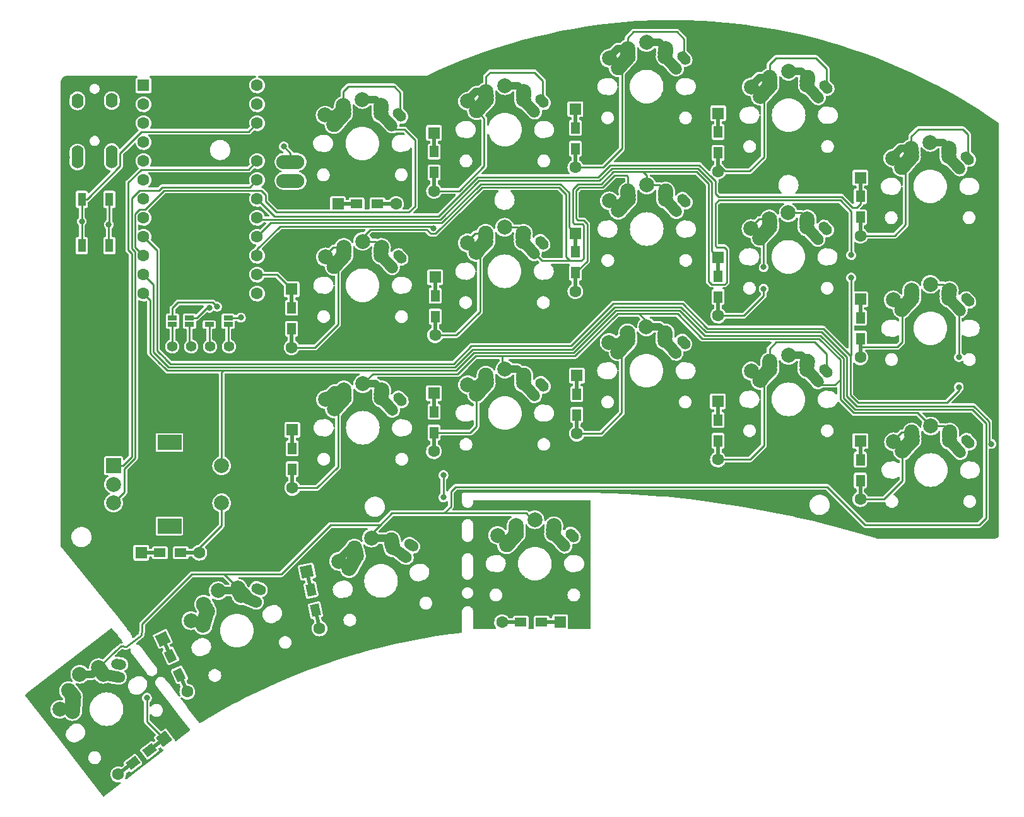
<source format=gbr>
%TF.GenerationSoftware,KiCad,Pcbnew,(5.99.0-11550-g369d813a32)*%
%TF.CreationDate,2021-07-28T19:42:54+05:30*%
%TF.ProjectId,Pteron36v0,50746572-6f6e-4333-9676-302e6b696361,rev?*%
%TF.SameCoordinates,Original*%
%TF.FileFunction,Copper,L1,Top*%
%TF.FilePolarity,Positive*%
%FSLAX46Y46*%
G04 Gerber Fmt 4.6, Leading zero omitted, Abs format (unit mm)*
G04 Created by KiCad (PCBNEW (5.99.0-11550-g369d813a32)) date 2021-07-28 19:42:54*
%MOMM*%
%LPD*%
G01*
G04 APERTURE LIST*
G04 Aperture macros list*
%AMHorizOval*
0 Thick line with rounded ends*
0 $1 width*
0 $2 $3 position (X,Y) of the first rounded end (center of the circle)*
0 $4 $5 position (X,Y) of the second rounded end (center of the circle)*
0 Add line between two ends*
20,1,$1,$2,$3,$4,$5,0*
0 Add two circle primitives to create the rounded ends*
1,1,$1,$2,$3*
1,1,$1,$4,$5*%
%AMRotRect*
0 Rectangle, with rotation*
0 The origin of the aperture is its center*
0 $1 length*
0 $2 width*
0 $3 Rotation angle, in degrees counterclockwise*
0 Add horizontal line*
21,1,$1,$2,0,0,$3*%
G04 Aperture macros list end*
%TA.AperFunction,ComponentPad*%
%ADD10R,1.600000X1.600000*%
%TD*%
%TA.AperFunction,ComponentPad*%
%ADD11C,1.600000*%
%TD*%
%TA.AperFunction,ComponentPad*%
%ADD12C,2.000000*%
%TD*%
%TA.AperFunction,SMDPad,CuDef*%
%ADD13HorizOval,1.500000X-1.209775X0.226403X1.209775X-0.226403X0*%
%TD*%
%TA.AperFunction,ComponentPad*%
%ADD14HorizOval,1.500000X0.245734X-0.045988X-0.245734X0.045988X0*%
%TD*%
%TA.AperFunction,SMDPad,CuDef*%
%ADD15HorizOval,2.000000X-0.160865X0.242121X0.160865X-0.242121X0*%
%TD*%
%TA.AperFunction,SMDPad,CuDef*%
%ADD16HorizOval,2.000000X0.075244X0.977887X-0.075244X-0.977887X0*%
%TD*%
%TA.AperFunction,ComponentPad*%
%ADD17HorizOval,1.400000X-0.294881X0.055185X0.294881X-0.055185X0*%
%TD*%
%TA.AperFunction,SMDPad,CuDef*%
%ADD18HorizOval,2.000000X-0.192616X0.217713X0.192616X-0.217713X0*%
%TD*%
%TA.AperFunction,SMDPad,CuDef*%
%ADD19HorizOval,2.000000X-0.019771X-0.290016X0.019771X0.290016X0*%
%TD*%
%TA.AperFunction,SMDPad,CuDef*%
%ADD20HorizOval,1.500000X-0.821954X0.916082X0.821954X-0.916082X0*%
%TD*%
%TA.AperFunction,ComponentPad*%
%ADD21HorizOval,1.500000X0.166958X-0.186078X-0.166958X0.186078X0*%
%TD*%
%TA.AperFunction,SMDPad,CuDef*%
%ADD22HorizOval,2.000000X0.654995X0.730004X-0.654995X-0.730004X0*%
%TD*%
%TA.AperFunction,ComponentPad*%
%ADD23HorizOval,1.400000X-0.200350X0.223293X0.200350X-0.223293X0*%
%TD*%
%TA.AperFunction,SMDPad,CuDef*%
%ADD24HorizOval,2.000000X-0.020277X0.289981X0.020277X-0.289981X0*%
%TD*%
%TA.AperFunction,ComponentPad*%
%ADD25HorizOval,1.500000X0.203275X-0.145531X-0.203275X0.145531X0*%
%TD*%
%TA.AperFunction,SMDPad,CuDef*%
%ADD26HorizOval,1.500000X-1.000747X0.716464X1.000747X-0.716464X0*%
%TD*%
%TA.AperFunction,SMDPad,CuDef*%
%ADD27HorizOval,2.000000X-0.043468X0.287421X0.043468X-0.287421X0*%
%TD*%
%TA.AperFunction,SMDPad,CuDef*%
%ADD28HorizOval,2.000000X-0.082560X0.278718X0.082560X-0.278718X0*%
%TD*%
%TA.AperFunction,ComponentPad*%
%ADD29HorizOval,1.400000X-0.243930X0.174637X0.243930X-0.174637X0*%
%TD*%
%TA.AperFunction,SMDPad,CuDef*%
%ADD30HorizOval,2.000000X0.481468X0.854467X-0.481468X-0.854467X0*%
%TD*%
%TA.AperFunction,SMDPad,CuDef*%
%ADD31R,0.500000X2.900000*%
%TD*%
%TA.AperFunction,SMDPad,CuDef*%
%ADD32R,1.200000X1.600000*%
%TD*%
%TA.AperFunction,SMDPad,CuDef*%
%ADD33R,1.600000X1.200000*%
%TD*%
%TA.AperFunction,SMDPad,CuDef*%
%ADD34R,2.900000X0.500000*%
%TD*%
%TA.AperFunction,SMDPad,CuDef*%
%ADD35HorizOval,2.000000X-0.104647X0.271199X0.104647X-0.271199X0*%
%TD*%
%TA.AperFunction,SMDPad,CuDef*%
%ADD36HorizOval,1.500000X-1.132096X0.482880X1.132096X-0.482880X0*%
%TD*%
%TA.AperFunction,ComponentPad*%
%ADD37HorizOval,1.500000X0.229955X-0.098084X-0.229955X0.098084X0*%
%TD*%
%TA.AperFunction,SMDPad,CuDef*%
%ADD38HorizOval,2.000000X-0.140929X0.254242X0.140929X-0.254242X0*%
%TD*%
%TA.AperFunction,SMDPad,CuDef*%
%ADD39HorizOval,2.000000X0.285114X0.938422X-0.285114X-0.938422X0*%
%TD*%
%TA.AperFunction,ComponentPad*%
%ADD40HorizOval,1.400000X-0.275946X0.117701X0.275946X-0.117701X0*%
%TD*%
%TA.AperFunction,ComponentPad*%
%ADD41O,1.600000X2.000000*%
%TD*%
%TA.AperFunction,SMDPad,CuDef*%
%ADD42R,1.270000X0.635000*%
%TD*%
%TA.AperFunction,ComponentPad*%
%ADD43C,1.397000*%
%TD*%
%TA.AperFunction,SMDPad,CuDef*%
%ADD44R,1.100000X1.800000*%
%TD*%
%TA.AperFunction,SMDPad,CuDef*%
%ADD45O,3.759200X1.879600*%
%TD*%
%TA.AperFunction,ComponentPad*%
%ADD46R,2.000000X2.000000*%
%TD*%
%TA.AperFunction,ComponentPad*%
%ADD47R,3.200000X2.000000*%
%TD*%
%TA.AperFunction,SMDPad,CuDef*%
%ADD48RotRect,2.900000X0.500000X37.500000*%
%TD*%
%TA.AperFunction,SMDPad,CuDef*%
%ADD49RotRect,1.600000X1.200000X37.500000*%
%TD*%
%TA.AperFunction,ComponentPad*%
%ADD50RotRect,1.600000X1.600000X37.500000*%
%TD*%
%TA.AperFunction,SMDPad,CuDef*%
%ADD51RotRect,1.600000X1.200000X115.000000*%
%TD*%
%TA.AperFunction,SMDPad,CuDef*%
%ADD52RotRect,2.900000X0.500000X115.000000*%
%TD*%
%TA.AperFunction,ComponentPad*%
%ADD53RotRect,1.600000X1.600000X115.000000*%
%TD*%
%TA.AperFunction,SMDPad,CuDef*%
%ADD54RotRect,1.600000X1.200000X102.500000*%
%TD*%
%TA.AperFunction,SMDPad,CuDef*%
%ADD55RotRect,2.900000X0.500000X102.500000*%
%TD*%
%TA.AperFunction,ComponentPad*%
%ADD56RotRect,1.600000X1.600000X102.500000*%
%TD*%
%TA.AperFunction,ViaPad*%
%ADD57C,0.800000*%
%TD*%
%TA.AperFunction,Conductor*%
%ADD58C,0.250000*%
%TD*%
%TA.AperFunction,Conductor*%
%ADD59C,1.000000*%
%TD*%
G04 APERTURE END LIST*
D10*
%TO.P,U1,1,TX*%
%TO.N,/Serial*%
X123120968Y-61299844D03*
D11*
%TO.P,U1,2,RX*%
%TO.N,N/C*%
X123120968Y-63839844D03*
%TO.P,U1,3,GND*%
%TO.N,GND*%
X123120968Y-66379844D03*
%TO.P,U1,4,GND*%
X123120968Y-68919844D03*
%TO.P,U1,5,SCL*%
%TO.N,SDA*%
X123120968Y-71459844D03*
%TO.P,U1,6,SDA*%
%TO.N,SCL*%
X123120968Y-73999844D03*
%TO.P,U1,7,D4*%
%TO.N,N/C*%
X123120968Y-76539844D03*
%TO.P,U1,8,C6*%
X123120968Y-79079844D03*
%TO.P,U1,9,D7*%
%TO.N,/Row2*%
X123120968Y-81619844D03*
%TO.P,U1,10,E6*%
%TO.N,/Row1*%
X123120968Y-84159844D03*
%TO.P,U1,11,B4*%
%TO.N,/Row3*%
X123120968Y-86699844D03*
%TO.P,U1,12,B5*%
%TO.N,/Row4*%
X123120968Y-89239844D03*
%TO.P,U1,13,B6*%
%TO.N,/PWM*%
X138360968Y-89239844D03*
%TO.P,U1,14,B2*%
%TO.N,/Col5*%
X138360968Y-86699844D03*
%TO.P,U1,15,B3*%
%TO.N,/Col4*%
X138360968Y-84159844D03*
%TO.P,U1,16,B1*%
%TO.N,/Col3*%
X138360968Y-81619844D03*
%TO.P,U1,17,F7*%
%TO.N,/Col2*%
X138360968Y-79079844D03*
%TO.P,U1,18,F6*%
%TO.N,/Col1*%
X138360968Y-76539844D03*
%TO.P,U1,19,F5*%
%TO.N,/RotB*%
X138360968Y-73999844D03*
%TO.P,U1,20,F4*%
%TO.N,/RotA*%
X138360968Y-71459844D03*
%TO.P,U1,21,VCC*%
%TO.N,VCC*%
X138360968Y-68919844D03*
%TO.P,U1,22,RST*%
%TO.N,Net-(RST1-Pad1)*%
X138360968Y-66379844D03*
%TO.P,U1,23,GND*%
%TO.N,GND*%
X138360968Y-63839844D03*
%TO.P,U1,24,RAW*%
%TO.N,N/C*%
X138360968Y-61299844D03*
%TD*%
D12*
%TO.P,SW20,1,1*%
%TO.N,/Row4*%
X114579531Y-140342207D03*
X117093832Y-139446503D03*
X117415180Y-139930998D03*
D13*
X118683603Y-140508084D03*
D14*
X119647645Y-140688493D03*
D15*
X117254506Y-139688751D03*
D12*
X117719561Y-140327675D03*
D16*
%TO.P,SW20,2,2*%
%TO.N,Net-(D20-Pad2)*%
X113677543Y-144349369D03*
D17*
X119824696Y-138964442D03*
D12*
X113448413Y-142974806D03*
X111891163Y-145052056D03*
X113063597Y-142539011D03*
D18*
X113256005Y-142756908D03*
D12*
X113752794Y-143371482D03*
X113602293Y-145327256D03*
%TD*%
%TO.P,SW27,1,1*%
%TO.N,/Row2*%
X155074645Y-83054727D03*
X152534645Y-82234727D03*
D19*
X155054645Y-83344727D03*
D12*
X155034645Y-84134727D03*
D20*
X155689645Y-84864727D03*
D21*
X156344645Y-85594727D03*
D12*
X155034645Y-83634727D03*
%TO.P,SW27,2,2*%
%TO.N,Net-(D27-Pad2)*%
X150034645Y-83634727D03*
X150034645Y-84134727D03*
X148724645Y-85594727D03*
D22*
X149379645Y-84864727D03*
D23*
X157534645Y-84334727D03*
D12*
X147534645Y-84334727D03*
X149994645Y-83054727D03*
D24*
X150014645Y-83344727D03*
%TD*%
D19*
%TO.P,SW19,1,1*%
%TO.N,/Row3*%
X193134760Y-94810009D03*
D12*
X193114760Y-95100009D03*
D21*
X194424760Y-97060009D03*
D20*
X193769760Y-96330009D03*
D12*
X190614760Y-93700009D03*
X193154760Y-94520009D03*
X193114760Y-95600009D03*
D23*
%TO.P,SW19,2,2*%
%TO.N,Net-(D19-Pad2)*%
X195614760Y-95800009D03*
D12*
X188114760Y-95100009D03*
X185614760Y-95800009D03*
D24*
X188094760Y-94810009D03*
D12*
X188114760Y-95600009D03*
X186804760Y-97060009D03*
D22*
X187459760Y-96330009D03*
D12*
X188074760Y-94520009D03*
%TD*%
D20*
%TO.P,SW26,1,1*%
%TO.N,/Row1*%
X155646001Y-65829832D03*
D12*
X154991001Y-65099832D03*
X154991001Y-64599832D03*
D21*
X156301001Y-66559832D03*
D19*
X155011001Y-64309832D03*
D12*
X155031001Y-64019832D03*
X152491001Y-63199832D03*
D24*
%TO.P,SW26,2,2*%
%TO.N,Net-(D26-Pad2)*%
X149971001Y-64309832D03*
D12*
X149991001Y-65099832D03*
D23*
X157491001Y-65299832D03*
D12*
X149951001Y-64019832D03*
X147491001Y-65299832D03*
X148681001Y-66559832D03*
D22*
X149336001Y-65829832D03*
D12*
X149991001Y-64599832D03*
%TD*%
%TO.P,SW23,1,1*%
%TO.N,/Row2*%
X174117782Y-81169207D03*
X174077782Y-81749207D03*
D21*
X175387782Y-83709207D03*
D19*
X174097782Y-81459207D03*
D12*
X174077782Y-82249207D03*
X171577782Y-80349207D03*
D20*
X174732782Y-82979207D03*
D12*
%TO.P,SW23,2,2*%
%TO.N,Net-(D23-Pad2)*%
X169077782Y-81749207D03*
D24*
X169057782Y-81459207D03*
D22*
X168422782Y-82979207D03*
D23*
X176577782Y-82449207D03*
D12*
X166577782Y-82449207D03*
X169077782Y-82249207D03*
X169037782Y-81169207D03*
X167767782Y-83709207D03*
%TD*%
%TO.P,SW28,1,1*%
%TO.N,/Row3*%
X155054023Y-103260179D03*
X155054023Y-102760179D03*
D21*
X156364023Y-104720179D03*
D19*
X155074023Y-102470179D03*
D12*
X155094023Y-102180179D03*
X152554023Y-101360179D03*
D20*
X155709023Y-103990179D03*
D12*
%TO.P,SW28,2,2*%
%TO.N,Net-(D28-Pad2)*%
X147554023Y-103460179D03*
D24*
X150034023Y-102470179D03*
D12*
X150054023Y-102760179D03*
X150014023Y-102180179D03*
X150054023Y-103260179D03*
X148744023Y-104720179D03*
D22*
X149399023Y-103990179D03*
D23*
X157554023Y-103460179D03*
%TD*%
D12*
%TO.P,SW22,1,1*%
%TO.N,/Row1*%
X174124694Y-63238582D03*
X174164694Y-62158582D03*
D19*
X174144694Y-62448582D03*
D20*
X174779694Y-63968582D03*
D21*
X175434694Y-64698582D03*
D12*
X171624694Y-61338582D03*
X174124694Y-62738582D03*
%TO.P,SW22,2,2*%
%TO.N,Net-(D22-Pad2)*%
X167814694Y-64698582D03*
D22*
X168469694Y-63968582D03*
D24*
X169104694Y-62448582D03*
D12*
X169124694Y-62738582D03*
X166624694Y-63438582D03*
D23*
X176624694Y-63438582D03*
D12*
X169124694Y-63238582D03*
X169084694Y-62158582D03*
%TD*%
D19*
%TO.P,SW24,1,1*%
%TO.N,/Row3*%
X174141427Y-100494103D03*
D12*
X174161427Y-100204103D03*
D20*
X174776427Y-102014103D03*
D21*
X175431427Y-102744103D03*
D12*
X174121427Y-100784103D03*
X174121427Y-101284103D03*
X171621427Y-99384103D03*
D22*
%TO.P,SW24,2,2*%
%TO.N,Net-(D24-Pad2)*%
X168466427Y-102014103D03*
D23*
X176621427Y-101484103D03*
D12*
X169121427Y-100784103D03*
D24*
X169101427Y-100494103D03*
D12*
X169121427Y-101284103D03*
X167811427Y-102744103D03*
X166621427Y-101484103D03*
X169081427Y-100204103D03*
%TD*%
%TO.P,SW12,1,1*%
%TO.N,/Row1*%
X209702729Y-59409418D03*
D21*
X213512729Y-62769418D03*
D12*
X212202729Y-61309418D03*
D20*
X212857729Y-62039418D03*
D12*
X212202729Y-60809418D03*
X212242729Y-60229418D03*
D19*
X212222729Y-60519418D03*
D12*
%TO.P,SW12,2,2*%
%TO.N,Net-(D12-Pad2)*%
X205892729Y-62769418D03*
X204702729Y-61509418D03*
D23*
X214702729Y-61509418D03*
D12*
X207202729Y-61309418D03*
X207162729Y-60229418D03*
D22*
X206547729Y-62039418D03*
D24*
X207182729Y-60519418D03*
D12*
X207202729Y-60809418D03*
%TD*%
%TO.P,SW10,1,1*%
%TO.N,/Row4*%
X156580380Y-123367451D03*
D25*
X158175329Y-124509307D03*
D12*
X156472160Y-122879303D03*
X156385677Y-122304394D03*
D26*
X157377854Y-123938379D03*
D12*
X153728404Y-122053588D03*
D27*
X156428918Y-122591848D03*
D28*
%TO.P,SW10,2,2*%
%TO.N,Net-(D10-Pad2)*%
X151508386Y-123682704D03*
D12*
X151590680Y-123961501D03*
X149301447Y-125186007D03*
X151426093Y-123403907D03*
D29*
X159064408Y-123021611D03*
D12*
X151698900Y-124449649D03*
X150735954Y-126158577D03*
D30*
X151217427Y-125304113D03*
%TD*%
D12*
%TO.P,SW9,1,1*%
%TO.N,/Row3*%
X231277191Y-108431435D03*
X228777191Y-107031435D03*
D19*
X231297191Y-108141435D03*
D12*
X231277191Y-108931435D03*
D21*
X232587191Y-110391435D03*
D20*
X231932191Y-109661435D03*
D12*
X231317191Y-107851435D03*
D24*
%TO.P,SW9,2,2*%
%TO.N,Net-(D9-Pad2)*%
X226257191Y-108141435D03*
D22*
X225622191Y-109661435D03*
D12*
X226237191Y-107851435D03*
D23*
X233777191Y-109131435D03*
D12*
X226277191Y-108431435D03*
X224967191Y-110391435D03*
X226277191Y-108931435D03*
X223777191Y-109131435D03*
%TD*%
%TO.P,SW8,1,1*%
%TO.N,/Row2*%
X231233550Y-89896534D03*
D20*
X231888550Y-90626534D03*
D21*
X232543550Y-91356534D03*
D19*
X231253550Y-89106534D03*
D12*
X231233550Y-89396534D03*
X228733550Y-87996534D03*
X231273550Y-88816534D03*
D24*
%TO.P,SW8,2,2*%
%TO.N,Net-(D8-Pad2)*%
X226213550Y-89106534D03*
D22*
X225578550Y-90626534D03*
D12*
X226233550Y-89896534D03*
X226233550Y-89396534D03*
X224923550Y-91356534D03*
X226193550Y-88816534D03*
D23*
X233733550Y-90096534D03*
D12*
X223733550Y-90096534D03*
%TD*%
D31*
%TO.P,D22,1,K*%
%TO.N,/Col4*%
X162114161Y-69081297D03*
D10*
X162114161Y-67681297D03*
D32*
X162114161Y-70181297D03*
D11*
%TO.P,D22,2,A*%
%TO.N,Net-(D22-Pad2)*%
X162114161Y-75481297D03*
D31*
X162114161Y-74081297D03*
D32*
X162114161Y-72981297D03*
%TD*%
D31*
%TO.P,D19,1,K*%
%TO.N,/Col3*%
X181289170Y-101641131D03*
D32*
X181289170Y-102741131D03*
D10*
X181289170Y-100241131D03*
D31*
%TO.P,D19,2,A*%
%TO.N,Net-(D19-Pad2)*%
X181289170Y-106641131D03*
D32*
X181289170Y-105541131D03*
D11*
X181289170Y-108041131D03*
%TD*%
D33*
%TO.P,D26,1,K*%
%TO.N,/Col5*%
X151718369Y-77212943D03*
D10*
X149218369Y-77212943D03*
D34*
X150618369Y-77212943D03*
%TO.P,D26,2,A*%
%TO.N,Net-(D26-Pad2)*%
X155618369Y-77212943D03*
D33*
X154518369Y-77212943D03*
D11*
X157018369Y-77212943D03*
%TD*%
D31*
%TO.P,D28,1,K*%
%TO.N,/Col5*%
X143092015Y-108921782D03*
D10*
X143092015Y-107521782D03*
D32*
X143092015Y-110021782D03*
D11*
%TO.P,D28,2,A*%
%TO.N,Net-(D28-Pad2)*%
X143092015Y-115321782D03*
D32*
X143092015Y-112821782D03*
D31*
X143092015Y-113921782D03*
%TD*%
%TO.P,D27,1,K*%
%TO.N,/Col5*%
X142999847Y-90068004D03*
D32*
X142999847Y-91168004D03*
D10*
X142999847Y-88668004D03*
D31*
%TO.P,D27,2,A*%
%TO.N,Net-(D27-Pad2)*%
X142999847Y-95068004D03*
D32*
X142999847Y-93968004D03*
D11*
X142999847Y-96468004D03*
%TD*%
D31*
%TO.P,D14,1,K*%
%TO.N,/Col2*%
X200213177Y-105107103D03*
D10*
X200213177Y-103707103D03*
D32*
X200213177Y-106207103D03*
D11*
%TO.P,D14,2,A*%
%TO.N,Net-(D14-Pad2)*%
X200213177Y-111507103D03*
D32*
X200213177Y-109007103D03*
D31*
X200213177Y-110107103D03*
%TD*%
D10*
%TO.P,D24,1,K*%
%TO.N,/Col4*%
X162104377Y-102608300D03*
D32*
X162104377Y-105108300D03*
D31*
X162104377Y-104008300D03*
%TO.P,D24,2,A*%
%TO.N,Net-(D24-Pad2)*%
X162104377Y-109008300D03*
D32*
X162104377Y-107908300D03*
D11*
X162104377Y-110408300D03*
%TD*%
D32*
%TO.P,D9,1,K*%
%TO.N,/Col1*%
X219320188Y-111531435D03*
D31*
X219320188Y-110431435D03*
D10*
X219320188Y-109031435D03*
D31*
%TO.P,D9,2,A*%
%TO.N,Net-(D9-Pad2)*%
X219320188Y-115431435D03*
D11*
X219320188Y-116831435D03*
D32*
X219320188Y-114331435D03*
%TD*%
D20*
%TO.P,SW17,1,1*%
%TO.N,/Row1*%
X193797292Y-58193929D03*
D12*
X193182292Y-56383929D03*
X193142292Y-57463929D03*
D19*
X193162292Y-56673929D03*
D12*
X193142292Y-56963929D03*
D21*
X194452292Y-58923929D03*
D12*
X190642292Y-55563929D03*
D23*
%TO.P,SW17,2,2*%
%TO.N,Net-(D17-Pad2)*%
X195642292Y-57663929D03*
D12*
X185642292Y-57663929D03*
X188142292Y-57463929D03*
D22*
X187487292Y-58193929D03*
D12*
X188102292Y-56383929D03*
X188142292Y-56963929D03*
X186832292Y-58923929D03*
D24*
X188122292Y-56673929D03*
%TD*%
D32*
%TO.P,D13,1,K*%
%TO.N,/Col2*%
X200242334Y-86900540D03*
D10*
X200242334Y-84400540D03*
D31*
X200242334Y-85800540D03*
D32*
%TO.P,D13,2,A*%
%TO.N,Net-(D13-Pad2)*%
X200242334Y-89700540D03*
D11*
X200242334Y-92200540D03*
D31*
X200242334Y-90800540D03*
%TD*%
D35*
%TO.P,SW15,1,1*%
%TO.N,/Row4*%
X135914163Y-129063461D03*
D12*
X136229905Y-129787896D03*
X133161161Y-129122457D03*
X135809730Y-128792179D03*
D36*
X137132048Y-130172686D03*
D37*
X138034191Y-130557476D03*
D12*
X136018596Y-129334742D03*
%TO.P,SW15,2,2*%
%TO.N,Net-(D15-Pad2)*%
X131205686Y-130939080D03*
D38*
X131346372Y-131193457D03*
D12*
X131128126Y-133777827D03*
X129517121Y-133138795D03*
D39*
X131413246Y-132839407D03*
D12*
X131698366Y-131900988D03*
D40*
X138580199Y-128912612D03*
D12*
X131487057Y-131447834D03*
%TD*%
D21*
%TO.P,SW14,1,1*%
%TO.N,/Row3*%
X213485192Y-100905490D03*
D12*
X212175192Y-98945490D03*
X212175192Y-99445490D03*
X212215192Y-98365490D03*
X209675192Y-97545490D03*
D19*
X212195192Y-98655490D03*
D20*
X212830192Y-100175490D03*
D24*
%TO.P,SW14,2,2*%
%TO.N,Net-(D14-Pad2)*%
X207155192Y-98655490D03*
D12*
X207135192Y-98365490D03*
X204675192Y-99645490D03*
D22*
X206520192Y-100175490D03*
D23*
X214675192Y-99645490D03*
D12*
X205865192Y-100905490D03*
X207175192Y-98945490D03*
X207175192Y-99445490D03*
%TD*%
%TO.P,SW7,1,1*%
%TO.N,/Row1*%
X231229902Y-69781632D03*
X228689902Y-68961632D03*
X231189902Y-70861632D03*
D20*
X231844902Y-71591632D03*
D21*
X232499902Y-72321632D03*
D19*
X231209902Y-70071632D03*
D12*
X231189902Y-70361632D03*
%TO.P,SW7,2,2*%
%TO.N,Net-(D7-Pad2)*%
X223689902Y-71061632D03*
X226189902Y-70361632D03*
X226149902Y-69781632D03*
X224879902Y-72321632D03*
D24*
X226169902Y-70071632D03*
D23*
X233689902Y-71061632D03*
D22*
X225534902Y-71591632D03*
D12*
X226189902Y-70861632D03*
%TD*%
D31*
%TO.P,D17,1,K*%
%TO.N,/Col3*%
X181083769Y-65899142D03*
D32*
X181083769Y-66999142D03*
D10*
X181083769Y-64499142D03*
D31*
%TO.P,D17,2,A*%
%TO.N,Net-(D17-Pad2)*%
X181083769Y-70899142D03*
D11*
X181083769Y-72299142D03*
D32*
X181083769Y-69799142D03*
%TD*%
D10*
%TO.P,D8,1,K*%
%TO.N,/Col1*%
X219320189Y-89996535D03*
D32*
X219320189Y-92496535D03*
D31*
X219320189Y-91396535D03*
D32*
%TO.P,D8,2,A*%
%TO.N,Net-(D8-Pad2)*%
X219320189Y-95296535D03*
D31*
X219320189Y-96396535D03*
D11*
X219320189Y-97796535D03*
%TD*%
D19*
%TO.P,SW18,1,1*%
%TO.N,/Row2*%
X193181675Y-75799380D03*
D12*
X193161675Y-76089380D03*
D20*
X193816675Y-77319380D03*
D12*
X190661675Y-74689380D03*
X193161675Y-76589380D03*
D21*
X194471675Y-78049380D03*
D12*
X193201675Y-75509380D03*
D23*
%TO.P,SW18,2,2*%
%TO.N,Net-(D18-Pad2)*%
X195661675Y-76789380D03*
D12*
X188121675Y-75509380D03*
X188161675Y-76089380D03*
X185661675Y-76789380D03*
D24*
X188141675Y-75799380D03*
D12*
X186851675Y-78049380D03*
D22*
X187506675Y-77319380D03*
D12*
X188161675Y-76589380D03*
%TD*%
D10*
%TO.P,D23,1,K*%
%TO.N,/Col4*%
X162266117Y-87036384D03*
D31*
X162266117Y-88436384D03*
D32*
X162266117Y-89536384D03*
D11*
%TO.P,D23,2,A*%
%TO.N,Net-(D23-Pad2)*%
X162266117Y-94836384D03*
D31*
X162266117Y-93436384D03*
D32*
X162266117Y-92336384D03*
%TD*%
%TO.P,D18,1,K*%
%TO.N,/Col3*%
X181083770Y-83636143D03*
D10*
X181083770Y-81136143D03*
D31*
X181083770Y-82536143D03*
%TO.P,D18,2,A*%
%TO.N,Net-(D18-Pad2)*%
X181083770Y-87536143D03*
D11*
X181083770Y-88936143D03*
D32*
X181083770Y-86436143D03*
%TD*%
D31*
%TO.P,D12,1,K*%
%TO.N,/Col2*%
X200242333Y-66457942D03*
D32*
X200242333Y-67557942D03*
D10*
X200242333Y-65057942D03*
D11*
%TO.P,D12,2,A*%
%TO.N,Net-(D12-Pad2)*%
X200242333Y-72857942D03*
D31*
X200242333Y-71457942D03*
D32*
X200242333Y-70357942D03*
%TD*%
%TO.P,D7,1,K*%
%TO.N,/Col1*%
X219320190Y-76192116D03*
D31*
X219320190Y-75092116D03*
D10*
X219320190Y-73692116D03*
D32*
%TO.P,D7,2,A*%
%TO.N,Net-(D7-Pad2)*%
X219320190Y-78992116D03*
D31*
X219320190Y-80092116D03*
D11*
X219320190Y-81492116D03*
%TD*%
D41*
%TO.P,J1,1*%
%TO.N,GND*%
X114267769Y-71444144D03*
%TO.P,J1,2*%
X118867769Y-70344144D03*
%TO.P,J1,3*%
%TO.N,VCC*%
X118867769Y-66344144D03*
%TO.P,J1,4*%
%TO.N,/Serial*%
X118867769Y-63344144D03*
%TD*%
D42*
%TO.P,JP1,1,1*%
%TO.N,GND*%
X134500169Y-92511363D03*
%TO.P,JP1,2,2*%
%TO.N,Net-(J3-Pad1)*%
X134500169Y-93410523D03*
%TD*%
%TO.P,JP2,1,1*%
%TO.N,VCC*%
X131960168Y-92511364D03*
%TO.P,JP2,2,2*%
%TO.N,Net-(J3-Pad2)*%
X131960168Y-93410524D03*
%TD*%
%TO.P,JP3,1,1*%
%TO.N,SCL*%
X129293169Y-92511364D03*
%TO.P,JP3,2,2*%
%TO.N,Net-(J3-Pad3)*%
X129293169Y-93410524D03*
%TD*%
%TO.P,JP4,1,1*%
%TO.N,SDA*%
X127007168Y-92511364D03*
%TO.P,JP4,2,2*%
%TO.N,Net-(J3-Pad4)*%
X127007168Y-93410524D03*
%TD*%
D43*
%TO.P,J3,1,Pin_1*%
%TO.N,Net-(J3-Pad1)*%
X134601768Y-96339143D03*
%TO.P,J3,2,Pin_2*%
%TO.N,Net-(J3-Pad2)*%
X132061768Y-96339143D03*
%TO.P,J3,3,Pin_3*%
%TO.N,Net-(J3-Pad3)*%
X129521768Y-96339143D03*
%TO.P,J3,4,Pin_4*%
%TO.N,Net-(J3-Pad4)*%
X126981768Y-96339143D03*
%TD*%
D44*
%TO.P,RST1,1,1*%
%TO.N,Net-(RST1-Pad1)*%
X114844770Y-76602142D03*
X114844770Y-82802142D03*
%TO.P,RST1,2,2*%
%TO.N,GND*%
X118544770Y-82802142D03*
X118544770Y-76602142D03*
%TD*%
D45*
%TO.P,PWM_PAD2,1,Pin_1*%
%TO.N,GND*%
X142856770Y-71574144D03*
%TO.P,PWM_PAD2,2,Pin_2*%
%TO.N,/PWM*%
X142856770Y-74114144D03*
%TO.P,PWM_PAD2,3,Pin_3*%
%TO.N,VCC*%
X142856770Y-76654144D03*
%TD*%
D10*
%TO.P,D_RE1,1,K*%
%TO.N,/Col5*%
X122827767Y-124025143D03*
D34*
X124227767Y-124025143D03*
D33*
X125327767Y-124025143D03*
D34*
%TO.P,D_RE1,2,A*%
%TO.N,Net-(D_RE1-Pad2)*%
X129227767Y-124025143D03*
D11*
X130627767Y-124025143D03*
D33*
X128127767Y-124025143D03*
%TD*%
D46*
%TO.P,RE1,A,A*%
%TO.N,/RotA*%
X119107768Y-112341142D03*
D12*
%TO.P,RE1,B,B*%
%TO.N,/RotB*%
X119107768Y-117341142D03*
%TO.P,RE1,C,C*%
%TO.N,GND*%
X119107768Y-114841142D03*
D47*
%TO.P,RE1,MP*%
%TO.N,N/C*%
X126607768Y-120441142D03*
X126607768Y-109241142D03*
D12*
%TO.P,RE1,S1,S1*%
%TO.N,Net-(D_RE1-Pad2)*%
X133607768Y-117341142D03*
%TO.P,RE1,S2,S2*%
%TO.N,/Row4*%
X133607768Y-112341142D03*
%TD*%
D19*
%TO.P,SW13,1,1*%
%TO.N,/Row2*%
X212175820Y-79530046D03*
D12*
X212195820Y-79240046D03*
X209655820Y-78420046D03*
D21*
X213465820Y-81780046D03*
D20*
X212810820Y-81050046D03*
D12*
X212155820Y-80320046D03*
X212155820Y-79820046D03*
%TO.P,SW13,2,2*%
%TO.N,Net-(D13-Pad2)*%
X204655820Y-80520046D03*
D24*
X207135820Y-79530046D03*
D12*
X207155820Y-80320046D03*
D22*
X206500820Y-81050046D03*
D23*
X214655820Y-80520046D03*
D12*
X207155820Y-79820046D03*
X205845820Y-81780046D03*
X207115820Y-79240046D03*
%TD*%
%TO.P,SW25,1,1*%
%TO.N,/Row4*%
X175656513Y-119590813D03*
D21*
X179466513Y-122950813D03*
D12*
X178156513Y-120990813D03*
D20*
X178811513Y-122220813D03*
D19*
X178176513Y-120700813D03*
D12*
X178196513Y-120410813D03*
X178156513Y-121490813D03*
%TO.P,SW25,2,2*%
%TO.N,Net-(D25-Pad2)*%
X171846513Y-122950813D03*
D23*
X180656513Y-121690813D03*
D22*
X172501513Y-122220813D03*
D12*
X173116513Y-120410813D03*
X173156513Y-120990813D03*
D24*
X173136513Y-120700813D03*
D12*
X173156513Y-121490813D03*
X170656513Y-121690813D03*
%TD*%
D10*
%TO.P,D25,1,K*%
%TO.N,/Col4*%
X179048514Y-133364814D03*
D33*
X176548514Y-133364814D03*
D34*
X177648514Y-133364814D03*
%TO.P,D25,2,A*%
%TO.N,Net-(D25-Pad2)*%
X172648514Y-133364814D03*
D33*
X173748514Y-133364814D03*
D11*
X171248514Y-133364814D03*
%TD*%
D48*
%TO.P,D20,1,K*%
%TO.N,/Col3*%
X124807897Y-149876909D03*
D49*
X123935209Y-150546547D03*
D50*
X125918592Y-149024643D03*
D48*
%TO.P,D20,2,A*%
%TO.N,Net-(D20-Pad2)*%
X120841131Y-152920717D03*
D49*
X121713819Y-152251079D03*
D11*
X119730436Y-153772983D03*
%TD*%
D51*
%TO.P,D15,1,K*%
%TO.N,/Col2*%
X126771101Y-137869312D03*
D52*
X126306221Y-136872374D03*
D53*
X125714556Y-135603543D03*
D52*
%TO.P,D15,2,A*%
%TO.N,Net-(D15-Pad2)*%
X128419313Y-141403912D03*
D11*
X129010978Y-142672743D03*
D51*
X127954433Y-140406974D03*
%TD*%
D54*
%TO.P,D10,1,K*%
%TO.N,/Col1*%
X145601754Y-129008327D03*
D55*
X145363670Y-127934401D03*
D56*
X145060655Y-126567587D03*
D54*
%TO.P,D10,2,A*%
%TO.N,Net-(D10-Pad2)*%
X146207784Y-131741955D03*
D11*
X146748883Y-134182695D03*
D55*
X146445868Y-132815881D03*
%TD*%
D41*
%TO.P,J2,1*%
%TO.N,GND*%
X118867769Y-71480142D03*
%TO.P,J2,2*%
X114267769Y-70380142D03*
%TO.P,J2,3*%
%TO.N,VCC*%
X114267769Y-66380142D03*
%TO.P,J2,4*%
%TO.N,/Serial*%
X114267769Y-63380142D03*
%TD*%
D57*
%TO.N,Net-(D13-Pad2)*%
X206353817Y-88595094D03*
X206353818Y-85699493D03*
%TO.N,/Col3*%
X123584391Y-143508300D03*
%TO.N,/Col4*%
X163384391Y-116608300D03*
X162008367Y-80484697D03*
X163384391Y-113608300D03*
%TO.N,/Row2*%
X218091569Y-87118943D03*
X232543550Y-97762162D03*
X232543549Y-101800762D03*
X218091567Y-84070943D03*
%TO.N,/Row3*%
X236901368Y-109432842D03*
%TO.N,VCC*%
X129301632Y-91242205D03*
X145574569Y-75917544D03*
%TO.N,GND*%
X136201969Y-92478343D03*
X141942368Y-69491343D03*
X118472767Y-79981542D03*
%TO.N,SCL*%
X131960168Y-91157542D03*
%TO.N,SDA*%
X132997759Y-91008955D03*
%TO.N,/PWM*%
X142856768Y-74114143D03*
%TO.N,Net-(RST1-Pad1)*%
X114844768Y-79545543D03*
%TD*%
D58*
%TO.N,/Col1*%
X218853568Y-77670143D02*
X219320190Y-77203521D01*
X140680804Y-78859676D02*
X138360969Y-76539843D01*
X199909730Y-74236580D02*
X199865389Y-74280922D01*
X219320190Y-73692116D02*
X218821962Y-74190344D01*
X199865387Y-74146001D02*
X199865387Y-75826963D01*
X218219978Y-77670143D02*
X218853568Y-77670143D01*
X184133177Y-73631543D02*
X167978779Y-73631544D01*
X197714311Y-71994922D02*
X185769798Y-71994924D01*
X199909730Y-74190344D02*
X199361350Y-73641963D01*
X199865387Y-75826963D02*
X200293360Y-76254934D01*
X185769798Y-71994924D02*
X184133177Y-73631543D01*
X199361350Y-73641963D02*
X197714311Y-71994922D01*
X199361350Y-73641963D02*
X199865387Y-74146001D01*
X162750642Y-78859677D02*
X140680804Y-78859676D01*
X216804770Y-76254935D02*
X218219978Y-77670143D01*
X167978779Y-73631544D02*
X162750642Y-78859677D01*
X200293360Y-76254934D02*
X216804770Y-76254935D01*
X219320190Y-77203521D02*
X219320190Y-76192115D01*
X199909730Y-74190344D02*
X199909730Y-74236580D01*
%TO.N,Net-(D7-Pad2)*%
X226149900Y-68138610D02*
X227108568Y-67179943D01*
X227108568Y-67179943D02*
X233052169Y-67179943D01*
X223921596Y-81492115D02*
X219320189Y-81492117D01*
X225387902Y-70543634D02*
X225387902Y-80025810D01*
D59*
X226149901Y-69781633D02*
X226149902Y-71051634D01*
X224769902Y-69781632D02*
X223589902Y-70961634D01*
D58*
X225387902Y-80025810D02*
X223921596Y-81492115D01*
X224879901Y-72321633D02*
X224371903Y-71813632D01*
D59*
X226149902Y-71051634D02*
X224879901Y-72321633D01*
D58*
X233789902Y-67917677D02*
X233789901Y-70961634D01*
X233052169Y-67179943D02*
X233789902Y-67917677D01*
X226149901Y-69781633D02*
X226149900Y-68138610D01*
D59*
X226149901Y-69781633D02*
X224769902Y-69781632D01*
D58*
%TO.N,Net-(D8-Pad2)*%
X226193549Y-88816535D02*
X226193549Y-90086535D01*
X224307977Y-96396534D02*
X219320188Y-96396534D01*
X224923549Y-95780963D02*
X224307977Y-96396534D01*
X223633548Y-89996535D02*
X225013550Y-89996536D01*
X226193549Y-90086535D02*
X224923550Y-91356534D01*
X224923549Y-91356534D02*
X224923549Y-95780963D01*
X225013550Y-89996536D02*
X226193549Y-88816535D01*
%TO.N,Net-(D9-Pad2)*%
X224857191Y-107851435D02*
X223677192Y-109031434D01*
X224967191Y-109121435D02*
X226237191Y-107851435D01*
X224967192Y-114380920D02*
X222516678Y-116831433D01*
X224967191Y-110391435D02*
X224967192Y-114380920D01*
X222516678Y-116831433D02*
X219320190Y-116831434D01*
X224967191Y-110391435D02*
X224967191Y-109121435D01*
X226237191Y-107851435D02*
X224857191Y-107851435D01*
D59*
%TO.N,Net-(D10-Pad2)*%
X151426093Y-125468437D02*
X150735954Y-126158577D01*
X150888290Y-123403908D02*
X149182175Y-125110023D01*
X151426093Y-123403907D02*
X150888290Y-123403908D01*
D58*
X150847081Y-124312771D02*
X150847082Y-126529056D01*
D59*
X151426093Y-123403907D02*
X151426093Y-125468437D01*
D58*
%TO.N,/Col2*%
X199415378Y-74332402D02*
X199415378Y-83573587D01*
X138360968Y-79079843D02*
X138590815Y-79309687D01*
X199415378Y-83573587D02*
X200242332Y-84400541D01*
X185978778Y-72444934D02*
X197527911Y-72444934D01*
X184342157Y-74081553D02*
X185978778Y-72444934D01*
X138590815Y-79309687D02*
X162937045Y-79309687D01*
X168165178Y-74081553D02*
X184342157Y-74081553D01*
X162937045Y-79309687D02*
X168165178Y-74081553D01*
X197527911Y-72444934D02*
X199415378Y-74332402D01*
%TO.N,Net-(D12-Pad2)*%
X200209968Y-71867342D02*
X201149770Y-72807143D01*
X206400729Y-70895182D02*
X204488767Y-72807143D01*
X207162729Y-60229416D02*
X207162729Y-58449182D01*
D59*
X205782730Y-60229418D02*
X204602730Y-61409417D01*
X207162729Y-60229418D02*
X205782730Y-60229418D01*
D58*
X214802727Y-59065104D02*
X214802729Y-61409416D01*
D59*
X207162729Y-60229418D02*
X207162730Y-61499417D01*
X207162730Y-61499417D02*
X205892729Y-62769418D01*
D58*
X206400729Y-60991419D02*
X206400729Y-70895182D01*
X204488767Y-72807143D02*
X201149770Y-72807143D01*
X213367168Y-57629544D02*
X214802727Y-59065104D01*
X207982368Y-57629543D02*
X213367168Y-57629544D01*
X207162729Y-58449182D02*
X207982368Y-57629543D01*
X200209970Y-71457942D02*
X200209968Y-71867342D01*
%TO.N,Net-(D13-Pad2)*%
X206353817Y-88595094D02*
X206353818Y-89560292D01*
X206353818Y-89560292D02*
X203713570Y-92200540D01*
X207115818Y-80510045D02*
X205845820Y-81780044D01*
X206353818Y-80002045D02*
X207115819Y-79240046D01*
X203713570Y-92200540D02*
X200242333Y-92200540D01*
X205735820Y-79240044D02*
X204555818Y-80420045D01*
X206353818Y-80002045D02*
X206353818Y-85699493D01*
X207115819Y-79240046D02*
X207115818Y-80510045D01*
X207115819Y-79240046D02*
X205735820Y-79240044D01*
%TO.N,Net-(D14-Pad2)*%
X205865193Y-99635491D02*
X207135193Y-98365489D01*
X206373194Y-99127491D02*
X206373194Y-109657721D01*
X204523809Y-111507102D02*
X200213179Y-111507103D01*
X208033168Y-95754943D02*
X213214767Y-95754944D01*
X207135193Y-96652918D02*
X208033168Y-95754943D01*
X214775193Y-97340767D02*
X214775192Y-99545491D01*
X206373194Y-109657721D02*
X204523809Y-111507102D01*
X207135193Y-98365491D02*
X207135193Y-96652918D01*
X213214767Y-95754944D02*
X213214769Y-95780343D01*
X213214769Y-95780343D02*
X214775193Y-97340767D01*
X204575193Y-99545491D02*
X204575193Y-99615490D01*
X205865192Y-100905490D02*
X205865193Y-99635491D01*
X204575193Y-99615490D02*
X205865192Y-100905490D01*
D59*
%TO.N,Net-(D15-Pad2)*%
X131205686Y-130939080D02*
X131205687Y-133700268D01*
X130440725Y-133090426D02*
X131128127Y-133777828D01*
X129384228Y-133090426D02*
X130440725Y-133090426D01*
D58*
X129384229Y-142299493D02*
X129010979Y-142672742D01*
D59*
X131205687Y-133700268D02*
X131128127Y-133777828D01*
D58*
%TO.N,/Col3*%
X180263780Y-75705743D02*
X180263780Y-80316153D01*
X179089599Y-74531566D02*
X180263780Y-75705743D01*
X123584390Y-146690443D02*
X123584391Y-143508300D01*
X138360970Y-81619844D02*
X140221114Y-79759698D01*
X140221114Y-79759698D02*
X163123442Y-79759698D01*
X180263780Y-80316153D02*
X181083768Y-81136143D01*
X168351580Y-74531564D02*
X179089599Y-74531566D01*
X125918592Y-149024644D02*
X123584390Y-146690443D01*
X163123442Y-79759698D02*
X168351580Y-74531564D01*
%TO.N,Net-(D17-Pad2)*%
X188102293Y-54890397D02*
X188884390Y-54108300D01*
X184829168Y-72299143D02*
X181083767Y-72299143D01*
X188884390Y-54108300D02*
X194684391Y-54108300D01*
X187340294Y-57145929D02*
X187340294Y-69788021D01*
D59*
X186722294Y-56383930D02*
X185542294Y-57563928D01*
D58*
X194684391Y-54108300D02*
X195642293Y-55066201D01*
X188102292Y-56383930D02*
X188102293Y-54890397D01*
D59*
X188102294Y-57653928D02*
X186832293Y-58923930D01*
X188102293Y-56383929D02*
X186722294Y-56383930D01*
X188102293Y-56383929D02*
X188102294Y-57653928D01*
D58*
X195642293Y-55066201D02*
X195642293Y-57663928D01*
X187340294Y-69788021D02*
X184829168Y-72299143D01*
%TO.N,Net-(D18-Pad2)*%
X186351578Y-73344954D02*
X184714958Y-74981572D01*
X181421158Y-79429933D02*
X182198973Y-79429934D01*
X187909177Y-73344953D02*
X186351578Y-73344954D01*
X187359678Y-76271379D02*
X188121678Y-75509380D01*
X181614751Y-74981570D02*
X181163797Y-75432523D01*
X182658780Y-79889742D02*
X182658779Y-84861132D01*
X188121676Y-76779380D02*
X186851677Y-78049379D01*
X186941676Y-76689380D02*
X188121676Y-75509380D01*
X188121677Y-73557450D02*
X187909177Y-73344953D01*
X188121676Y-75509380D02*
X188121676Y-76779380D01*
X184714958Y-74981572D02*
X181614751Y-74981570D01*
X181163797Y-75432523D02*
X181163797Y-79172573D01*
X182658779Y-84861132D02*
X181083767Y-86436144D01*
X181163797Y-79172573D02*
X181421158Y-79429933D01*
X182198973Y-79429934D02*
X182658780Y-79889742D01*
X185561676Y-76689380D02*
X186941676Y-76689380D01*
X188121678Y-75509380D02*
X188121677Y-73557450D01*
%TO.N,Net-(D19-Pad2)*%
X187312759Y-105248551D02*
X184520182Y-108041132D01*
X184520182Y-108041132D02*
X181289172Y-108041131D01*
D59*
X185514760Y-95700008D02*
X186894761Y-95700009D01*
X186894761Y-95700009D02*
X188074761Y-94520008D01*
X186894761Y-95700009D02*
X186894760Y-96970009D01*
D58*
X187312760Y-95282008D02*
X187312759Y-105248551D01*
D59*
X186894760Y-96970009D02*
X186804759Y-97060009D01*
%TO.N,Net-(D20-Pad2)*%
X113063597Y-144788560D02*
X113602292Y-145327256D01*
D58*
X112922940Y-143607421D02*
X112291482Y-142513706D01*
D59*
X113308634Y-145033598D02*
X113602292Y-145327256D01*
X113063598Y-142539012D02*
X113063597Y-144788560D01*
X111750952Y-145033598D02*
X113308634Y-145033598D01*
D58*
%TO.N,/Col4*%
X158350334Y-80209707D02*
X158223333Y-80209708D01*
X163384391Y-116608300D02*
X163384391Y-113608300D01*
X158223333Y-80209708D02*
X141436105Y-80209708D01*
X138360970Y-83284846D02*
X138360968Y-84159843D01*
X158223333Y-80209708D02*
X161733379Y-80209708D01*
X161733379Y-80209708D02*
X162008367Y-80484697D01*
X141436105Y-80209708D02*
X138360970Y-83284846D01*
D59*
%TO.N,Net-(D22-Pad2)*%
X169084695Y-63428582D02*
X167814695Y-64698582D01*
D58*
X169653769Y-59559944D02*
X175597369Y-59559943D01*
D59*
X169084694Y-62158582D02*
X169084695Y-63428582D01*
D58*
X169084695Y-62158580D02*
X169084694Y-60129018D01*
X169084694Y-60129018D02*
X169653769Y-59559944D01*
X168840970Y-72132942D02*
X168840970Y-65724854D01*
X168840970Y-65724854D02*
X167814693Y-64698582D01*
X165492614Y-75481298D02*
X168840970Y-72132942D01*
X175597369Y-59559943D02*
X176724695Y-60687270D01*
X176724695Y-60687270D02*
X176724694Y-63338581D01*
D59*
X169084694Y-62158582D02*
X167704695Y-62158582D01*
X167704695Y-62158582D02*
X166524695Y-63338582D01*
D58*
X162114160Y-75481298D02*
X165492614Y-75481298D01*
%TO.N,Net-(D23-Pad2)*%
X168275784Y-81931207D02*
X168275783Y-91671928D01*
X168275783Y-91671928D02*
X165111329Y-94836381D01*
X165111329Y-94836381D02*
X162266117Y-94836383D01*
X167657782Y-81169207D02*
X166477784Y-82349206D01*
X169037783Y-81169207D02*
X169037784Y-82439206D01*
X169037784Y-82439206D02*
X167767783Y-83709208D01*
X169037783Y-81169207D02*
X167657782Y-81169207D01*
%TO.N,Net-(D24-Pad2)*%
X168319426Y-100966103D02*
X169081429Y-100204103D01*
D59*
X167901427Y-101384104D02*
X169081427Y-100204103D01*
D58*
X166984391Y-107908300D02*
X162104377Y-107908299D01*
X167811426Y-102744102D02*
X167811427Y-107081264D01*
X167811427Y-107081264D02*
X166984391Y-107908300D01*
D59*
X167811428Y-101474102D02*
X167901427Y-101384104D01*
X166521427Y-101384103D02*
X167901427Y-101384104D01*
X167811428Y-102744102D02*
X167811428Y-101474102D01*
D58*
%TO.N,/Col5*%
X122827767Y-124025143D02*
X122827768Y-124521543D01*
X141031686Y-86699843D02*
X142999847Y-88668005D01*
X138360969Y-86699844D02*
X141031686Y-86699843D01*
%TO.N,Net-(D26-Pad2)*%
X149950999Y-62110645D02*
X150622102Y-61439542D01*
X157591000Y-62279975D02*
X157591001Y-65199834D01*
X149951000Y-64019833D02*
X149950999Y-62110645D01*
X150622102Y-61439542D02*
X156750568Y-61439543D01*
X156750568Y-61439543D02*
X157591000Y-62279975D01*
D59*
X148771001Y-66469832D02*
X148681000Y-66559833D01*
X148771001Y-65199832D02*
X148771001Y-66469832D01*
X147390999Y-65199833D02*
X148771001Y-65199832D01*
X149951000Y-64019833D02*
X148771001Y-65199832D01*
D58*
%TO.N,Net-(D27-Pad2)*%
X146156907Y-96468005D02*
X142999848Y-96468005D01*
X147434644Y-84234728D02*
X147434643Y-84304728D01*
X147434643Y-84304728D02*
X148724644Y-85594727D01*
X149232642Y-83816728D02*
X149232645Y-93392267D01*
X149994644Y-83054728D02*
X148614644Y-83054728D01*
X148614644Y-83054728D02*
X147434644Y-84234728D01*
X149232645Y-93392267D02*
X146156907Y-96468005D01*
D59*
%TO.N,Net-(D28-Pad2)*%
X148744023Y-104720178D02*
X148744024Y-103450179D01*
D58*
X149252022Y-102942177D02*
X149252023Y-112473689D01*
X146403928Y-115321783D02*
X143092014Y-115321783D01*
D59*
X148744024Y-103450179D02*
X150014024Y-102180177D01*
X150014024Y-102180177D02*
X148634023Y-102180178D01*
D58*
X149252023Y-112473689D02*
X146403928Y-115321783D01*
D59*
X148634023Y-102180178D02*
X147454024Y-103360179D01*
D58*
%TO.N,/Row1*%
X155646000Y-65829834D02*
X157056980Y-67240813D01*
X125884270Y-75414843D02*
X123344269Y-77954841D01*
D59*
X171624696Y-61338581D02*
X173344695Y-61338582D01*
D58*
X123344269Y-77954841D02*
X122580969Y-77954841D01*
D59*
X209702728Y-59409418D02*
X211422730Y-59409417D01*
D58*
X159544568Y-77543144D02*
X158749768Y-78337944D01*
D59*
X152491000Y-63199833D02*
X154211001Y-63199834D01*
D58*
X159544570Y-68627743D02*
X159544568Y-77543144D01*
D59*
X231229901Y-69781633D02*
X231229902Y-71051634D01*
X192362294Y-55563929D02*
X193182293Y-56383929D01*
X173344695Y-61338582D02*
X174164696Y-62158583D01*
D58*
X140959169Y-78337943D02*
X139485971Y-76864744D01*
X122580969Y-77954841D02*
X121995969Y-78539841D01*
D59*
X228689900Y-68961633D02*
X230409902Y-68961632D01*
D58*
X139485971Y-75999842D02*
X138900968Y-75414842D01*
D59*
X212242730Y-61499417D02*
X213512730Y-62769417D01*
X190642294Y-55563928D02*
X192362294Y-55563929D01*
X231229902Y-71051634D02*
X232499900Y-72321633D01*
D58*
X121995969Y-78539841D02*
X121995967Y-83034842D01*
X138900968Y-75414842D02*
X125884270Y-75414843D01*
X158157638Y-67240813D02*
X159544570Y-68627743D01*
D59*
X212242729Y-60229418D02*
X212242730Y-61499417D01*
X154211001Y-63199834D02*
X155031000Y-64019833D01*
X174164696Y-62158583D02*
X174164695Y-63428582D01*
D58*
X158749768Y-78337944D02*
X140959169Y-78337943D01*
D59*
X174164695Y-63428582D02*
X175434696Y-64698581D01*
X155030999Y-65289833D02*
X156301000Y-66559833D01*
X155031000Y-64019833D02*
X155030999Y-65289833D01*
D58*
X121995967Y-83034842D02*
X123120969Y-84159843D01*
X139485971Y-76864744D02*
X139485971Y-75999842D01*
X157056980Y-67240813D02*
X158157638Y-67240813D01*
D59*
X230409902Y-68961632D02*
X231229901Y-69781633D01*
X211422730Y-59409417D02*
X212242729Y-60229418D01*
X193182294Y-57653928D02*
X194452293Y-58923929D01*
D58*
X155793000Y-66051833D02*
X156219560Y-66478394D01*
D59*
X193182293Y-56383929D02*
X193182294Y-57653928D01*
D58*
%TO.N,/Row2*%
X232543550Y-97762162D02*
X232543550Y-91356534D01*
X201056336Y-83029543D02*
X200082969Y-83029544D01*
X193201676Y-75509380D02*
X193201677Y-76779380D01*
X200082969Y-83029544D02*
X199865390Y-82811962D01*
X161110387Y-80659716D02*
X161660366Y-81209698D01*
X152534643Y-82234728D02*
X154254644Y-82234728D01*
X211375820Y-78420046D02*
X212195819Y-79240045D01*
X124917179Y-96890754D02*
X124942578Y-96890753D01*
X198812967Y-93951543D02*
X214332369Y-93951543D01*
X219005969Y-103908343D02*
X230918570Y-103908343D01*
X181428349Y-74531563D02*
X184528559Y-74531562D01*
X230453549Y-87996535D02*
X231273549Y-88816534D01*
X190661676Y-74689380D02*
X192381675Y-74689380D01*
X182012571Y-79879943D02*
X180956769Y-79879943D01*
X198965368Y-74518802D02*
X198965368Y-87608579D01*
X192381675Y-74689380D02*
X193201676Y-75509380D01*
X200336969Y-76704943D02*
X216618368Y-76704944D01*
X181846570Y-84858344D02*
X182175968Y-84528947D01*
X174732783Y-82979207D02*
X176611918Y-84858342D01*
X175469222Y-83627768D02*
X175387783Y-83709207D01*
X212195818Y-80510045D02*
X213465819Y-81780045D01*
X167113366Y-96284517D02*
X180477996Y-96284514D01*
X124917178Y-95508133D02*
X124924368Y-95500944D01*
X154254644Y-82234728D02*
X155074644Y-83054728D01*
X155074644Y-84324728D02*
X156344644Y-85594729D01*
X174117783Y-81169207D02*
X174117784Y-82439206D01*
X124917179Y-96890754D02*
X124917178Y-95508133D01*
X201378368Y-84121743D02*
X201378368Y-83351575D01*
X201378368Y-83351575D02*
X201056336Y-83029543D01*
X125356169Y-97329743D02*
X124917179Y-96890754D01*
X124924367Y-83423244D02*
X123120970Y-81619843D01*
X201378368Y-84121743D02*
X201378369Y-83385143D01*
X228733548Y-87996535D02*
X230453549Y-87996535D01*
X126016569Y-97990144D02*
X126698538Y-98672113D01*
X182175968Y-84528947D02*
X182175967Y-82228945D01*
X164725768Y-98672113D02*
X167113366Y-96284517D01*
X174117784Y-82439206D02*
X175387783Y-83709207D01*
X179813770Y-84351145D02*
X180320967Y-84858342D01*
X173297783Y-80349207D02*
X174117783Y-81169207D01*
X201102333Y-88025542D02*
X201378368Y-87749507D01*
X168537980Y-74981572D02*
X178903199Y-74981573D01*
X155683770Y-85239603D02*
X155836645Y-85086728D01*
X124924368Y-95500944D02*
X124924367Y-83423244D01*
X218091568Y-97456742D02*
X217964569Y-97583744D01*
X198965368Y-87608579D02*
X199382332Y-88025542D01*
X126698538Y-98672113D02*
X164725768Y-98672113D01*
X214332369Y-93951543D02*
X217964569Y-97583744D01*
X197341509Y-72894943D02*
X198965368Y-74518802D01*
X182208769Y-82196144D02*
X182208769Y-80076143D01*
X179813769Y-82648545D02*
X179813768Y-82803593D01*
X216618368Y-76704944D02*
X218091568Y-78178143D01*
X232543548Y-102283362D02*
X232543549Y-101800762D01*
X152534643Y-81708268D02*
X153583193Y-80659718D01*
X218091568Y-78178143D02*
X218091568Y-82927943D01*
X190661676Y-74689380D02*
X190661677Y-73405052D01*
X171577783Y-80349207D02*
X173297783Y-80349207D01*
X190661677Y-73405052D02*
X190151568Y-72894943D01*
X199865390Y-82811962D02*
X199865388Y-77176523D01*
X199865388Y-77176523D02*
X200336969Y-76704943D01*
X124942578Y-96890753D02*
X126016569Y-97964743D01*
X195456338Y-90594913D02*
X198812967Y-93951543D01*
X190151568Y-72894943D02*
X197341509Y-72894943D01*
X218091568Y-82927943D02*
X218091567Y-84070943D01*
X176611918Y-84858342D02*
X180320967Y-84858342D01*
X218091569Y-87118943D02*
X218091568Y-97456742D01*
X180320967Y-84858342D02*
X181846570Y-84858344D01*
X155074644Y-83054728D02*
X155074644Y-84324728D01*
X180713789Y-75246123D02*
X181428349Y-74531563D01*
X212195819Y-79240045D02*
X212195818Y-80510045D01*
X186167599Y-90594913D02*
X195456338Y-90594913D01*
X201378368Y-87749507D02*
X201378368Y-84121743D01*
X180713788Y-79636963D02*
X180713789Y-75246123D01*
X199382332Y-88025542D02*
X201102333Y-88025542D01*
X178903199Y-74981573D02*
X179813770Y-75892143D01*
X179813770Y-75892143D02*
X179813769Y-82648545D01*
X231273549Y-88816534D02*
X231273548Y-90086535D01*
X217964570Y-102866944D02*
X219005969Y-103908343D01*
X152534643Y-82234728D02*
X152534643Y-81708268D01*
X179813769Y-82648545D02*
X179813770Y-84351145D01*
X230918570Y-103908343D02*
X232543548Y-102283362D01*
X182208769Y-80076143D02*
X182012571Y-79879943D01*
X126016569Y-97964743D02*
X126016569Y-97990144D01*
X184528559Y-74531562D02*
X186165179Y-72894944D01*
X217964569Y-97583744D02*
X217964570Y-102866944D01*
X152846644Y-82546728D02*
X152534643Y-82234728D01*
X180956769Y-79879943D02*
X180713788Y-79636963D01*
X209655819Y-78420045D02*
X211375820Y-78420046D01*
X162309853Y-81209700D02*
X168537980Y-74981572D01*
X180477996Y-96284514D02*
X186167599Y-90594913D01*
X182175967Y-82228945D02*
X182208769Y-82196144D01*
X231273548Y-90086535D02*
X232543549Y-91356536D01*
X161660366Y-81209698D02*
X162309853Y-81209700D01*
X193201677Y-76779380D02*
X194471676Y-78049380D01*
X153583193Y-80659718D02*
X161110387Y-80659716D01*
X186165179Y-72894944D02*
X190151568Y-72894943D01*
%TO.N,/Row3*%
X218446769Y-105258373D02*
X227004132Y-105258373D01*
X124467169Y-97077153D02*
X124467169Y-88046043D01*
X216614540Y-100787972D02*
X216614541Y-103426147D01*
X230798758Y-104358353D02*
X218819569Y-104358352D01*
X233592758Y-104358355D02*
X233884590Y-104358355D01*
X164912169Y-99122122D02*
X126512139Y-99122122D01*
X212977192Y-100397491D02*
X214075044Y-101495343D01*
X195269940Y-91044923D02*
X186353998Y-91044923D01*
X186726799Y-91944943D02*
X187590398Y-91944943D01*
X236626378Y-109157854D02*
X236901368Y-109432842D01*
D59*
X211395192Y-97545490D02*
X212215193Y-98365489D01*
D58*
X171304769Y-99067444D02*
X171621427Y-99384104D01*
X233592758Y-104358355D02*
X234543580Y-104358354D01*
X152866023Y-101672178D02*
X152554023Y-101360178D01*
X207884599Y-95301574D02*
X207887959Y-95304931D01*
D59*
X155094024Y-102180177D02*
X155094023Y-103450178D01*
D58*
X167672568Y-97634543D02*
X168612370Y-97634545D01*
X214145969Y-94401554D02*
X198626567Y-94401552D01*
X198132408Y-95301574D02*
X207884599Y-95301574D01*
X236455768Y-106270543D02*
X236455769Y-106294534D01*
X181037198Y-97634543D02*
X186726799Y-91944943D01*
X213776530Y-95304934D02*
X216614539Y-98142945D01*
X171304768Y-97634543D02*
X171304769Y-99067444D01*
X231985370Y-104340143D02*
X232621779Y-104340143D01*
D59*
X192334760Y-93700009D02*
X193154761Y-94520008D01*
D58*
X207887959Y-95304931D02*
X213776530Y-95304934D01*
X215907168Y-101495343D02*
X216614540Y-100787972D01*
X218819569Y-104358352D02*
X217514559Y-103053344D01*
X236626377Y-106465143D02*
X236626378Y-109157854D01*
X231317191Y-109121435D02*
X232587192Y-110391434D01*
X168597986Y-96734525D02*
X167299768Y-96734524D01*
X179585168Y-97634543D02*
X181037198Y-97634543D01*
D59*
X209675193Y-97545489D02*
X211395192Y-97545490D01*
X154274023Y-101360178D02*
X155094024Y-102180177D01*
D58*
X153824024Y-101672178D02*
X152866023Y-101672178D01*
X179585168Y-97634543D02*
X180067769Y-97634542D01*
X216614541Y-103426147D02*
X218446769Y-105258373D01*
X180067769Y-97634542D02*
X181037198Y-97634543D01*
D59*
X212215193Y-99635489D02*
X213485192Y-100905490D01*
D58*
X180664398Y-96734523D02*
X168597987Y-96734523D01*
X153892058Y-100022143D02*
X165284969Y-100022143D01*
X171304768Y-97634543D02*
X179585168Y-97634543D01*
X126512139Y-99122122D02*
X124467169Y-97077153D01*
D59*
X174161428Y-100204103D02*
X174161427Y-101474103D01*
X193154761Y-95790010D02*
X194424760Y-97060009D01*
D58*
X232505752Y-110309994D02*
X232079192Y-109883433D01*
X216614539Y-98142945D02*
X216614540Y-100787972D01*
D59*
X171621427Y-99384104D02*
X173341426Y-99384103D01*
D58*
X214075044Y-101495343D02*
X215907168Y-101495343D01*
X236455769Y-106294534D02*
X236626377Y-106465143D01*
X231317191Y-107851435D02*
X231317191Y-109121435D01*
X230798758Y-104358353D02*
X231967158Y-104358354D01*
D59*
X190614761Y-93700008D02*
X192334760Y-93700009D01*
X152554023Y-101360178D02*
X154274023Y-101360178D01*
D58*
X152554023Y-101360178D02*
X153892058Y-100022143D01*
X231967158Y-104358354D02*
X231985370Y-104340143D01*
D59*
X155094023Y-103450178D02*
X156364022Y-104720178D01*
D58*
X187590398Y-91944943D02*
X189643568Y-91944943D01*
X217514559Y-97770144D02*
X214145969Y-94401554D01*
X234543580Y-104358354D02*
X236455768Y-106270543D01*
X230497192Y-107031434D02*
X231317191Y-107851435D01*
D59*
X193154761Y-94520008D02*
X193154761Y-95790010D01*
D58*
X168612370Y-97634545D02*
X171304768Y-97634543D01*
X217514559Y-103053344D02*
X217514559Y-97770144D01*
X167299768Y-96734524D02*
X164912169Y-99122122D01*
X227004132Y-105258373D02*
X228777191Y-107031434D01*
X190614761Y-92916134D02*
X189643568Y-91944943D01*
X190614758Y-93700009D02*
X190614761Y-92916134D01*
X198626567Y-94401552D02*
X195269940Y-91044923D01*
X186353998Y-91044923D02*
X180664398Y-96734523D01*
X124467169Y-88046043D02*
X123120970Y-86699843D01*
D59*
X212215193Y-98365489D02*
X212215193Y-99635489D01*
D58*
X189643568Y-91944943D02*
X194775779Y-91944942D01*
X194775779Y-91944942D02*
X198132408Y-95301574D01*
X168597987Y-96734523D02*
X168597986Y-96734525D01*
X230798758Y-104358353D02*
X233592758Y-104358355D01*
X228777190Y-107031435D02*
X230497192Y-107031434D01*
D59*
X174161427Y-101474103D02*
X175431427Y-102744103D01*
D58*
X165284969Y-100022143D02*
X167672568Y-97634543D01*
D59*
X173341426Y-99384103D02*
X174161428Y-100204103D01*
D58*
%TO.N,/Row4*%
X124017159Y-96093744D02*
X124017161Y-96093746D01*
X195083537Y-91494934D02*
X198440167Y-94851562D01*
X122856887Y-135104123D02*
X122958213Y-134334477D01*
X125868538Y-99114933D02*
X125246628Y-98493022D01*
D59*
X133161162Y-129122458D02*
X135479453Y-129122458D01*
D58*
X174484390Y-118708299D02*
X163484391Y-118708300D01*
X214884391Y-115208300D02*
X164984390Y-115208299D01*
X119356089Y-137184246D02*
X117093833Y-139446504D01*
X186540397Y-91494933D02*
X195083537Y-91494934D01*
X120162136Y-136565745D02*
X120836382Y-136654511D01*
X123120969Y-89239843D02*
X124017158Y-90136033D01*
D59*
X153728405Y-122053587D02*
X156134870Y-122053588D01*
D58*
X119356089Y-137184246D02*
X120162136Y-136565745D01*
X133930765Y-126913212D02*
X135809730Y-128792179D01*
D59*
X117093833Y-139446504D02*
X118335821Y-140688493D01*
D58*
X154785304Y-120309214D02*
X154834390Y-120358299D01*
X133851179Y-99572133D02*
X133607770Y-99815542D01*
X164384390Y-115808299D02*
X164384390Y-117808300D01*
D59*
X156385677Y-122719655D02*
X158175329Y-124509307D01*
D58*
X133851179Y-99572133D02*
X126325737Y-99572134D01*
X133851179Y-99572133D02*
X165098568Y-99572134D01*
X235270315Y-120309212D02*
X219985304Y-120309213D01*
X133873513Y-126913213D02*
X141620514Y-126913212D01*
X148224515Y-120309213D02*
X154785304Y-120309214D01*
X122958213Y-133582122D02*
X129627123Y-126913212D01*
X129627123Y-126913212D02*
X133873513Y-126913213D01*
X124017161Y-96093746D02*
X124017160Y-97263556D01*
X163484391Y-118708300D02*
X156484391Y-118708300D01*
X153728404Y-121464285D02*
X153728405Y-122053587D01*
D59*
X135479453Y-129122458D02*
X135809730Y-128792179D01*
X156385677Y-122304394D02*
X156385677Y-122719655D01*
D58*
X154834390Y-120358299D02*
X153728404Y-121464285D01*
X236176367Y-106651543D02*
X236176368Y-119403159D01*
X124017160Y-97263556D02*
X125246628Y-98493022D01*
X236176368Y-119403159D02*
X235270315Y-120309212D01*
D59*
X136268894Y-128792179D02*
X138034191Y-130557475D01*
X114579532Y-140342206D02*
X116198127Y-140342207D01*
D58*
X217064550Y-103239744D02*
X218633168Y-104808362D01*
X124017158Y-90136033D02*
X124017159Y-96093744D01*
X164384390Y-117808300D02*
X163484391Y-118708300D01*
D59*
X118335821Y-140688493D02*
X119647644Y-140688493D01*
D58*
X219985304Y-120309213D02*
X214884391Y-115208300D01*
X122958213Y-134334477D02*
X122958213Y-133582122D01*
X126325737Y-99572134D02*
X125868538Y-99114933D01*
X217064550Y-97956545D02*
X217064550Y-103239744D01*
X175656514Y-119590812D02*
X175366904Y-119590812D01*
X234333188Y-104808364D02*
X236176367Y-106651543D01*
X156484391Y-118708300D02*
X154834390Y-120358299D01*
X180850797Y-97184533D02*
X186540397Y-91494933D01*
X167486168Y-97184536D02*
X180850797Y-97184533D01*
X153728405Y-122053587D02*
X153728403Y-121129923D01*
X133607768Y-112341144D02*
X133607770Y-99815542D01*
X198440167Y-94851562D02*
X213959570Y-94851564D01*
X133873513Y-126913213D02*
X133930765Y-126913212D01*
X164984390Y-115208299D02*
X164384390Y-115808299D01*
D59*
X156134870Y-122053588D02*
X156385677Y-122304394D01*
X135809730Y-128792179D02*
X136268894Y-128792179D01*
D58*
X120836382Y-136654511D02*
X122856887Y-135104123D01*
X141620514Y-126913212D02*
X148224515Y-120309213D01*
X218633168Y-104808362D02*
X234333188Y-104808364D01*
D59*
X116198127Y-140342207D02*
X117093833Y-139446504D01*
D58*
X165098568Y-99572134D02*
X167486168Y-97184536D01*
X175366904Y-119590812D02*
X174484390Y-118708299D01*
X213959570Y-94851564D02*
X217064550Y-97956545D01*
%TO.N,GND*%
X118472769Y-82730142D02*
X118544767Y-82802143D01*
X118544769Y-76602141D02*
X118544769Y-79909544D01*
X142856770Y-71574144D02*
X142856770Y-70405744D01*
X134500168Y-92511363D02*
X136168950Y-92511363D01*
X118472767Y-79981542D02*
X118472769Y-82730142D01*
X118544769Y-79909544D02*
X118472767Y-79981542D01*
X142856770Y-70405744D02*
X141942368Y-69491343D01*
X136168950Y-92511363D02*
X136201969Y-92478343D01*
%TO.N,Net-(J3-Pad4)*%
X127007169Y-93410523D02*
X127007170Y-96313745D01*
X127007170Y-96313745D02*
X126981768Y-96339144D01*
%TO.N,Net-(J3-Pad3)*%
X129293170Y-93410522D02*
X129293169Y-96110545D01*
X129293169Y-96110545D02*
X129521768Y-96339143D01*
%TO.N,Net-(J3-Pad2)*%
X131960167Y-93410523D02*
X131960168Y-96237542D01*
X131960168Y-96237542D02*
X132061768Y-96339144D01*
%TO.N,Net-(J3-Pad1)*%
X134500169Y-93410523D02*
X134500170Y-96237544D01*
X134500170Y-96237544D02*
X134601768Y-96339143D01*
%TO.N,SCL*%
X130250749Y-92511364D02*
X131604570Y-91157542D01*
X129293169Y-92511364D02*
X130250749Y-92511364D01*
X131604570Y-91157542D02*
X131960168Y-91157542D01*
%TO.N,SDA*%
X127007169Y-91208344D02*
X127007169Y-92511365D01*
X132421347Y-90432543D02*
X127782970Y-90432542D01*
X132997759Y-91008955D02*
X132421347Y-90432543D01*
X127782970Y-90432542D02*
X127007169Y-91208344D01*
%TO.N,Net-(RST1-Pad1)*%
X114844768Y-79545543D02*
X114844768Y-82802143D01*
X115536772Y-76602143D02*
X114844768Y-76602142D01*
X137235967Y-67504844D02*
X122870966Y-67504843D01*
X119992779Y-72146138D02*
X115536772Y-76602143D01*
X119992779Y-70383032D02*
X119992779Y-72146138D01*
X114844768Y-76602142D02*
X114844768Y-79545543D01*
X138360969Y-66379842D02*
X137235967Y-67504844D01*
X122870966Y-67504843D02*
X119992779Y-70383032D01*
%TO.N,Net-(D_RE1-Pad2)*%
X133607768Y-120396345D02*
X133607768Y-117341145D01*
X129978968Y-124025144D02*
X133607768Y-120396345D01*
X129227770Y-124025143D02*
X129978968Y-124025144D01*
X129227770Y-124025143D02*
X130627767Y-124025143D01*
%TO.N,/RotA*%
X121095950Y-83417525D02*
X121545958Y-83867534D01*
X122865668Y-72590142D02*
X121095949Y-74359860D01*
X120357768Y-112341143D02*
X119107768Y-112341142D01*
X137230668Y-72590142D02*
X122865668Y-72590142D01*
X121095949Y-74359860D02*
X121095950Y-83417525D01*
X138360968Y-71459843D02*
X137230668Y-72590142D01*
X121545959Y-111152956D02*
X120357768Y-112341143D01*
X121545958Y-83867534D02*
X121545959Y-111152956D01*
%TO.N,/RotB*%
X120580969Y-115867943D02*
X120540970Y-115907944D01*
X137395979Y-74964833D02*
X125648480Y-74964831D01*
X138360968Y-73999843D02*
X137395979Y-74964833D01*
X121995969Y-83671252D02*
X121995967Y-111339354D01*
X120540970Y-115907944D02*
X119107767Y-117341143D01*
X125648480Y-74964831D02*
X125198469Y-75414843D01*
X121995967Y-111339354D02*
X120580970Y-112754352D01*
X121545958Y-83221243D02*
X121995969Y-83671252D01*
X122580968Y-75414842D02*
X121545958Y-76449853D01*
X125198469Y-75414843D02*
X122580968Y-75414842D01*
X121545958Y-76449853D02*
X121545958Y-83221243D01*
X120580970Y-112754352D02*
X120580969Y-115867943D01*
%TD*%
%TA.AperFunction,Conductor*%
%TO.N,VCC*%
G36*
X194476098Y-52534014D02*
G01*
X196192835Y-52561833D01*
X196195673Y-52561911D01*
X197911345Y-52628413D01*
X197914182Y-52628555D01*
X199627882Y-52733706D01*
X199630714Y-52733911D01*
X200102948Y-52773587D01*
X201341739Y-52877668D01*
X201344485Y-52877930D01*
X203051764Y-53060206D01*
X203054570Y-53060537D01*
X203974297Y-53179751D01*
X204757309Y-53281244D01*
X204760122Y-53281641D01*
X206457427Y-53540664D01*
X206460229Y-53541124D01*
X208151268Y-53838334D01*
X208154059Y-53838857D01*
X209837977Y-54174105D01*
X209840756Y-54174691D01*
X211516667Y-54547799D01*
X211519423Y-54548445D01*
X213186590Y-54959252D01*
X213189275Y-54959946D01*
X214433701Y-55296509D01*
X214846703Y-55408208D01*
X214849435Y-55408980D01*
X216496337Y-55894481D01*
X216499052Y-55895315D01*
X217403234Y-56184167D01*
X218134605Y-56417813D01*
X218137243Y-56418688D01*
X218942520Y-56696096D01*
X219760605Y-56977916D01*
X219763279Y-56978871D01*
X221373598Y-57574532D01*
X221376250Y-57575547D01*
X222972749Y-58207355D01*
X222975378Y-58208430D01*
X224557187Y-58876040D01*
X224559791Y-58877173D01*
X226126223Y-59580294D01*
X226128800Y-59581486D01*
X226442990Y-59731113D01*
X227678974Y-60319727D01*
X227681476Y-60320953D01*
X229208272Y-61090744D01*
X229214599Y-61093934D01*
X229217113Y-61095237D01*
X229396386Y-61190751D01*
X230732464Y-61902594D01*
X230734955Y-61903958D01*
X231645170Y-62415571D01*
X232229600Y-62744067D01*
X232231651Y-62745220D01*
X232234092Y-62746628D01*
X233675024Y-63599841D01*
X233711537Y-63621461D01*
X233713898Y-63622895D01*
X235171307Y-64530839D01*
X235173595Y-64532301D01*
X235504747Y-64749114D01*
X236610096Y-65472812D01*
X236612454Y-65474394D01*
X237866144Y-66336196D01*
X237910950Y-66391269D01*
X237920768Y-66440030D01*
X237920768Y-121574718D01*
X237918347Y-121599296D01*
X237915792Y-121612143D01*
X237918214Y-121624317D01*
X237918214Y-121627732D01*
X237917422Y-121641844D01*
X237909620Y-121711080D01*
X237903343Y-121738581D01*
X237875147Y-121819161D01*
X237862910Y-121844572D01*
X237817487Y-121916861D01*
X237799898Y-121938916D01*
X237739541Y-121999273D01*
X237717486Y-122016862D01*
X237645197Y-122062285D01*
X237619786Y-122074522D01*
X237539206Y-122102718D01*
X237511705Y-122108995D01*
X237484622Y-122112047D01*
X237442465Y-122116797D01*
X237428357Y-122117589D01*
X237424942Y-122117589D01*
X237412768Y-122115167D01*
X237399921Y-122117722D01*
X237375343Y-122120143D01*
X221563996Y-122120143D01*
X221527986Y-122114888D01*
X221487176Y-122102717D01*
X220244250Y-121732039D01*
X219382262Y-121474968D01*
X219382252Y-121474965D01*
X219381809Y-121474833D01*
X217185052Y-120858201D01*
X215974509Y-120539429D01*
X214979086Y-120277304D01*
X214979048Y-120277294D01*
X214978610Y-120277179D01*
X212763060Y-119731917D01*
X210608739Y-119238535D01*
X210539540Y-119222687D01*
X210539537Y-119222686D01*
X210538981Y-119222559D01*
X210538448Y-119222446D01*
X210538430Y-119222442D01*
X208307449Y-118749342D01*
X208306954Y-118749237D01*
X208306478Y-118749144D01*
X206067997Y-118312161D01*
X206067565Y-118312077D01*
X203821398Y-117911191D01*
X201705652Y-117568793D01*
X212509264Y-117568793D01*
X212509561Y-117573946D01*
X212509561Y-117573949D01*
X212513166Y-117636464D01*
X212522085Y-117791156D01*
X212523222Y-117796202D01*
X212523223Y-117796208D01*
X212553028Y-117928460D01*
X212571052Y-118008439D01*
X212572994Y-118013221D01*
X212572995Y-118013225D01*
X212626945Y-118146088D01*
X212654849Y-118214807D01*
X212771226Y-118404717D01*
X212917058Y-118573070D01*
X213088428Y-118715344D01*
X213280734Y-118827718D01*
X213488811Y-118907175D01*
X213493879Y-118908206D01*
X213493882Y-118908207D01*
X213600778Y-118929955D01*
X213707072Y-118951581D01*
X213712247Y-118951771D01*
X213712249Y-118951771D01*
X213924491Y-118959554D01*
X213924495Y-118959554D01*
X213929655Y-118959743D01*
X213934775Y-118959087D01*
X213934777Y-118959087D01*
X214005642Y-118950009D01*
X214150582Y-118931441D01*
X214155531Y-118929956D01*
X214155537Y-118929955D01*
X214358969Y-118868922D01*
X214358968Y-118868922D01*
X214363919Y-118867437D01*
X214563939Y-118769448D01*
X214568144Y-118766448D01*
X214568150Y-118766445D01*
X214741065Y-118643106D01*
X214741067Y-118643104D01*
X214745269Y-118640107D01*
X214903039Y-118482887D01*
X214906493Y-118478081D01*
X215029994Y-118306210D01*
X215033012Y-118302010D01*
X215076111Y-118214807D01*
X215129404Y-118106976D01*
X215129405Y-118106974D01*
X215131698Y-118102334D01*
X215196447Y-117889220D01*
X215197139Y-117883962D01*
X215225082Y-117671716D01*
X215225082Y-117671710D01*
X215225519Y-117668394D01*
X215227142Y-117602000D01*
X215208892Y-117380017D01*
X215163902Y-117200903D01*
X215155890Y-117169007D01*
X215155890Y-117169006D01*
X215154631Y-117163995D01*
X215102437Y-117043957D01*
X215067877Y-116964473D01*
X215067875Y-116964470D01*
X215065817Y-116959736D01*
X215063011Y-116955398D01*
X214947645Y-116777070D01*
X214947640Y-116777064D01*
X214944834Y-116772726D01*
X214916254Y-116741316D01*
X214798411Y-116611808D01*
X214798409Y-116611806D01*
X214794933Y-116607986D01*
X214790882Y-116604787D01*
X214790878Y-116604783D01*
X214649233Y-116492920D01*
X214620138Y-116469942D01*
X214477536Y-116391221D01*
X214429675Y-116364800D01*
X214429672Y-116364799D01*
X214425144Y-116362299D01*
X214295873Y-116316522D01*
X214220059Y-116289675D01*
X214220056Y-116289674D01*
X214215187Y-116287950D01*
X214210098Y-116287043D01*
X214210096Y-116287043D01*
X214000996Y-116249796D01*
X214000990Y-116249795D01*
X213995907Y-116248890D01*
X213922094Y-116247988D01*
X213778361Y-116246232D01*
X213778359Y-116246232D01*
X213773191Y-116246169D01*
X213553022Y-116279859D01*
X213341311Y-116349057D01*
X213336723Y-116351445D01*
X213336719Y-116351447D01*
X213158279Y-116444337D01*
X213143745Y-116451903D01*
X213139612Y-116455006D01*
X213139609Y-116455008D01*
X212969765Y-116582531D01*
X212965630Y-116585636D01*
X212926669Y-116626406D01*
X212840765Y-116716300D01*
X212811748Y-116746664D01*
X212686233Y-116930663D01*
X212684060Y-116935345D01*
X212684058Y-116935348D01*
X212609348Y-117096299D01*
X212592455Y-117132691D01*
X212532932Y-117347322D01*
X212509264Y-117568793D01*
X201705652Y-117568793D01*
X201569042Y-117546685D01*
X201568556Y-117546614D01*
X201568508Y-117546607D01*
X200387258Y-117374998D01*
X199311085Y-117218654D01*
X197048118Y-116927185D01*
X197047730Y-116927141D01*
X197047702Y-116927138D01*
X194781214Y-116672406D01*
X194781206Y-116672405D01*
X194780733Y-116672352D01*
X194780292Y-116672310D01*
X194780238Y-116672304D01*
X193210930Y-116521587D01*
X192509523Y-116454223D01*
X190235083Y-116272856D01*
X187958007Y-116128297D01*
X187957591Y-116128277D01*
X187957567Y-116128276D01*
X185776053Y-116025176D01*
X185678890Y-116020584D01*
X183400179Y-115949802D01*
X183398338Y-115949392D01*
X183386124Y-115951531D01*
X183386122Y-115951531D01*
X183381100Y-115952411D01*
X183359364Y-115954300D01*
X166157816Y-115954300D01*
X166133238Y-115951879D01*
X166120391Y-115949324D01*
X166021285Y-115969037D01*
X165937267Y-116025176D01*
X165930374Y-116035492D01*
X165891582Y-116093549D01*
X165881128Y-116109194D01*
X165878707Y-116121364D01*
X165878707Y-116121365D01*
X165874138Y-116144336D01*
X165872216Y-116154001D01*
X165861415Y-116208300D01*
X165863836Y-116220470D01*
X165863970Y-116221144D01*
X165866391Y-116245725D01*
X165866391Y-117186876D01*
X165863970Y-117211454D01*
X165861415Y-117224301D01*
X165863067Y-117232606D01*
X165878938Y-117383602D01*
X165880977Y-117389877D01*
X165880978Y-117389881D01*
X165896003Y-117436122D01*
X165928436Y-117535940D01*
X165931739Y-117541661D01*
X165931740Y-117541663D01*
X165966901Y-117602563D01*
X166008525Y-117674659D01*
X166012943Y-117679566D01*
X166012944Y-117679567D01*
X166108767Y-117785988D01*
X166115706Y-117793695D01*
X166121045Y-117797574D01*
X166212366Y-117863922D01*
X166245293Y-117887845D01*
X166251322Y-117890529D01*
X166251325Y-117890531D01*
X166385588Y-117950308D01*
X166385591Y-117950309D01*
X166391624Y-117952995D01*
X166426434Y-117960394D01*
X166541845Y-117984926D01*
X166541849Y-117984926D01*
X166548302Y-117986298D01*
X166708481Y-117986298D01*
X166781447Y-117970788D01*
X166858697Y-117954368D01*
X166858701Y-117954367D01*
X166865159Y-117952994D01*
X166997292Y-117894164D01*
X167005459Y-117890528D01*
X167005461Y-117890527D01*
X167011489Y-117887843D01*
X167016831Y-117883962D01*
X167135732Y-117797576D01*
X167135734Y-117797574D01*
X167141076Y-117793693D01*
X167248256Y-117674656D01*
X167251872Y-117668394D01*
X167325041Y-117541661D01*
X167325042Y-117541660D01*
X167328345Y-117535938D01*
X167377843Y-117383599D01*
X167382180Y-117342339D01*
X167392944Y-117239918D01*
X167393713Y-117232602D01*
X167395365Y-117224297D01*
X167392811Y-117211456D01*
X167390390Y-117186876D01*
X167390390Y-117096300D01*
X167410392Y-117028179D01*
X167464048Y-116981686D01*
X167516390Y-116970300D01*
X175264359Y-116970300D01*
X183012390Y-116970299D01*
X183080511Y-116990301D01*
X183127004Y-117043957D01*
X183138390Y-117096299D01*
X183138391Y-134116300D01*
X183118389Y-134184421D01*
X183064733Y-134230914D01*
X183012391Y-134242300D01*
X180229014Y-134242300D01*
X180160893Y-134222298D01*
X180114400Y-134168642D01*
X180103014Y-134116300D01*
X180103013Y-132545937D01*
X180103013Y-132539748D01*
X180094785Y-132498381D01*
X180090670Y-132477688D01*
X180090669Y-132477686D01*
X180088248Y-132465513D01*
X180047292Y-132404218D01*
X180038891Y-132391646D01*
X180031998Y-132381330D01*
X179947815Y-132325080D01*
X179873581Y-132310314D01*
X179048648Y-132310314D01*
X178223448Y-132310315D01*
X178187696Y-132317426D01*
X178161388Y-132322658D01*
X178161386Y-132322659D01*
X178149213Y-132325080D01*
X178138893Y-132331975D01*
X178138892Y-132331976D01*
X178122970Y-132342615D01*
X178065030Y-132381330D01*
X178008780Y-132465513D01*
X177994014Y-132539747D01*
X177994014Y-132734314D01*
X177974012Y-132802435D01*
X177920356Y-132848928D01*
X177868015Y-132860314D01*
X177798099Y-132860315D01*
X177728478Y-132860315D01*
X177660358Y-132840313D01*
X177613865Y-132786658D01*
X177603085Y-132746667D01*
X177603013Y-132745934D01*
X177603013Y-132739748D01*
X177595725Y-132703107D01*
X177590670Y-132677688D01*
X177590669Y-132677686D01*
X177588248Y-132665513D01*
X177531998Y-132581330D01*
X177447815Y-132525080D01*
X177373581Y-132510314D01*
X176548648Y-132510314D01*
X175723448Y-132510315D01*
X175687696Y-132517426D01*
X175661388Y-132522658D01*
X175661386Y-132522659D01*
X175649213Y-132525080D01*
X175638893Y-132531975D01*
X175638892Y-132531976D01*
X175578499Y-132572330D01*
X175565030Y-132581330D01*
X175508780Y-132665513D01*
X175494014Y-132739747D01*
X175494015Y-133989880D01*
X175508780Y-134064115D01*
X175513354Y-134070960D01*
X175520632Y-134138675D01*
X175488852Y-134202161D01*
X175427793Y-134238387D01*
X175396635Y-134242300D01*
X174900393Y-134242300D01*
X174832272Y-134222298D01*
X174785779Y-134168642D01*
X174775675Y-134098368D01*
X174782860Y-134072178D01*
X174788248Y-134064115D01*
X174803014Y-133989881D01*
X174803013Y-132739748D01*
X174794018Y-132694521D01*
X174790670Y-132677688D01*
X174790669Y-132677686D01*
X174788248Y-132665513D01*
X174731998Y-132581330D01*
X174647815Y-132525080D01*
X174573581Y-132510314D01*
X173748648Y-132510314D01*
X172923448Y-132510315D01*
X172887696Y-132517426D01*
X172861388Y-132522658D01*
X172861386Y-132522659D01*
X172849213Y-132525080D01*
X172838893Y-132531975D01*
X172838892Y-132531976D01*
X172778499Y-132572330D01*
X172765030Y-132581330D01*
X172708780Y-132665513D01*
X172703010Y-132694521D01*
X172695222Y-132733676D01*
X172694014Y-132739747D01*
X172694014Y-132745934D01*
X172693942Y-132746665D01*
X172667359Y-132812497D01*
X172609405Y-132853506D01*
X172568549Y-132860314D01*
X172370082Y-132860315D01*
X172250322Y-132860315D01*
X172182202Y-132840313D01*
X172139070Y-132793468D01*
X172133972Y-132783880D01*
X172131079Y-132778439D01*
X172117227Y-132761455D01*
X172004272Y-132622957D01*
X172004269Y-132622954D01*
X172000377Y-132618182D01*
X171991315Y-132610685D01*
X171845785Y-132490292D01*
X171845780Y-132490289D01*
X171841036Y-132486364D01*
X171835617Y-132483434D01*
X171835614Y-132483432D01*
X171664546Y-132390936D01*
X171664541Y-132390934D01*
X171659126Y-132388006D01*
X171461577Y-132326854D01*
X171455452Y-132326210D01*
X171455451Y-132326210D01*
X171262040Y-132305882D01*
X171262038Y-132305882D01*
X171255911Y-132305238D01*
X171129743Y-132316720D01*
X171056105Y-132323421D01*
X171056104Y-132323421D01*
X171049964Y-132323980D01*
X170851580Y-132382368D01*
X170846115Y-132385225D01*
X170673775Y-132475322D01*
X170673771Y-132475325D01*
X170668315Y-132478177D01*
X170507149Y-132607757D01*
X170374222Y-132766174D01*
X170274596Y-132947392D01*
X170212067Y-133144510D01*
X170211381Y-133150627D01*
X170211380Y-133150631D01*
X170193983Y-133305731D01*
X170189015Y-133350020D01*
X170192254Y-133388590D01*
X170204068Y-133529270D01*
X170206320Y-133556092D01*
X170263321Y-133754880D01*
X170266139Y-133760362D01*
X170266140Y-133760366D01*
X170355028Y-133933323D01*
X170355031Y-133933327D01*
X170357848Y-133938809D01*
X170403139Y-133995951D01*
X170436494Y-134038035D01*
X170463132Y-134103845D01*
X170449961Y-134173609D01*
X170401164Y-134225178D01*
X170337749Y-134242300D01*
X167516391Y-134242300D01*
X167448270Y-134222298D01*
X167401777Y-134168642D01*
X167390391Y-134116300D01*
X167390391Y-131993725D01*
X167392812Y-131969144D01*
X167392946Y-131968472D01*
X167395367Y-131956300D01*
X167393715Y-131947996D01*
X167377845Y-131796999D01*
X167328347Y-131644660D01*
X167324366Y-131637765D01*
X167251559Y-131511659D01*
X167251556Y-131511654D01*
X167248257Y-131505941D01*
X167228193Y-131483657D01*
X167145499Y-131391816D01*
X167145498Y-131391815D01*
X167141077Y-131386905D01*
X167011490Y-131292754D01*
X167005462Y-131290070D01*
X167005460Y-131290069D01*
X166871190Y-131230288D01*
X166871188Y-131230288D01*
X166865159Y-131227603D01*
X166785886Y-131210753D01*
X166714937Y-131195672D01*
X166714933Y-131195672D01*
X166708480Y-131194300D01*
X166548302Y-131194300D01*
X166541849Y-131195672D01*
X166541845Y-131195672D01*
X166470896Y-131210753D01*
X166391623Y-131227603D01*
X166385594Y-131230287D01*
X166385592Y-131230288D01*
X166251323Y-131290069D01*
X166251321Y-131290070D01*
X166245293Y-131292754D01*
X166239952Y-131296634D01*
X166239951Y-131296635D01*
X166121049Y-131383022D01*
X166121047Y-131383024D01*
X166115705Y-131386905D01*
X166111284Y-131391815D01*
X166111283Y-131391816D01*
X166028590Y-131483657D01*
X166008525Y-131505941D01*
X166005226Y-131511654D01*
X166005223Y-131511659D01*
X165932416Y-131637765D01*
X165928435Y-131644660D01*
X165878937Y-131796999D01*
X165863067Y-131947996D01*
X165861415Y-131956300D01*
X165863836Y-131968471D01*
X165863836Y-131968473D01*
X165863970Y-131969145D01*
X165866391Y-131993726D01*
X165866390Y-134663175D01*
X165846388Y-134731296D01*
X165792732Y-134777789D01*
X165755697Y-134788242D01*
X165220770Y-134853714D01*
X164294949Y-134967029D01*
X162503268Y-135224705D01*
X162502674Y-135224803D01*
X162502669Y-135224804D01*
X160718023Y-135519934D01*
X160718011Y-135519936D01*
X160717407Y-135520036D01*
X160716780Y-135520153D01*
X160716759Y-135520157D01*
X158938799Y-135852772D01*
X158938774Y-135852777D01*
X158938159Y-135852892D01*
X158937567Y-135853016D01*
X158937520Y-135853025D01*
X158105012Y-136026980D01*
X157166310Y-136223124D01*
X157165664Y-136223273D01*
X157165656Y-136223275D01*
X155403356Y-136630405D01*
X155403338Y-136630409D01*
X155402647Y-136630569D01*
X153647951Y-137075046D01*
X152481132Y-137396891D01*
X151924509Y-137550425D01*
X151902999Y-137556358D01*
X150168565Y-138074292D01*
X150167969Y-138074484D01*
X150167952Y-138074489D01*
X149369129Y-138331466D01*
X148445417Y-138628619D01*
X148444819Y-138628825D01*
X148444778Y-138628839D01*
X146734943Y-139218876D01*
X146734917Y-139218885D01*
X146734318Y-139219092D01*
X145036026Y-139845451D01*
X143351295Y-140507417D01*
X141680871Y-141204698D01*
X141680302Y-141204950D01*
X141680278Y-141204960D01*
X140026062Y-141936732D01*
X140026040Y-141936742D01*
X140025493Y-141936984D01*
X140024917Y-141937254D01*
X140024907Y-141937258D01*
X138386573Y-142703634D01*
X138386549Y-142703646D01*
X138385896Y-142703951D01*
X138385234Y-142704278D01*
X138385217Y-142704286D01*
X137624167Y-143080011D01*
X136762805Y-143505259D01*
X136762245Y-143505550D01*
X136762210Y-143505568D01*
X135879651Y-143964634D01*
X135156940Y-144340554D01*
X135156443Y-144340826D01*
X135156411Y-144340843D01*
X133615720Y-145183906D01*
X133569013Y-145209464D01*
X132739705Y-145686211D01*
X132041840Y-146087395D01*
X131999726Y-146111605D01*
X131215322Y-146584779D01*
X130742574Y-146869953D01*
X130673913Y-146888012D01*
X130606388Y-146866083D01*
X130577529Y-146838767D01*
X130553827Y-146807877D01*
X129225795Y-145077152D01*
X128736749Y-144439815D01*
X128098766Y-143608379D01*
X128073166Y-143542159D01*
X128087431Y-143472610D01*
X128137032Y-143421814D01*
X128206222Y-143405898D01*
X128273032Y-143429915D01*
X128280384Y-143435715D01*
X128348711Y-143493865D01*
X128386694Y-143526191D01*
X128406249Y-143542834D01*
X128586767Y-143643723D01*
X128783444Y-143707627D01*
X128988787Y-143732113D01*
X128994922Y-143731641D01*
X128994924Y-143731641D01*
X129188834Y-143716720D01*
X129188838Y-143716719D01*
X129194976Y-143716247D01*
X129394156Y-143660635D01*
X129399660Y-143657855D01*
X129399662Y-143657854D01*
X129573240Y-143570174D01*
X129573242Y-143570173D01*
X129578741Y-143567395D01*
X129741700Y-143440077D01*
X129745726Y-143435413D01*
X129745729Y-143435410D01*
X129872797Y-143288200D01*
X129872798Y-143288198D01*
X129876826Y-143283532D01*
X129959741Y-143137576D01*
X129975928Y-143109083D01*
X129975930Y-143109079D01*
X129978973Y-143103722D01*
X130024125Y-142967989D01*
X130042303Y-142913344D01*
X130042304Y-142913341D01*
X130044248Y-142907496D01*
X130070167Y-142702329D01*
X130070580Y-142672743D01*
X130050400Y-142466932D01*
X129990629Y-142268960D01*
X129942086Y-142177664D01*
X129896437Y-142091810D01*
X129896435Y-142091807D01*
X129893543Y-142086368D01*
X129889652Y-142081598D01*
X129889650Y-142081594D01*
X129766736Y-141930886D01*
X129766733Y-141930883D01*
X129762841Y-141926111D01*
X129748627Y-141914352D01*
X129608249Y-141798221D01*
X129608244Y-141798218D01*
X129603500Y-141794293D01*
X129598081Y-141791363D01*
X129598078Y-141791361D01*
X129427010Y-141698865D01*
X129427005Y-141698863D01*
X129421590Y-141695935D01*
X129224041Y-141634783D01*
X129147284Y-141626715D01*
X129081628Y-141599703D01*
X129046262Y-141554658D01*
X128951731Y-141351936D01*
X128910340Y-141263173D01*
X128899679Y-141192981D01*
X128928659Y-141128168D01*
X128960349Y-141101497D01*
X128960975Y-141101127D01*
X128966586Y-141098510D01*
X128971576Y-141094851D01*
X128971580Y-141094849D01*
X129017616Y-141061095D01*
X129027626Y-141053756D01*
X129080149Y-140967199D01*
X129095551Y-140867131D01*
X129077561Y-140793611D01*
X128932363Y-140482233D01*
X131839472Y-140482233D01*
X131840162Y-140488798D01*
X131845554Y-140540094D01*
X131858248Y-140660872D01*
X131860288Y-140667150D01*
X131860288Y-140667151D01*
X131897353Y-140781225D01*
X131913754Y-140831704D01*
X132003566Y-140987262D01*
X132007984Y-140992169D01*
X132007985Y-140992170D01*
X132100782Y-141095232D01*
X132123757Y-141120748D01*
X132129099Y-141124629D01*
X132129101Y-141124631D01*
X132254356Y-141215634D01*
X132269075Y-141226328D01*
X132275103Y-141229012D01*
X132275105Y-141229013D01*
X132427138Y-141296702D01*
X132433169Y-141299387D01*
X132521018Y-141318060D01*
X132602410Y-141335361D01*
X132602415Y-141335361D01*
X132608867Y-141336733D01*
X132788491Y-141336733D01*
X132794943Y-141335361D01*
X132794948Y-141335361D01*
X132876340Y-141318060D01*
X132964189Y-141299387D01*
X132970220Y-141296702D01*
X133122253Y-141229013D01*
X133122255Y-141229012D01*
X133128283Y-141226328D01*
X133143002Y-141215634D01*
X133268257Y-141124631D01*
X133268259Y-141124629D01*
X133273601Y-141120748D01*
X133296576Y-141095232D01*
X133389373Y-140992170D01*
X133389374Y-140992169D01*
X133393792Y-140987262D01*
X133483604Y-140831704D01*
X133500006Y-140781225D01*
X133537070Y-140667151D01*
X133537070Y-140667150D01*
X133539110Y-140660872D01*
X133551805Y-140540094D01*
X133557196Y-140488798D01*
X133557886Y-140482233D01*
X133543744Y-140347682D01*
X133539800Y-140310158D01*
X133539800Y-140310157D01*
X133539110Y-140303594D01*
X133483604Y-140132762D01*
X133393792Y-139977204D01*
X133366432Y-139946817D01*
X133278023Y-139848629D01*
X133278022Y-139848628D01*
X133273601Y-139843718D01*
X133260522Y-139834215D01*
X133133625Y-139742019D01*
X133133624Y-139742018D01*
X133128283Y-139738138D01*
X133122255Y-139735454D01*
X133122253Y-139735453D01*
X132970220Y-139667764D01*
X132970219Y-139667764D01*
X132964189Y-139665079D01*
X132861389Y-139643228D01*
X132794948Y-139629105D01*
X132794943Y-139629105D01*
X132788491Y-139627733D01*
X132608867Y-139627733D01*
X132602415Y-139629105D01*
X132602410Y-139629105D01*
X132535969Y-139643228D01*
X132433169Y-139665079D01*
X132427139Y-139667764D01*
X132427138Y-139667764D01*
X132275106Y-139735453D01*
X132275104Y-139735454D01*
X132269076Y-139738138D01*
X132263735Y-139742018D01*
X132263734Y-139742019D01*
X132129101Y-139839835D01*
X132129099Y-139839837D01*
X132123757Y-139843718D01*
X132119336Y-139848628D01*
X132119335Y-139848629D01*
X132030927Y-139946817D01*
X132003566Y-139977204D01*
X131913754Y-140132762D01*
X131858248Y-140303594D01*
X131857558Y-140310157D01*
X131857558Y-140310158D01*
X131853614Y-140347682D01*
X131839472Y-140482233D01*
X128932363Y-140482233D01*
X128658408Y-139894735D01*
X128382800Y-139303692D01*
X128382798Y-139303688D01*
X128380184Y-139298083D01*
X128362094Y-139273411D01*
X128342767Y-139247051D01*
X128342765Y-139247049D01*
X128335429Y-139237044D01*
X128324821Y-139230607D01*
X128324820Y-139230606D01*
X128259482Y-139190958D01*
X128259481Y-139190958D01*
X128248872Y-139184520D01*
X128236608Y-139182632D01*
X128236607Y-139182632D01*
X128208357Y-139178284D01*
X128148804Y-139169118D01*
X128075285Y-139187108D01*
X126942280Y-139715438D01*
X126881240Y-139760192D01*
X126828717Y-139846749D01*
X126813315Y-139946817D01*
X126831305Y-140020337D01*
X127134387Y-140670298D01*
X127525340Y-141508697D01*
X127528682Y-141515865D01*
X127540651Y-141532189D01*
X127566099Y-141566897D01*
X127566101Y-141566899D01*
X127573437Y-141576904D01*
X127584045Y-141583341D01*
X127584046Y-141583342D01*
X127642888Y-141619048D01*
X127659994Y-141629428D01*
X127672258Y-141631316D01*
X127672259Y-141631316D01*
X127694786Y-141634783D01*
X127760062Y-141644830D01*
X127833581Y-141626840D01*
X127839188Y-141624225D01*
X127839883Y-141623981D01*
X127910782Y-141620253D01*
X127972441Y-141655447D01*
X127995876Y-141689596D01*
X128111118Y-141936732D01*
X128130496Y-141978289D01*
X128141157Y-142048481D01*
X128126717Y-142092236D01*
X128037060Y-142255321D01*
X127974531Y-142452439D01*
X127973845Y-142458556D01*
X127973844Y-142458560D01*
X127962239Y-142562025D01*
X127951479Y-142657949D01*
X127954126Y-142689468D01*
X127968038Y-142855134D01*
X127968784Y-142864021D01*
X128025785Y-143062809D01*
X128087788Y-143183454D01*
X128101136Y-143253183D01*
X128074666Y-143319060D01*
X128016782Y-143360169D01*
X127945861Y-143363458D01*
X127884421Y-143327881D01*
X127875760Y-143317751D01*
X127679542Y-143062035D01*
X126472485Y-141488968D01*
X126472453Y-141488922D01*
X126472065Y-141488149D01*
X126457567Y-141469522D01*
X126457053Y-141468856D01*
X126443984Y-141451824D01*
X126443973Y-141451811D01*
X126442538Y-141449941D01*
X126441887Y-141449371D01*
X126441844Y-141449320D01*
X126088445Y-140995260D01*
X126075563Y-140974702D01*
X126075151Y-140974165D01*
X126069662Y-140963034D01*
X126063286Y-140957443D01*
X125958783Y-140847319D01*
X125826776Y-140756593D01*
X125820678Y-140754067D01*
X125820676Y-140754066D01*
X125684892Y-140697822D01*
X125684887Y-140697821D01*
X125678790Y-140695295D01*
X125521293Y-140666105D01*
X125437593Y-140668297D01*
X125367766Y-140670125D01*
X125367764Y-140670125D01*
X125361169Y-140670298D01*
X125354756Y-140671838D01*
X125354753Y-140671838D01*
X125211833Y-140706150D01*
X125211829Y-140706151D01*
X125205416Y-140707691D01*
X125060841Y-140776650D01*
X124933763Y-140874160D01*
X124887216Y-140928659D01*
X124835240Y-140989516D01*
X124829735Y-140995961D01*
X124753304Y-141136729D01*
X124707811Y-141290311D01*
X124700632Y-141381530D01*
X124697991Y-141415097D01*
X124695244Y-141449996D01*
X124696106Y-141456543D01*
X124696106Y-141456545D01*
X124714839Y-141598836D01*
X124716151Y-141608805D01*
X124718353Y-141615024D01*
X124718354Y-141615027D01*
X124736187Y-141665384D01*
X124769620Y-141759796D01*
X124848943Y-141889240D01*
X124852694Y-141896846D01*
X124862024Y-141905028D01*
X124863538Y-141906356D01*
X124879891Y-141923695D01*
X125249122Y-142398096D01*
X125249393Y-142398447D01*
X126470471Y-143989787D01*
X128037394Y-146031841D01*
X129335876Y-147724055D01*
X129346879Y-147738395D01*
X129372479Y-147804615D01*
X129358214Y-147874164D01*
X129323620Y-147915062D01*
X128326689Y-148680035D01*
X127516050Y-149302060D01*
X127497570Y-149316240D01*
X127431350Y-149341840D01*
X127361801Y-149327575D01*
X127311005Y-149277974D01*
X127295726Y-149211555D01*
X127297549Y-149206186D01*
X127290928Y-149105156D01*
X127257452Y-149037274D01*
X126252914Y-147728136D01*
X126196009Y-147678230D01*
X126100135Y-147645686D01*
X126087755Y-147646497D01*
X126087753Y-147646497D01*
X126011489Y-147651495D01*
X126011487Y-147651496D01*
X125999105Y-147652307D01*
X125931223Y-147685783D01*
X125685720Y-147874164D01*
X125557853Y-147972280D01*
X125491633Y-147997880D01*
X125422084Y-147983615D01*
X125392054Y-147961412D01*
X124000795Y-146570154D01*
X123966770Y-146507842D01*
X123963890Y-146481059D01*
X123963890Y-145777025D01*
X123983892Y-145708904D01*
X124037548Y-145662411D01*
X124107822Y-145652307D01*
X124172402Y-145681801D01*
X124183524Y-145692712D01*
X124294403Y-145815856D01*
X124299745Y-145819737D01*
X124299747Y-145819739D01*
X124389933Y-145885263D01*
X124439721Y-145921436D01*
X124445749Y-145924120D01*
X124445751Y-145924121D01*
X124597784Y-145991810D01*
X124603815Y-145994495D01*
X124690088Y-146012833D01*
X124773056Y-146030469D01*
X124773061Y-146030469D01*
X124779513Y-146031841D01*
X124959137Y-146031841D01*
X124965589Y-146030469D01*
X124965594Y-146030469D01*
X125048562Y-146012833D01*
X125134835Y-145994495D01*
X125140866Y-145991810D01*
X125292899Y-145924121D01*
X125292901Y-145924120D01*
X125298929Y-145921436D01*
X125348717Y-145885263D01*
X125438903Y-145819739D01*
X125438905Y-145819737D01*
X125444247Y-145815856D01*
X125469524Y-145787783D01*
X125560019Y-145687278D01*
X125560020Y-145687277D01*
X125564438Y-145682370D01*
X125633345Y-145563021D01*
X125650946Y-145532535D01*
X125650947Y-145532534D01*
X125654250Y-145526812D01*
X125659912Y-145509388D01*
X125707716Y-145362259D01*
X125707716Y-145362258D01*
X125709756Y-145355980D01*
X125728532Y-145177341D01*
X125709756Y-144998702D01*
X125707716Y-144992423D01*
X125656292Y-144834154D01*
X125656291Y-144834152D01*
X125654250Y-144827870D01*
X125564438Y-144672312D01*
X125555124Y-144661967D01*
X125448669Y-144543737D01*
X125448668Y-144543736D01*
X125444247Y-144538826D01*
X125307971Y-144439815D01*
X125304271Y-144437127D01*
X125304270Y-144437126D01*
X125298929Y-144433246D01*
X125292901Y-144430562D01*
X125292899Y-144430561D01*
X125140866Y-144362872D01*
X125140865Y-144362872D01*
X125134835Y-144360187D01*
X125041110Y-144340265D01*
X124965594Y-144324213D01*
X124965589Y-144324213D01*
X124959137Y-144322841D01*
X124779513Y-144322841D01*
X124773061Y-144324213D01*
X124773056Y-144324213D01*
X124697540Y-144340265D01*
X124603815Y-144360187D01*
X124597785Y-144362872D01*
X124597784Y-144362872D01*
X124445752Y-144430561D01*
X124445750Y-144430562D01*
X124439722Y-144433246D01*
X124434381Y-144437126D01*
X124434380Y-144437127D01*
X124299747Y-144534943D01*
X124299745Y-144534945D01*
X124294403Y-144538826D01*
X124289982Y-144543736D01*
X124289981Y-144543737D01*
X124183527Y-144661967D01*
X124123082Y-144699207D01*
X124052098Y-144697855D01*
X123993113Y-144658342D01*
X123964855Y-144593211D01*
X123963891Y-144577657D01*
X123963891Y-144103030D01*
X123983893Y-144034909D01*
X124008060Y-144007219D01*
X124063927Y-143959504D01*
X124069705Y-143954569D01*
X124162146Y-143825924D01*
X124221233Y-143678941D01*
X124240699Y-143542159D01*
X124242972Y-143526191D01*
X124242972Y-143526188D01*
X124243553Y-143522107D01*
X124243698Y-143508300D01*
X124224667Y-143351033D01*
X124168671Y-143202846D01*
X124123812Y-143137576D01*
X124083246Y-143078551D01*
X124083245Y-143078549D01*
X124078944Y-143072292D01*
X124068301Y-143062809D01*
X124011573Y-143012267D01*
X123960666Y-142966911D01*
X123953280Y-142963000D01*
X123901889Y-142935790D01*
X123820665Y-142892784D01*
X123667024Y-142854192D01*
X123659425Y-142854152D01*
X123659424Y-142854152D01*
X123593572Y-142853807D01*
X123508612Y-142853362D01*
X123501232Y-142855134D01*
X123501230Y-142855134D01*
X123361954Y-142888571D01*
X123361951Y-142888572D01*
X123354575Y-142890343D01*
X123213805Y-142963000D01*
X123094430Y-143067138D01*
X123003341Y-143196744D01*
X122945797Y-143344337D01*
X122944805Y-143351870D01*
X122944805Y-143351871D01*
X122928910Y-143472610D01*
X122925120Y-143501396D01*
X122929695Y-143542834D01*
X122941330Y-143648216D01*
X122942504Y-143658853D01*
X122945114Y-143665984D01*
X122945114Y-143665986D01*
X122982886Y-143769202D01*
X122996944Y-143807619D01*
X123001180Y-143813922D01*
X123001180Y-143813923D01*
X123037039Y-143867286D01*
X123085299Y-143939105D01*
X123090918Y-143944218D01*
X123090919Y-143944219D01*
X123163690Y-144010435D01*
X123200613Y-144071075D01*
X123204891Y-144103629D01*
X123204890Y-145426098D01*
X123204890Y-146636523D01*
X123202341Y-146660471D01*
X123202262Y-146662136D01*
X123200070Y-146672319D01*
X123201294Y-146682660D01*
X123204017Y-146705666D01*
X123204367Y-146711597D01*
X123204462Y-146711589D01*
X123204890Y-146716767D01*
X123204890Y-146721967D01*
X123205744Y-146727096D01*
X123205744Y-146727099D01*
X123208059Y-146741008D01*
X123208896Y-146746886D01*
X123214920Y-146797784D01*
X123218883Y-146806036D01*
X123220386Y-146815069D01*
X123225333Y-146824238D01*
X123225334Y-146824240D01*
X123244724Y-146860175D01*
X123247421Y-146865468D01*
X123266175Y-146904525D01*
X123266178Y-146904529D01*
X123269609Y-146911675D01*
X123273204Y-146915951D01*
X123275127Y-146917874D01*
X123276899Y-146919806D01*
X123276942Y-146919885D01*
X123276818Y-146919998D01*
X123277294Y-146920538D01*
X123280380Y-146926257D01*
X123288025Y-146933324D01*
X123319976Y-146962859D01*
X123323542Y-146966289D01*
X124090301Y-147733047D01*
X124761245Y-148403991D01*
X124795270Y-148466303D01*
X124790206Y-148537118D01*
X124748857Y-148593045D01*
X124622085Y-148690321D01*
X124572179Y-148747226D01*
X124539635Y-148843100D01*
X124540446Y-148855480D01*
X124540446Y-148855482D01*
X124545444Y-148931746D01*
X124546256Y-148944130D01*
X124579732Y-149012012D01*
X124583498Y-149016920D01*
X124583503Y-149016928D01*
X124698176Y-149166372D01*
X124723777Y-149232592D01*
X124709512Y-149302141D01*
X124674918Y-149343038D01*
X124564216Y-149427983D01*
X124497996Y-149453584D01*
X124428447Y-149439319D01*
X124395546Y-149414151D01*
X124395059Y-149413631D01*
X124391283Y-149408710D01*
X124365813Y-149386372D01*
X124343710Y-149366988D01*
X124343709Y-149366988D01*
X124334378Y-149358804D01*
X124238504Y-149326260D01*
X124226124Y-149327071D01*
X124226122Y-149327071D01*
X124149858Y-149332069D01*
X124149856Y-149332070D01*
X124137475Y-149332881D01*
X124126345Y-149338370D01*
X124126344Y-149338370D01*
X124084583Y-149358965D01*
X124069592Y-149366358D01*
X124064677Y-149370129D01*
X124064676Y-149370130D01*
X123989281Y-149427983D01*
X122760454Y-150370896D01*
X122710548Y-150427801D01*
X122706558Y-150439556D01*
X122681993Y-150511921D01*
X122681993Y-150511924D01*
X122678004Y-150523674D01*
X122684625Y-150624704D01*
X122718101Y-150692587D01*
X123479135Y-151684384D01*
X123509997Y-151711450D01*
X123523126Y-151722964D01*
X123536040Y-151734290D01*
X123631914Y-151766834D01*
X123644294Y-151766023D01*
X123644296Y-151766023D01*
X123720560Y-151761025D01*
X123720562Y-151761024D01*
X123732943Y-151760213D01*
X123744073Y-151754724D01*
X123744074Y-151754724D01*
X123795268Y-151729477D01*
X123800826Y-151726736D01*
X123829302Y-151704886D01*
X124600346Y-151113242D01*
X125109964Y-150722198D01*
X125159870Y-150665293D01*
X125177852Y-150612319D01*
X125188425Y-150581173D01*
X125188425Y-150581170D01*
X125192414Y-150569420D01*
X125185793Y-150468390D01*
X125165777Y-150427801D01*
X125155055Y-150406058D01*
X125155052Y-150406054D01*
X125152317Y-150400507D01*
X125148551Y-150395599D01*
X125148161Y-150394972D01*
X125129176Y-150326561D01*
X125150191Y-150258746D01*
X125178458Y-150228476D01*
X125289159Y-150143532D01*
X125355379Y-150117931D01*
X125424928Y-150132196D01*
X125465825Y-150166790D01*
X125584270Y-150321150D01*
X125641175Y-150371056D01*
X125737049Y-150403600D01*
X125738353Y-150403515D01*
X125796251Y-150429127D01*
X125835344Y-150488391D01*
X125836189Y-150559383D01*
X125798520Y-150619562D01*
X125791590Y-150625284D01*
X122135582Y-153430638D01*
X120860201Y-154409272D01*
X120793981Y-154434872D01*
X120724432Y-154420607D01*
X120673636Y-154371006D01*
X120657720Y-154301816D01*
X120673941Y-154247072D01*
X120695386Y-154209323D01*
X120695388Y-154209319D01*
X120698431Y-154203962D01*
X120763706Y-154007736D01*
X120789625Y-153802569D01*
X120790038Y-153772983D01*
X120780713Y-153677878D01*
X120793973Y-153608131D01*
X120829408Y-153565620D01*
X120853927Y-153546806D01*
X121084813Y-153369642D01*
X121151032Y-153344042D01*
X121220581Y-153358307D01*
X121253482Y-153383475D01*
X121253969Y-153383995D01*
X121257745Y-153388916D01*
X121262405Y-153393002D01*
X121262406Y-153393004D01*
X121305318Y-153430638D01*
X121314650Y-153438822D01*
X121410524Y-153471366D01*
X121422904Y-153470555D01*
X121422906Y-153470555D01*
X121499170Y-153465557D01*
X121499172Y-153465556D01*
X121511553Y-153464745D01*
X121522683Y-153459256D01*
X121522684Y-153459256D01*
X121573878Y-153434009D01*
X121579436Y-153431268D01*
X121659749Y-153369642D01*
X122407104Y-152796175D01*
X122888574Y-152426730D01*
X122938480Y-152369825D01*
X122956462Y-152316851D01*
X122967035Y-152285705D01*
X122967035Y-152285702D01*
X122971024Y-152273952D01*
X122964403Y-152172922D01*
X122930927Y-152105039D01*
X122169893Y-151113242D01*
X122133898Y-151081674D01*
X122122320Y-151071520D01*
X122122319Y-151071520D01*
X122112988Y-151063336D01*
X122017114Y-151030792D01*
X122004734Y-151031603D01*
X122004732Y-151031603D01*
X121928468Y-151036601D01*
X121928466Y-151036602D01*
X121916085Y-151037413D01*
X121904955Y-151042902D01*
X121904954Y-151042902D01*
X121853760Y-151068149D01*
X121848202Y-151070890D01*
X120539064Y-152075428D01*
X120489158Y-152132333D01*
X120485168Y-152144088D01*
X120460603Y-152216453D01*
X120460603Y-152216456D01*
X120456614Y-152228206D01*
X120463235Y-152329236D01*
X120468724Y-152340366D01*
X120468724Y-152340367D01*
X120493973Y-152391568D01*
X120493976Y-152391572D01*
X120496711Y-152397119D01*
X120500477Y-152402027D01*
X120500867Y-152402654D01*
X120519852Y-152471065D01*
X120498837Y-152538880D01*
X120470570Y-152569150D01*
X120216736Y-152763924D01*
X120150516Y-152789525D01*
X120102774Y-152784327D01*
X119943499Y-152735023D01*
X119937374Y-152734379D01*
X119937373Y-152734379D01*
X119743962Y-152714051D01*
X119743960Y-152714051D01*
X119737833Y-152713407D01*
X119611665Y-152724889D01*
X119538027Y-152731590D01*
X119538026Y-152731590D01*
X119531886Y-152732149D01*
X119333502Y-152790537D01*
X119328037Y-152793394D01*
X119155697Y-152883491D01*
X119155693Y-152883494D01*
X119150237Y-152886346D01*
X118989071Y-153015926D01*
X118856144Y-153174343D01*
X118756518Y-153355561D01*
X118693989Y-153552679D01*
X118670937Y-153758189D01*
X118688242Y-153964261D01*
X118745243Y-154163049D01*
X118748061Y-154168531D01*
X118748062Y-154168535D01*
X118836950Y-154341492D01*
X118836953Y-154341496D01*
X118839770Y-154346978D01*
X118968222Y-154509044D01*
X119125707Y-154643074D01*
X119306225Y-154743963D01*
X119502902Y-154807867D01*
X119708245Y-154832353D01*
X119714380Y-154831881D01*
X119714382Y-154831881D01*
X119908292Y-154816960D01*
X119908296Y-154816959D01*
X119914434Y-154816487D01*
X119939673Y-154809440D01*
X120010661Y-154810385D01*
X120069870Y-154849560D01*
X120098501Y-154914528D01*
X120087463Y-154984661D01*
X120050260Y-155030761D01*
X118540454Y-156189277D01*
X117866177Y-156706668D01*
X117835865Y-156729927D01*
X117769645Y-156755527D01*
X117700096Y-156741262D01*
X117659198Y-156706668D01*
X113689157Y-151532811D01*
X115727510Y-151532811D01*
X115746286Y-151711450D01*
X115748326Y-151717728D01*
X115748326Y-151717729D01*
X115764018Y-151766023D01*
X115801792Y-151882282D01*
X115891604Y-152037840D01*
X115896022Y-152042747D01*
X115896023Y-152042748D01*
X115968282Y-152123000D01*
X116011795Y-152171326D01*
X116017137Y-152175207D01*
X116017139Y-152175209D01*
X116151771Y-152273025D01*
X116157113Y-152276906D01*
X116163141Y-152279590D01*
X116163143Y-152279591D01*
X116299649Y-152340367D01*
X116321207Y-152349965D01*
X116409056Y-152368638D01*
X116490448Y-152385939D01*
X116490453Y-152385939D01*
X116496905Y-152387311D01*
X116676529Y-152387311D01*
X116682981Y-152385939D01*
X116682986Y-152385939D01*
X116764378Y-152368638D01*
X116852227Y-152349965D01*
X116873785Y-152340367D01*
X117010291Y-152279591D01*
X117010293Y-152279590D01*
X117016321Y-152276906D01*
X117021663Y-152273025D01*
X117156295Y-152175209D01*
X117156297Y-152175207D01*
X117161639Y-152171326D01*
X117205152Y-152123000D01*
X117277411Y-152042748D01*
X117277412Y-152042747D01*
X117281830Y-152037840D01*
X117371642Y-151882282D01*
X117409417Y-151766023D01*
X117425108Y-151717729D01*
X117425108Y-151717728D01*
X117427148Y-151711450D01*
X117445924Y-151532811D01*
X117427148Y-151354172D01*
X117371642Y-151183340D01*
X117281830Y-151027782D01*
X117161639Y-150894296D01*
X117016321Y-150788716D01*
X117010293Y-150786032D01*
X117010291Y-150786031D01*
X116858258Y-150718342D01*
X116858257Y-150718342D01*
X116852227Y-150715657D01*
X116743692Y-150692587D01*
X116682986Y-150679683D01*
X116682981Y-150679683D01*
X116676529Y-150678311D01*
X116496905Y-150678311D01*
X116490453Y-150679683D01*
X116490448Y-150679683D01*
X116429742Y-150692587D01*
X116321207Y-150715657D01*
X116315177Y-150718342D01*
X116315176Y-150718342D01*
X116163144Y-150786031D01*
X116163142Y-150786032D01*
X116157114Y-150788716D01*
X116151773Y-150792596D01*
X116151772Y-150792597D01*
X116017139Y-150890413D01*
X116017137Y-150890415D01*
X116011795Y-150894296D01*
X115891604Y-151027782D01*
X115801792Y-151183340D01*
X115746286Y-151354172D01*
X115727510Y-151532811D01*
X113689157Y-151532811D01*
X111574290Y-148776663D01*
X111240872Y-148342144D01*
X112698928Y-148342144D01*
X112712204Y-148544702D01*
X112713625Y-148550298D01*
X112713626Y-148550303D01*
X112749187Y-148690321D01*
X112762172Y-148741449D01*
X112764589Y-148746692D01*
X112776356Y-148772217D01*
X112847157Y-148925796D01*
X112856519Y-148939043D01*
X112949798Y-149071030D01*
X112964313Y-149091569D01*
X112968455Y-149095604D01*
X112990973Y-149117540D01*
X113109718Y-149233215D01*
X113278500Y-149345992D01*
X113283803Y-149348270D01*
X113283806Y-149348272D01*
X113459701Y-149423842D01*
X113465008Y-149426122D01*
X113538024Y-149442644D01*
X113657359Y-149469647D01*
X113657364Y-149469648D01*
X113662996Y-149470922D01*
X113668767Y-149471149D01*
X113668769Y-149471149D01*
X113728536Y-149473497D01*
X113865833Y-149478892D01*
X113966279Y-149464328D01*
X114061011Y-149450593D01*
X114061016Y-149450592D01*
X114066725Y-149449764D01*
X114072189Y-149447909D01*
X114072194Y-149447908D01*
X114253473Y-149386372D01*
X114253478Y-149386370D01*
X114258945Y-149384514D01*
X114284630Y-149370130D01*
X114360617Y-149327575D01*
X114436056Y-149285327D01*
X114521102Y-149214595D01*
X114561166Y-149192159D01*
X114612577Y-149174707D01*
X114617620Y-149171883D01*
X114792658Y-149073857D01*
X114792662Y-149073854D01*
X114797705Y-149071030D01*
X114960840Y-148935352D01*
X115096518Y-148772217D01*
X115099342Y-148767174D01*
X115099345Y-148767170D01*
X115197371Y-148592132D01*
X115197372Y-148592130D01*
X115200195Y-148587089D01*
X115268398Y-148386167D01*
X115298845Y-148176181D01*
X115300434Y-148115500D01*
X115282383Y-147919048D01*
X115281548Y-147909962D01*
X115281547Y-147909959D01*
X115281019Y-147904208D01*
X115262448Y-147838358D01*
X115224992Y-147705551D01*
X115224991Y-147705549D01*
X115223424Y-147699992D01*
X115216729Y-147686414D01*
X115132133Y-147514872D01*
X115129578Y-147509691D01*
X115002624Y-147339679D01*
X114978512Y-147317390D01*
X114851054Y-147199569D01*
X114851051Y-147199567D01*
X114846814Y-147195650D01*
X114667365Y-147082426D01*
X114470288Y-147003800D01*
X114464631Y-147002675D01*
X114464625Y-147002673D01*
X114267851Y-146963533D01*
X114267847Y-146963533D01*
X114262183Y-146962406D01*
X114256408Y-146962330D01*
X114256404Y-146962330D01*
X114149792Y-146960934D01*
X114050019Y-146959628D01*
X114044322Y-146960607D01*
X114044321Y-146960607D01*
X113846598Y-146994582D01*
X113840901Y-146995561D01*
X113641834Y-147069001D01*
X113636873Y-147071953D01*
X113636872Y-147071953D01*
X113464451Y-147174532D01*
X113464448Y-147174534D01*
X113459483Y-147177488D01*
X113455143Y-147181294D01*
X113455139Y-147181297D01*
X113346906Y-147276216D01*
X113299956Y-147317390D01*
X113296380Y-147321925D01*
X113296380Y-147321926D01*
X113209547Y-147432072D01*
X113175021Y-147462350D01*
X113161184Y-147470583D01*
X113155790Y-147473792D01*
X113151450Y-147477598D01*
X113151446Y-147477601D01*
X113007513Y-147603828D01*
X113003172Y-147607635D01*
X112877500Y-147767049D01*
X112874811Y-147772160D01*
X112874809Y-147772163D01*
X112839982Y-147838358D01*
X112782983Y-147946695D01*
X112722787Y-148140558D01*
X112698928Y-148342144D01*
X111240872Y-148342144D01*
X107298078Y-143203795D01*
X107272478Y-143137576D01*
X107286743Y-143068027D01*
X107321337Y-143027129D01*
X107442733Y-142933979D01*
X107442734Y-142933978D01*
X118809094Y-134212263D01*
X118875314Y-134186663D01*
X118944863Y-134200928D01*
X118985760Y-134235522D01*
X119681499Y-135142225D01*
X119681879Y-135142722D01*
X119744219Y-135224804D01*
X120195061Y-135818425D01*
X120207721Y-135838897D01*
X120213934Y-135851494D01*
X120220304Y-135857081D01*
X120225351Y-135862400D01*
X120225360Y-135862411D01*
X120320267Y-135962420D01*
X120320274Y-135962426D01*
X120324812Y-135967208D01*
X120327038Y-135968738D01*
X120365057Y-136026980D01*
X120365563Y-136097975D01*
X120327605Y-136157973D01*
X120263236Y-136187925D01*
X120231385Y-136187477D01*
X120230269Y-136187078D01*
X120206239Y-136186763D01*
X120196689Y-136186638D01*
X120190765Y-136186211D01*
X120190760Y-136186306D01*
X120185563Y-136186054D01*
X120180416Y-136185377D01*
X120162793Y-136185977D01*
X120161127Y-136186034D01*
X120155188Y-136186096D01*
X120114356Y-136185561D01*
X120114354Y-136185561D01*
X120103939Y-136185425D01*
X120095241Y-136188276D01*
X120086088Y-136188588D01*
X120076359Y-136192294D01*
X120076357Y-136192294D01*
X120053828Y-136200875D01*
X120038178Y-136206836D01*
X120032586Y-136208816D01*
X119983884Y-136224781D01*
X119979176Y-136227786D01*
X119977003Y-136229453D01*
X119974871Y-136230947D01*
X119974776Y-136230983D01*
X119974684Y-136230853D01*
X119974115Y-136231235D01*
X119968021Y-136233556D01*
X119926556Y-136268042D01*
X119922746Y-136271086D01*
X119332587Y-136723931D01*
X119166784Y-136851156D01*
X119144625Y-136864774D01*
X119134857Y-136869465D01*
X119130582Y-136873059D01*
X119109235Y-136894406D01*
X119104815Y-136898618D01*
X119104184Y-136899191D01*
X119100055Y-136902359D01*
X119096506Y-136906158D01*
X119096505Y-136906159D01*
X119084106Y-136919432D01*
X119081126Y-136922514D01*
X117735068Y-138268573D01*
X117672756Y-138302598D01*
X117601440Y-138297346D01*
X117598846Y-138296366D01*
X117586961Y-138291875D01*
X117578276Y-138288215D01*
X117524535Y-138263156D01*
X117483914Y-138252272D01*
X117471989Y-138248431D01*
X117437613Y-138235441D01*
X117437608Y-138235440D01*
X117432364Y-138233458D01*
X117376700Y-138223142D01*
X117367068Y-138220963D01*
X117312506Y-138206342D01*
X117268442Y-138202487D01*
X117256462Y-138200856D01*
X117217696Y-138193671D01*
X117217695Y-138193671D01*
X117212176Y-138192648D01*
X117168104Y-138192417D01*
X117157583Y-138192362D01*
X117147263Y-138191885D01*
X117099308Y-138187690D01*
X117093832Y-138187211D01*
X117047654Y-138191251D01*
X117036037Y-138191727D01*
X117009593Y-138191588D01*
X116993851Y-138191506D01*
X116993848Y-138191506D01*
X116988242Y-138191477D01*
X116936426Y-138200520D01*
X116925757Y-138201915D01*
X116875158Y-138206342D01*
X116828430Y-138218863D01*
X116817498Y-138221277D01*
X116767639Y-138229978D01*
X116720098Y-138247375D01*
X116709419Y-138250752D01*
X116668445Y-138261731D01*
X116668440Y-138261733D01*
X116663129Y-138263156D01*
X116617512Y-138284427D01*
X116607584Y-138288550D01*
X116557341Y-138306936D01*
X116552495Y-138309768D01*
X116515364Y-138331466D01*
X116505048Y-138336871D01*
X116464186Y-138355924D01*
X116459679Y-138359080D01*
X116459670Y-138359085D01*
X116421394Y-138385886D01*
X116412695Y-138391460D01*
X116368840Y-138417087D01*
X116368834Y-138417091D01*
X116363995Y-138419919D01*
X116359734Y-138423558D01*
X116359733Y-138423559D01*
X116328562Y-138450182D01*
X116319017Y-138457572D01*
X116284375Y-138481829D01*
X116246131Y-138520073D01*
X116238866Y-138526789D01*
X116197979Y-138561709D01*
X116197974Y-138561714D01*
X116193711Y-138565355D01*
X116190158Y-138569696D01*
X116190157Y-138569697D01*
X116165491Y-138599833D01*
X116157082Y-138609122D01*
X116129158Y-138637046D01*
X116126006Y-138641548D01*
X116125999Y-138641556D01*
X116097092Y-138682840D01*
X116091383Y-138690376D01*
X116051874Y-138738646D01*
X116049144Y-138743551D01*
X116031225Y-138775746D01*
X116024341Y-138786741D01*
X116003253Y-138816857D01*
X116000927Y-138821845D01*
X116000923Y-138821852D01*
X115978874Y-138869135D01*
X115974776Y-138877161D01*
X115945693Y-138929414D01*
X115945689Y-138929422D01*
X115942965Y-138934317D01*
X115941148Y-138939624D01*
X115929899Y-138972479D01*
X115924892Y-138984904D01*
X115910485Y-139015800D01*
X115909061Y-139021114D01*
X115909060Y-139021117D01*
X115895099Y-139073222D01*
X115892598Y-139081427D01*
X115881076Y-139115081D01*
X115870428Y-139146180D01*
X115869579Y-139151727D01*
X115869579Y-139151728D01*
X115864659Y-139183882D01*
X115861815Y-139197435D01*
X115853671Y-139227829D01*
X115851589Y-139251628D01*
X115848334Y-139288833D01*
X115847364Y-139296903D01*
X115836555Y-139367541D01*
X115836702Y-139373146D01*
X115837495Y-139403431D01*
X115837059Y-139417705D01*
X115834540Y-139446503D01*
X115835020Y-139451985D01*
X115835020Y-139457479D01*
X115833555Y-139457479D01*
X115820916Y-139520340D01*
X115771512Y-139571328D01*
X115709389Y-139587707D01*
X115648277Y-139587707D01*
X115580156Y-139567705D01*
X115551947Y-139540591D01*
X115550897Y-139541472D01*
X115547364Y-139537261D01*
X115544205Y-139532750D01*
X115388988Y-139377533D01*
X115384480Y-139374376D01*
X115384477Y-139374374D01*
X115213686Y-139254785D01*
X115213684Y-139254784D01*
X115209177Y-139251628D01*
X115204195Y-139249305D01*
X115204190Y-139249302D01*
X115070812Y-139187108D01*
X115010234Y-139158860D01*
X114798205Y-139102046D01*
X114579531Y-139082915D01*
X114360857Y-139102046D01*
X114148828Y-139158860D01*
X114088250Y-139187108D01*
X113954872Y-139249302D01*
X113954867Y-139249305D01*
X113949885Y-139251628D01*
X113945378Y-139254784D01*
X113945376Y-139254785D01*
X113774585Y-139374374D01*
X113774582Y-139374376D01*
X113770074Y-139377533D01*
X113614857Y-139532750D01*
X113611700Y-139537258D01*
X113611698Y-139537261D01*
X113540474Y-139638980D01*
X113488952Y-139712561D01*
X113486629Y-139717543D01*
X113486626Y-139717548D01*
X113451188Y-139793546D01*
X113396184Y-139911504D01*
X113339370Y-140123533D01*
X113320239Y-140342207D01*
X113339370Y-140560881D01*
X113396184Y-140772910D01*
X113423600Y-140831704D01*
X113486626Y-140966866D01*
X113486629Y-140966871D01*
X113488952Y-140971853D01*
X113492108Y-140976360D01*
X113492109Y-140976362D01*
X113506057Y-140996281D01*
X113614857Y-141151664D01*
X113615206Y-141152013D01*
X113643052Y-141215634D01*
X113631836Y-141285739D01*
X113584499Y-141338652D01*
X113516070Y-141357572D01*
X113485457Y-141353294D01*
X113480381Y-141351934D01*
X113463763Y-141346212D01*
X113455693Y-141342786D01*
X113455685Y-141342783D01*
X113450527Y-141340594D01*
X113370919Y-141322507D01*
X113366248Y-141321352D01*
X113282271Y-141298850D01*
X113265636Y-141297394D01*
X113248733Y-141294747D01*
X113232154Y-141290981D01*
X113226550Y-141290726D01*
X113226546Y-141290726D01*
X113151989Y-141287340D01*
X113146726Y-141286991D01*
X113069076Y-141280198D01*
X113069072Y-141280198D01*
X113063597Y-141279719D01*
X113044783Y-141281365D01*
X113028095Y-141281714D01*
X113019481Y-141281323D01*
X113008448Y-141280822D01*
X113002888Y-141281564D01*
X113002885Y-141281564D01*
X112971596Y-141285739D01*
X112930263Y-141291254D01*
X112924643Y-141291875D01*
X112844923Y-141298850D01*
X112824600Y-141304295D01*
X112808660Y-141307480D01*
X112792043Y-141309697D01*
X112792039Y-141309698D01*
X112786478Y-141310440D01*
X112781136Y-141312155D01*
X112781132Y-141312156D01*
X112750560Y-141321972D01*
X112712762Y-141334108D01*
X112706874Y-141335841D01*
X112632894Y-141355664D01*
X112611937Y-141365437D01*
X112597215Y-141371205D01*
X112578606Y-141377179D01*
X112578599Y-141377182D01*
X112573260Y-141378896D01*
X112506203Y-141414551D01*
X112500319Y-141417484D01*
X112433951Y-141448432D01*
X112416292Y-141460797D01*
X112413347Y-141462859D01*
X112400237Y-141470894D01*
X112375535Y-141484028D01*
X112371127Y-141487497D01*
X112371119Y-141487502D01*
X112317088Y-141530021D01*
X112311466Y-141534197D01*
X112254140Y-141574337D01*
X112234940Y-141593537D01*
X112223765Y-141603460D01*
X112199553Y-141622513D01*
X112151264Y-141676902D01*
X112146154Y-141682323D01*
X112098923Y-141729554D01*
X112095771Y-141734056D01*
X112095764Y-141734064D01*
X112082213Y-141753417D01*
X112073222Y-141764802D01*
X112054605Y-141785771D01*
X112054602Y-141785776D01*
X112050874Y-141789974D01*
X112013887Y-141850568D01*
X112009583Y-141857145D01*
X111973018Y-141909365D01*
X111970695Y-141914347D01*
X111970692Y-141914352D01*
X111962152Y-141932666D01*
X111960257Y-141936732D01*
X111959884Y-141937531D01*
X111953236Y-141949928D01*
X111937128Y-141976317D01*
X111937123Y-141976326D01*
X111934201Y-141981114D01*
X111912053Y-142038217D01*
X111909207Y-142045553D01*
X111905929Y-142053237D01*
X111882577Y-142103317D01*
X111880250Y-142108308D01*
X111878826Y-142113621D01*
X111878825Y-142113625D01*
X111871702Y-142140211D01*
X111867471Y-142153158D01*
X111853220Y-142189897D01*
X111841551Y-142249929D01*
X111840405Y-142255822D01*
X111838427Y-142264390D01*
X111825693Y-142311915D01*
X111823436Y-142320337D01*
X111822957Y-142325817D01*
X111822955Y-142325826D01*
X111820386Y-142355187D01*
X111818551Y-142368247D01*
X111812717Y-142398264D01*
X111810490Y-142409719D01*
X111809606Y-142473065D01*
X111809581Y-142474822D01*
X111809115Y-142484031D01*
X111804305Y-142539011D01*
X111804785Y-142544493D01*
X111807525Y-142575811D01*
X111807993Y-142588553D01*
X111807363Y-142633635D01*
X111808279Y-142639165D01*
X111808279Y-142639171D01*
X111817642Y-142695728D01*
X111818854Y-142705325D01*
X111822955Y-142752197D01*
X111822957Y-142752207D01*
X111823436Y-142757685D01*
X111824860Y-142762999D01*
X111824861Y-142763005D01*
X111833521Y-142795325D01*
X111836122Y-142807356D01*
X111843938Y-142854566D01*
X111845818Y-142859845D01*
X111845819Y-142859850D01*
X111864294Y-142911736D01*
X111867300Y-142921387D01*
X111872276Y-142939955D01*
X111880250Y-142969714D01*
X111896451Y-143004457D01*
X111897581Y-143006880D01*
X111902086Y-143017863D01*
X111919058Y-143065528D01*
X111921848Y-143070400D01*
X111921850Y-143070404D01*
X111948032Y-143116122D01*
X111952887Y-143125488D01*
X111970692Y-143163671D01*
X111970697Y-143163680D01*
X111973018Y-143168657D01*
X111976172Y-143173161D01*
X111997751Y-143203980D01*
X112003875Y-143213630D01*
X112026528Y-143253183D01*
X112030348Y-143259853D01*
X112065545Y-143304579D01*
X112066740Y-143305930D01*
X112066762Y-143305956D01*
X112073491Y-143313561D01*
X112082339Y-143324784D01*
X112095766Y-143343961D01*
X112095773Y-143343970D01*
X112098923Y-143348468D01*
X112143490Y-143393035D01*
X112148749Y-143398624D01*
X112277468Y-143544114D01*
X112307624Y-143608384D01*
X112309098Y-143627601D01*
X112309098Y-143701081D01*
X112289096Y-143769202D01*
X112235440Y-143815695D01*
X112165166Y-143825799D01*
X112150499Y-143822791D01*
X112109837Y-143811895D01*
X111891163Y-143792764D01*
X111672489Y-143811895D01*
X111460460Y-143868709D01*
X111401119Y-143896380D01*
X111266504Y-143959151D01*
X111266499Y-143959154D01*
X111261517Y-143961477D01*
X111257010Y-143964633D01*
X111257008Y-143964634D01*
X111086217Y-144084223D01*
X111086214Y-144084225D01*
X111081706Y-144087382D01*
X110926489Y-144242599D01*
X110923332Y-144247107D01*
X110923330Y-144247110D01*
X110844153Y-144360187D01*
X110800584Y-144422410D01*
X110798261Y-144427392D01*
X110798258Y-144427397D01*
X110751267Y-144528172D01*
X110707816Y-144621353D01*
X110651002Y-144833382D01*
X110631871Y-145052056D01*
X110651002Y-145270730D01*
X110707816Y-145482759D01*
X110721918Y-145513000D01*
X110798258Y-145676715D01*
X110798261Y-145676720D01*
X110800584Y-145681702D01*
X110803740Y-145686209D01*
X110803741Y-145686211D01*
X110897239Y-145819739D01*
X110926489Y-145861513D01*
X111081706Y-146016730D01*
X111086214Y-146019887D01*
X111086217Y-146019889D01*
X111257008Y-146139478D01*
X111261517Y-146142635D01*
X111266499Y-146144958D01*
X111266504Y-146144961D01*
X111361284Y-146189157D01*
X111460460Y-146235403D01*
X111672489Y-146292217D01*
X111891163Y-146311348D01*
X112109837Y-146292217D01*
X112321866Y-146235403D01*
X112520809Y-146142635D01*
X112521455Y-146144021D01*
X112583550Y-146128965D01*
X112650638Y-146152195D01*
X112666633Y-146165727D01*
X112684458Y-146183552D01*
X112689731Y-146189157D01*
X112733140Y-146238222D01*
X112733146Y-146238228D01*
X112736863Y-146242429D01*
X112761267Y-146261701D01*
X112761856Y-146262167D01*
X112772860Y-146271954D01*
X112792836Y-146291930D01*
X112797346Y-146295088D01*
X112797352Y-146295093D01*
X112849030Y-146331278D01*
X112854828Y-146335591D01*
X112912605Y-146381220D01*
X112917561Y-146383866D01*
X112938545Y-146395071D01*
X112951465Y-146403004D01*
X112968135Y-146414676D01*
X112968138Y-146414678D01*
X112972647Y-146417835D01*
X112977629Y-146420158D01*
X112977634Y-146420161D01*
X113036900Y-146447797D01*
X113042997Y-146450844D01*
X113105188Y-146484051D01*
X113105191Y-146484052D01*
X113110146Y-146486698D01*
X113135838Y-146494996D01*
X113150347Y-146500697D01*
X113171590Y-146510603D01*
X113242312Y-146529554D01*
X113248355Y-146531338D01*
X113323243Y-146555526D01*
X113335925Y-146557241D01*
X113347576Y-146558816D01*
X113363301Y-146561973D01*
X113377784Y-146565853D01*
X113383619Y-146567417D01*
X113447341Y-146572992D01*
X113458796Y-146573994D01*
X113464696Y-146574651D01*
X113539604Y-146584779D01*
X113539608Y-146584779D01*
X113545161Y-146585530D01*
X113567262Y-146584565D01*
X113583737Y-146584925D01*
X113596811Y-146586069D01*
X113596818Y-146586069D01*
X113602293Y-146586548D01*
X113607768Y-146586069D01*
X113607778Y-146586069D01*
X113679712Y-146579775D01*
X113685181Y-146579416D01*
X113736564Y-146577173D01*
X113763279Y-146576007D01*
X113763281Y-146576007D01*
X113768886Y-146575762D01*
X113788098Y-146571432D01*
X113804812Y-146568830D01*
X113806318Y-146568698D01*
X113815486Y-146567897D01*
X113815492Y-146567896D01*
X113820967Y-146567417D01*
X113898166Y-146546731D01*
X113903060Y-146545525D01*
X113918551Y-146542034D01*
X113987344Y-146526531D01*
X114003250Y-146519812D01*
X114019665Y-146514175D01*
X114032996Y-146510603D01*
X114037979Y-146508280D01*
X114037983Y-146508278D01*
X114107393Y-146475912D01*
X114111612Y-146474038D01*
X114188458Y-146441577D01*
X114188462Y-146441575D01*
X114193632Y-146439391D01*
X114206064Y-146431287D01*
X114221614Y-146422650D01*
X114231939Y-146417835D01*
X114300919Y-146369534D01*
X114304379Y-146367196D01*
X114376531Y-146320161D01*
X114376532Y-146320161D01*
X114381228Y-146317099D01*
X114390264Y-146308584D01*
X114404389Y-146297084D01*
X114411750Y-146291930D01*
X114472758Y-146230922D01*
X114475440Y-146228318D01*
X114540122Y-146167365D01*
X114540124Y-146167363D01*
X114544204Y-146163518D01*
X114547535Y-146159017D01*
X114547539Y-146159012D01*
X114550140Y-146155496D01*
X114562331Y-146141349D01*
X114566967Y-146136713D01*
X114617610Y-146064387D01*
X114619514Y-146061742D01*
X114642655Y-146030469D01*
X114677407Y-145983504D01*
X114680748Y-145976744D01*
X114687002Y-145966189D01*
X114686968Y-145966169D01*
X114689718Y-145961406D01*
X114692872Y-145956902D01*
X114730976Y-145875187D01*
X114732214Y-145872610D01*
X114758344Y-145819739D01*
X114776627Y-145782747D01*
X114778185Y-145777348D01*
X114779413Y-145774183D01*
X114781659Y-145768192D01*
X114781435Y-145768110D01*
X114783316Y-145762943D01*
X114785640Y-145757959D01*
X114787062Y-145752654D01*
X114787064Y-145752647D01*
X114809403Y-145669276D01*
X114810052Y-145666944D01*
X114811361Y-145662411D01*
X114838729Y-145567594D01*
X114840302Y-145555955D01*
X114841045Y-145551188D01*
X114842454Y-145545930D01*
X114842933Y-145540459D01*
X114842935Y-145540445D01*
X114843657Y-145532190D01*
X114844313Y-145526292D01*
X114846110Y-145513000D01*
X114846112Y-145512985D01*
X114846354Y-145511192D01*
X114852586Y-145430195D01*
X114852694Y-145428879D01*
X114861106Y-145332735D01*
X114861106Y-145332731D01*
X114861585Y-145327256D01*
X114861173Y-145322552D01*
X114861476Y-145314653D01*
X114869595Y-145209148D01*
X114883919Y-145022992D01*
X115917999Y-145022992D01*
X115918269Y-145027111D01*
X115930201Y-145209148D01*
X115937276Y-145317097D01*
X115938080Y-145321137D01*
X115938080Y-145321140D01*
X115983987Y-145551927D01*
X115994776Y-145606169D01*
X115996101Y-145610073D01*
X115996102Y-145610076D01*
X116086095Y-145875187D01*
X116089515Y-145885263D01*
X116091338Y-145888959D01*
X116091341Y-145888967D01*
X116176545Y-146061742D01*
X116219874Y-146149604D01*
X116383620Y-146394668D01*
X116386334Y-146397762D01*
X116386338Y-146397768D01*
X116505152Y-146533249D01*
X116577953Y-146616262D01*
X116581042Y-146618971D01*
X116796447Y-146807877D01*
X116796453Y-146807881D01*
X116799547Y-146810595D01*
X116957224Y-146915951D01*
X117028436Y-146963533D01*
X117044611Y-146974341D01*
X117048314Y-146976167D01*
X117305248Y-147102874D01*
X117305256Y-147102877D01*
X117308952Y-147104700D01*
X117312866Y-147106029D01*
X117312867Y-147106029D01*
X117584139Y-147198113D01*
X117584142Y-147198114D01*
X117588046Y-147199439D01*
X117592085Y-147200242D01*
X117592091Y-147200244D01*
X117873075Y-147256135D01*
X117873078Y-147256135D01*
X117877118Y-147256939D01*
X117881229Y-147257208D01*
X117881233Y-147257209D01*
X118167104Y-147275946D01*
X118171223Y-147276216D01*
X118175342Y-147275946D01*
X118461213Y-147257209D01*
X118461217Y-147257208D01*
X118465328Y-147256939D01*
X118469368Y-147256135D01*
X118469371Y-147256135D01*
X118750355Y-147200244D01*
X118750361Y-147200242D01*
X118754400Y-147199439D01*
X118758304Y-147198114D01*
X118758307Y-147198113D01*
X119029579Y-147106029D01*
X119029580Y-147106029D01*
X119033494Y-147104700D01*
X119037190Y-147102877D01*
X119037198Y-147102874D01*
X119294132Y-146976167D01*
X119297835Y-146974341D01*
X119314011Y-146963533D01*
X119385222Y-146915951D01*
X119542899Y-146810595D01*
X119545993Y-146807881D01*
X119545999Y-146807877D01*
X119761404Y-146618971D01*
X119764493Y-146616262D01*
X119837294Y-146533249D01*
X119956108Y-146397768D01*
X119956112Y-146397762D01*
X119958826Y-146394668D01*
X120122572Y-146149604D01*
X120165901Y-146061742D01*
X120251105Y-145888967D01*
X120251108Y-145888959D01*
X120252931Y-145885263D01*
X120256351Y-145875187D01*
X120346344Y-145610076D01*
X120346345Y-145610073D01*
X120347670Y-145606169D01*
X120358460Y-145551927D01*
X120404366Y-145321140D01*
X120404366Y-145321137D01*
X120405170Y-145317097D01*
X120412246Y-145209148D01*
X120424177Y-145027111D01*
X120424447Y-145022992D01*
X120411283Y-144822147D01*
X120405440Y-144733002D01*
X120405439Y-144732998D01*
X120405170Y-144728887D01*
X120404366Y-144724844D01*
X120348475Y-144443860D01*
X120348473Y-144443854D01*
X120347670Y-144439815D01*
X120320175Y-144358815D01*
X120254260Y-144164636D01*
X120254260Y-144164635D01*
X120252931Y-144160721D01*
X120251108Y-144157025D01*
X120251105Y-144157017D01*
X120124398Y-143900083D01*
X120122572Y-143896380D01*
X120105637Y-143871034D01*
X120053338Y-143792764D01*
X119958826Y-143651316D01*
X119956112Y-143648222D01*
X119956108Y-143648216D01*
X119767202Y-143432811D01*
X119764493Y-143429722D01*
X119691840Y-143366007D01*
X119545999Y-143238107D01*
X119545993Y-143238103D01*
X119542899Y-143235389D01*
X119337093Y-143097874D01*
X119301270Y-143073938D01*
X119301268Y-143073937D01*
X119297835Y-143071643D01*
X119191218Y-143019065D01*
X119037198Y-142943110D01*
X119037190Y-142943107D01*
X119033494Y-142941284D01*
X118915931Y-142901377D01*
X118758307Y-142847871D01*
X118758304Y-142847870D01*
X118754400Y-142846545D01*
X118750361Y-142845742D01*
X118750355Y-142845740D01*
X118469371Y-142789849D01*
X118469368Y-142789849D01*
X118465328Y-142789045D01*
X118461217Y-142788776D01*
X118461213Y-142788775D01*
X118175342Y-142770038D01*
X118171223Y-142769768D01*
X118167104Y-142770038D01*
X117881233Y-142788775D01*
X117881229Y-142788776D01*
X117877118Y-142789045D01*
X117873078Y-142789849D01*
X117873075Y-142789849D01*
X117592091Y-142845740D01*
X117592085Y-142845742D01*
X117588046Y-142846545D01*
X117584142Y-142847870D01*
X117584139Y-142847871D01*
X117426515Y-142901377D01*
X117308952Y-142941284D01*
X117305256Y-142943107D01*
X117305248Y-142943110D01*
X117151228Y-143019065D01*
X117044611Y-143071643D01*
X117041178Y-143073937D01*
X117041176Y-143073938D01*
X117005353Y-143097874D01*
X116799547Y-143235389D01*
X116796453Y-143238103D01*
X116796447Y-143238107D01*
X116650606Y-143366007D01*
X116577953Y-143429722D01*
X116575244Y-143432811D01*
X116386338Y-143648216D01*
X116386334Y-143648222D01*
X116383620Y-143651316D01*
X116289108Y-143792764D01*
X116236810Y-143871034D01*
X116219874Y-143896380D01*
X116218048Y-143900083D01*
X116091341Y-144157017D01*
X116091338Y-144157025D01*
X116089515Y-144160721D01*
X116088186Y-144164635D01*
X116088186Y-144164636D01*
X116022272Y-144358815D01*
X115994776Y-144439815D01*
X115993973Y-144443854D01*
X115993971Y-144443860D01*
X115938080Y-144724844D01*
X115937276Y-144728887D01*
X115937007Y-144732998D01*
X115937006Y-144733002D01*
X115931163Y-144822147D01*
X115917999Y-145022992D01*
X114883919Y-145022992D01*
X114936451Y-144340265D01*
X115002983Y-143475613D01*
X115003091Y-143474299D01*
X115011607Y-143376958D01*
X115011607Y-143376957D01*
X115012086Y-143371482D01*
X115007127Y-143314798D01*
X115006657Y-143305359D01*
X115005910Y-143244194D01*
X115004850Y-143238689D01*
X115004849Y-143238680D01*
X114998048Y-143203362D01*
X114996255Y-143190522D01*
X114993435Y-143158295D01*
X114992955Y-143152808D01*
X114991531Y-143147492D01*
X114991529Y-143147483D01*
X114977618Y-143095568D01*
X114975597Y-143086782D01*
X114964625Y-143029803D01*
X114964623Y-143029796D01*
X114963564Y-143024297D01*
X114949475Y-142987785D01*
X114945320Y-142975036D01*
X114937565Y-142946093D01*
X114937564Y-142946091D01*
X114936141Y-142940779D01*
X114932971Y-142933979D01*
X114910109Y-142884952D01*
X114906752Y-142877063D01*
X114884967Y-142820605D01*
X114884965Y-142820600D01*
X114882948Y-142815374D01*
X114863877Y-142784009D01*
X114857345Y-142771800D01*
X114845702Y-142746830D01*
X114845700Y-142746827D01*
X114843373Y-142741836D01*
X114806692Y-142689450D01*
X114802257Y-142682658D01*
X114769529Y-142628830D01*
X114769521Y-142628820D01*
X114766608Y-142624028D01*
X114756623Y-142612742D01*
X114743899Y-142598360D01*
X114735055Y-142587142D01*
X114720625Y-142566533D01*
X114720622Y-142566529D01*
X114717468Y-142562025D01*
X114670612Y-142515169D01*
X114665339Y-142509564D01*
X114621946Y-142460517D01*
X114618223Y-142456309D01*
X114613820Y-142452832D01*
X114613816Y-142452828D01*
X114599602Y-142441603D01*
X114568353Y-142405336D01*
X114563971Y-142397684D01*
X114559117Y-142388319D01*
X114546734Y-142361764D01*
X114538992Y-142345160D01*
X114514253Y-142309829D01*
X114508129Y-142300179D01*
X114483962Y-142257980D01*
X114483959Y-142257975D01*
X114481661Y-142253963D01*
X114446465Y-142209237D01*
X114438511Y-142200247D01*
X114429672Y-142189034D01*
X114413087Y-142165349D01*
X114368527Y-142120789D01*
X114363254Y-142115184D01*
X114172993Y-141900133D01*
X121042409Y-141900133D01*
X121056287Y-142111861D01*
X121108516Y-142317515D01*
X121197348Y-142510207D01*
X121319808Y-142683484D01*
X121342750Y-142705833D01*
X121428170Y-142789045D01*
X121471795Y-142831543D01*
X121476591Y-142834748D01*
X121476594Y-142834750D01*
X121565005Y-142893824D01*
X121648218Y-142949425D01*
X121653521Y-142951703D01*
X121653524Y-142951705D01*
X121819800Y-143023143D01*
X121843169Y-143033183D01*
X121919208Y-143050389D01*
X122044483Y-143078736D01*
X122044488Y-143078737D01*
X122050120Y-143080011D01*
X122055891Y-143080238D01*
X122055893Y-143080238D01*
X122121369Y-143082810D01*
X122262139Y-143088341D01*
X122372825Y-143072292D01*
X122466411Y-143058723D01*
X122466416Y-143058722D01*
X122472125Y-143057894D01*
X122477589Y-143056039D01*
X122477594Y-143056038D01*
X122606539Y-143012267D01*
X122673047Y-142989691D01*
X122678090Y-142986867D01*
X122853128Y-142888841D01*
X122853132Y-142888838D01*
X122858175Y-142886014D01*
X123021310Y-142750336D01*
X123123032Y-142628029D01*
X123135746Y-142612742D01*
X123160044Y-142590574D01*
X123162942Y-142588951D01*
X123171085Y-142582179D01*
X123314579Y-142462835D01*
X123319011Y-142459149D01*
X123370131Y-142397684D01*
X123445119Y-142307522D01*
X123445121Y-142307519D01*
X123448813Y-142303080D01*
X123548000Y-142125969D01*
X123549856Y-142120502D01*
X123549858Y-142120497D01*
X123611394Y-141939218D01*
X123611395Y-141939213D01*
X123613250Y-141933749D01*
X123614078Y-141928040D01*
X123614079Y-141928035D01*
X123640760Y-141744014D01*
X123642378Y-141732857D01*
X123643898Y-141674804D01*
X123629294Y-141515865D01*
X123625853Y-141478417D01*
X123625852Y-141478414D01*
X123625324Y-141472663D01*
X123622559Y-141462859D01*
X123571791Y-141282850D01*
X123571790Y-141282848D01*
X123570223Y-141277291D01*
X123564763Y-141266218D01*
X123482997Y-141100413D01*
X123480442Y-141095232D01*
X123465814Y-141075642D01*
X123410645Y-141001763D01*
X123358986Y-140932583D01*
X123209924Y-140794791D01*
X123205041Y-140791710D01*
X123205037Y-140791707D01*
X123043130Y-140689552D01*
X123038247Y-140686471D01*
X122849705Y-140611250D01*
X122844045Y-140610124D01*
X122844041Y-140610123D01*
X122656279Y-140572775D01*
X122656276Y-140572775D01*
X122650612Y-140571648D01*
X122644837Y-140571572D01*
X122644833Y-140571572D01*
X122543459Y-140570245D01*
X122447637Y-140568991D01*
X122441940Y-140569970D01*
X122441939Y-140569970D01*
X122253273Y-140602389D01*
X122247576Y-140603368D01*
X122057129Y-140673628D01*
X121882676Y-140777416D01*
X121878336Y-140781222D01*
X121878332Y-140781225D01*
X121821451Y-140831109D01*
X121781984Y-140854589D01*
X121747988Y-140867131D01*
X121702304Y-140883985D01*
X121697343Y-140886937D01*
X121697342Y-140886937D01*
X121524921Y-140989516D01*
X121524918Y-140989518D01*
X121519953Y-140992472D01*
X121515613Y-140996278D01*
X121515609Y-140996281D01*
X121395634Y-141101497D01*
X121360426Y-141132374D01*
X121356851Y-141136909D01*
X121356850Y-141136910D01*
X121234411Y-141292223D01*
X121229065Y-141299004D01*
X121130270Y-141486783D01*
X121117495Y-141527925D01*
X121077899Y-141655447D01*
X121067349Y-141689422D01*
X121042409Y-141900133D01*
X114172993Y-141900133D01*
X114056519Y-141768483D01*
X114047674Y-141757264D01*
X114031429Y-141734063D01*
X114031424Y-141734057D01*
X114028271Y-141729554D01*
X114027926Y-141729209D01*
X114000078Y-141665594D01*
X114011289Y-141595488D01*
X114058623Y-141542573D01*
X114127050Y-141523648D01*
X114157675Y-141527925D01*
X114290326Y-141563469D01*
X114360857Y-141582368D01*
X114579531Y-141601499D01*
X114798205Y-141582368D01*
X115010234Y-141525554D01*
X115123660Y-141472663D01*
X115204190Y-141435112D01*
X115204195Y-141435109D01*
X115209177Y-141432786D01*
X115234440Y-141415097D01*
X115384477Y-141310040D01*
X115384480Y-141310038D01*
X115388988Y-141306881D01*
X115544205Y-141151664D01*
X115547354Y-141147166D01*
X115550902Y-141142939D01*
X115552625Y-141144385D01*
X115600551Y-141106096D01*
X115648279Y-141096707D01*
X116131360Y-141096707D01*
X116150310Y-141098140D01*
X116164380Y-141100281D01*
X116164386Y-141100281D01*
X116171615Y-141101381D01*
X116178906Y-141100788D01*
X116178909Y-141100788D01*
X116223974Y-141097122D01*
X116234189Y-141096707D01*
X116242180Y-141096707D01*
X116264997Y-141094047D01*
X116270237Y-141093436D01*
X116274612Y-141093003D01*
X116339675Y-141087711D01*
X116339678Y-141087710D01*
X116346973Y-141087117D01*
X116353938Y-141084860D01*
X116359810Y-141083687D01*
X116365606Y-141082317D01*
X116372881Y-141081469D01*
X116441172Y-141056680D01*
X116445259Y-141055277D01*
X116514348Y-141032896D01*
X116520611Y-141029095D01*
X116526055Y-141026603D01*
X116531378Y-141023937D01*
X116538261Y-141021439D01*
X116542054Y-141018952D01*
X116610792Y-141006536D01*
X116676390Y-141033693D01*
X116700561Y-141059547D01*
X116751724Y-141132616D01*
X116751729Y-141132622D01*
X116754887Y-141137132D01*
X116910104Y-141292349D01*
X116914612Y-141295506D01*
X116914615Y-141295508D01*
X117056426Y-141394805D01*
X117089915Y-141418254D01*
X117094897Y-141420577D01*
X117094902Y-141420580D01*
X117165190Y-141453355D01*
X117288858Y-141511022D01*
X117500887Y-141567836D01*
X117719561Y-141586967D01*
X117938235Y-141567836D01*
X118150264Y-141511022D01*
X118155246Y-141508699D01*
X118155254Y-141508696D01*
X118237269Y-141470452D01*
X118313696Y-141460797D01*
X118985323Y-141586488D01*
X119758725Y-141731226D01*
X119761893Y-141731492D01*
X119761900Y-141731493D01*
X119904638Y-141743480D01*
X119904640Y-141743480D01*
X119910999Y-141744014D01*
X120035667Y-141729148D01*
X120107294Y-141720607D01*
X120107296Y-141720607D01*
X120113632Y-141719851D01*
X120276733Y-141665594D01*
X120301212Y-141657451D01*
X120301213Y-141657451D01*
X120307269Y-141655436D01*
X120483998Y-141553402D01*
X120505606Y-141534218D01*
X120581198Y-141467103D01*
X120636600Y-141417915D01*
X120653889Y-141394805D01*
X120755020Y-141259619D01*
X120758842Y-141254510D01*
X120772104Y-141226328D01*
X120843011Y-141075642D01*
X120843012Y-141075639D01*
X120845730Y-141069863D01*
X120847232Y-141063656D01*
X120892038Y-140878454D01*
X120892039Y-140878449D01*
X120893716Y-140871516D01*
X120893716Y-140871514D01*
X120893717Y-140871510D01*
X120900839Y-140667566D01*
X120884616Y-140571648D01*
X120878798Y-140537253D01*
X120866806Y-140466354D01*
X120832397Y-140377642D01*
X120795317Y-140282044D01*
X120795316Y-140282041D01*
X120793010Y-140276097D01*
X120682465Y-140104562D01*
X120603598Y-140024026D01*
X120570227Y-139961361D01*
X120576033Y-139890602D01*
X120619172Y-139834215D01*
X120630621Y-139826749D01*
X120675275Y-139800968D01*
X120675280Y-139800965D01*
X120680799Y-139797778D01*
X120825806Y-139669035D01*
X120941963Y-139513765D01*
X120951165Y-139494211D01*
X121021807Y-139344087D01*
X121021808Y-139344084D01*
X121024526Y-139338308D01*
X121029755Y-139316697D01*
X121068623Y-139156035D01*
X121068623Y-139156033D01*
X121070123Y-139149834D01*
X121071809Y-139101567D01*
X121073506Y-139052937D01*
X121076890Y-138956040D01*
X121044552Y-138764845D01*
X120996731Y-138641556D01*
X120976735Y-138590004D01*
X120976734Y-138590002D01*
X120974428Y-138584057D01*
X120962376Y-138565355D01*
X120872843Y-138426429D01*
X120872842Y-138426428D01*
X120869384Y-138421062D01*
X120863565Y-138415119D01*
X120791699Y-138341733D01*
X120733711Y-138282518D01*
X120688870Y-138252272D01*
X120639334Y-138218860D01*
X120572951Y-138174084D01*
X120567053Y-138171653D01*
X120567051Y-138171652D01*
X120398144Y-138102034D01*
X120398142Y-138102033D01*
X120393672Y-138100191D01*
X120387469Y-138098690D01*
X120385858Y-138098389D01*
X120385851Y-138098387D01*
X119660893Y-137962716D01*
X119660889Y-137962715D01*
X119657766Y-137962131D01*
X119563345Y-137954203D01*
X119519431Y-137950515D01*
X119519429Y-137950515D01*
X119513069Y-137949981D01*
X119436092Y-137959160D01*
X119366082Y-137947364D01*
X119313563Y-137899591D01*
X119295210Y-137831008D01*
X119316849Y-137763389D01*
X119332078Y-137744951D01*
X119601003Y-137476026D01*
X119613394Y-137465158D01*
X119650838Y-137436426D01*
X120227045Y-136994287D01*
X120293265Y-136968687D01*
X120320192Y-136969328D01*
X120733385Y-137023726D01*
X120756797Y-137029380D01*
X120758441Y-137029676D01*
X120768249Y-137033178D01*
X120792647Y-137033497D01*
X120801829Y-137033618D01*
X120807753Y-137034045D01*
X120807758Y-137033950D01*
X120812955Y-137034202D01*
X120818102Y-137034879D01*
X120835725Y-137034279D01*
X120837391Y-137034222D01*
X120843330Y-137034160D01*
X120884162Y-137034695D01*
X120884164Y-137034695D01*
X120894579Y-137034831D01*
X120903277Y-137031980D01*
X120912430Y-137031668D01*
X120922159Y-137027962D01*
X120922161Y-137027962D01*
X120944690Y-137019381D01*
X120960340Y-137013420D01*
X120965932Y-137011440D01*
X121007096Y-136997946D01*
X121014634Y-136995475D01*
X121019342Y-136992470D01*
X121021515Y-136990803D01*
X121023647Y-136989309D01*
X121023742Y-136989273D01*
X121023834Y-136989403D01*
X121024403Y-136989021D01*
X121030497Y-136986700D01*
X121071962Y-136952214D01*
X121075772Y-136949170D01*
X121185179Y-136865219D01*
X121251400Y-136839619D01*
X121320948Y-136853884D01*
X121371744Y-136903485D01*
X121387495Y-136975067D01*
X121378977Y-137083305D01*
X121376291Y-137117438D01*
X121397198Y-137276247D01*
X121450666Y-137427238D01*
X121454113Y-137432864D01*
X121454115Y-137432867D01*
X121526155Y-137550425D01*
X121529989Y-137556681D01*
X121533740Y-137564287D01*
X121543406Y-137572764D01*
X121560380Y-137590911D01*
X123502771Y-140129010D01*
X123596849Y-140251941D01*
X123609792Y-140272785D01*
X123615693Y-140284752D01*
X123622063Y-140290339D01*
X123627119Y-140295667D01*
X123627123Y-140295672D01*
X123722018Y-140395669D01*
X123722022Y-140395672D01*
X123726571Y-140400466D01*
X123732016Y-140404208D01*
X123845543Y-140482233D01*
X123858578Y-140491192D01*
X123864676Y-140493718D01*
X123864678Y-140493719D01*
X124000462Y-140549963D01*
X124000467Y-140549964D01*
X124006564Y-140552490D01*
X124164061Y-140581680D01*
X124247776Y-140579488D01*
X124317587Y-140577660D01*
X124317589Y-140577660D01*
X124324184Y-140577487D01*
X124330597Y-140575947D01*
X124330600Y-140575947D01*
X124473520Y-140541635D01*
X124473524Y-140541634D01*
X124479937Y-140540094D01*
X124624512Y-140471135D01*
X124638498Y-140460403D01*
X124746354Y-140377642D01*
X124746355Y-140377641D01*
X124751590Y-140373624D01*
X124783099Y-140336732D01*
X124851331Y-140256844D01*
X124851333Y-140256841D01*
X124855618Y-140251824D01*
X124932048Y-140111056D01*
X124970404Y-139981567D01*
X124975664Y-139963810D01*
X124975664Y-139963809D01*
X124977541Y-139957473D01*
X124990108Y-139797789D01*
X124989246Y-139791240D01*
X124970063Y-139645526D01*
X124970062Y-139645524D01*
X124969201Y-139638980D01*
X124965219Y-139627733D01*
X124927188Y-139520340D01*
X124915732Y-139487989D01*
X124912284Y-139482362D01*
X124912280Y-139482354D01*
X124840251Y-139364815D01*
X124840249Y-139364812D01*
X124836404Y-139358538D01*
X124832657Y-139350940D01*
X124822998Y-139342469D01*
X124806015Y-139324314D01*
X123963297Y-138223143D01*
X122769550Y-136663287D01*
X122756609Y-136642446D01*
X122750708Y-136630479D01*
X122744332Y-136624887D01*
X122739288Y-136619572D01*
X122739286Y-136619569D01*
X122644378Y-136519555D01*
X122644370Y-136519548D01*
X122639830Y-136514764D01*
X122560479Y-136460228D01*
X122513264Y-136427778D01*
X122513263Y-136427777D01*
X122507822Y-136424038D01*
X122497033Y-136419569D01*
X122365936Y-136365266D01*
X122365933Y-136365265D01*
X122359837Y-136362740D01*
X122219413Y-136336713D01*
X122156079Y-136304633D01*
X122120143Y-136243403D01*
X122123015Y-136172465D01*
X122165672Y-136112861D01*
X123045137Y-135438024D01*
X123065686Y-135425469D01*
X123067055Y-135424518D01*
X123076468Y-135420058D01*
X123090376Y-135406509D01*
X123100512Y-135396635D01*
X123105010Y-135392741D01*
X123104946Y-135392671D01*
X123108804Y-135389170D01*
X123112922Y-135386010D01*
X123116470Y-135382212D01*
X123126111Y-135371892D01*
X123130240Y-135367675D01*
X123166965Y-135331898D01*
X123171099Y-135323732D01*
X123177351Y-135317039D01*
X123198332Y-135270247D01*
X123200887Y-135264890D01*
X123219608Y-135227910D01*
X124392176Y-135227910D01*
X124410166Y-135301429D01*
X124694726Y-135911669D01*
X125096118Y-136772455D01*
X125107543Y-136796957D01*
X125152298Y-136857997D01*
X125162906Y-136864434D01*
X125162907Y-136864435D01*
X125209503Y-136892710D01*
X125238855Y-136910521D01*
X125251119Y-136912409D01*
X125251120Y-136912409D01*
X125279370Y-136916757D01*
X125338923Y-136925923D01*
X125412442Y-136907933D01*
X125588780Y-136825705D01*
X125658970Y-136815044D01*
X125723783Y-136844024D01*
X125756224Y-136886651D01*
X125815194Y-137013114D01*
X125825855Y-137083305D01*
X125796875Y-137148118D01*
X125765185Y-137174789D01*
X125764559Y-137175159D01*
X125758948Y-137177776D01*
X125753958Y-137181435D01*
X125753954Y-137181437D01*
X125721987Y-137204875D01*
X125697908Y-137222530D01*
X125645385Y-137309087D01*
X125629983Y-137409155D01*
X125647973Y-137482675D01*
X125864661Y-137947364D01*
X126342681Y-138972479D01*
X126345350Y-138978203D01*
X126363440Y-139002875D01*
X126382767Y-139029235D01*
X126382769Y-139029237D01*
X126390105Y-139039242D01*
X126400713Y-139045679D01*
X126400714Y-139045680D01*
X126462865Y-139083394D01*
X126476662Y-139091766D01*
X126488926Y-139093654D01*
X126488927Y-139093654D01*
X126517177Y-139098002D01*
X126576730Y-139107168D01*
X126650249Y-139089178D01*
X127783254Y-138560848D01*
X127844294Y-138516094D01*
X127896817Y-138429537D01*
X127912219Y-138329469D01*
X127894229Y-138255949D01*
X127530842Y-137476663D01*
X127199468Y-136766030D01*
X127199466Y-136766026D01*
X127199005Y-136765037D01*
X129561064Y-136765037D01*
X129574340Y-136967595D01*
X129575761Y-136973191D01*
X129575762Y-136973196D01*
X129610724Y-137110855D01*
X129624308Y-137164342D01*
X129709293Y-137348689D01*
X129712626Y-137353405D01*
X129791605Y-137465158D01*
X129826449Y-137514462D01*
X129971854Y-137656108D01*
X130140636Y-137768885D01*
X130145939Y-137771163D01*
X130145942Y-137771165D01*
X130234623Y-137809265D01*
X130327144Y-137849015D01*
X130400160Y-137865537D01*
X130519495Y-137892540D01*
X130519500Y-137892541D01*
X130525132Y-137893815D01*
X130530903Y-137894042D01*
X130530905Y-137894042D01*
X130590672Y-137896390D01*
X130727969Y-137901785D01*
X130828415Y-137887221D01*
X130923147Y-137873486D01*
X130923152Y-137873485D01*
X130928861Y-137872657D01*
X130934325Y-137870802D01*
X130934330Y-137870801D01*
X131115609Y-137809265D01*
X131115614Y-137809263D01*
X131121081Y-137807407D01*
X131183596Y-137772397D01*
X131227082Y-137757635D01*
X131315518Y-137744813D01*
X131315523Y-137744812D01*
X131321232Y-137743984D01*
X131326696Y-137742129D01*
X131326701Y-137742128D01*
X131419805Y-137710523D01*
X131522154Y-137675781D01*
X131564484Y-137652075D01*
X131702235Y-137574931D01*
X131702239Y-137574928D01*
X131707282Y-137572104D01*
X131870417Y-137436426D01*
X132006095Y-137273291D01*
X132008919Y-137268248D01*
X132008922Y-137268244D01*
X132106948Y-137093206D01*
X132106949Y-137093204D01*
X132109772Y-137088163D01*
X132146473Y-136980044D01*
X132176119Y-136892710D01*
X132176120Y-136892705D01*
X132177975Y-136887241D01*
X132179752Y-136874989D01*
X132205066Y-136700400D01*
X132208422Y-136677255D01*
X132210011Y-136616574D01*
X132192435Y-136425292D01*
X132191125Y-136411036D01*
X132191124Y-136411033D01*
X132190596Y-136405282D01*
X132186297Y-136390036D01*
X132134569Y-136206625D01*
X132134568Y-136206623D01*
X132133001Y-136201066D01*
X132130038Y-136195056D01*
X132041710Y-136015946D01*
X132039155Y-136010765D01*
X132015567Y-135979176D01*
X131915654Y-135845377D01*
X131915653Y-135845376D01*
X131912201Y-135840753D01*
X131898461Y-135828052D01*
X131760631Y-135700643D01*
X131760628Y-135700641D01*
X131756391Y-135696724D01*
X131576942Y-135583500D01*
X131379865Y-135504874D01*
X131374208Y-135503749D01*
X131374202Y-135503747D01*
X131177428Y-135464607D01*
X131177424Y-135464607D01*
X131171760Y-135463480D01*
X131165985Y-135463404D01*
X131165981Y-135463404D01*
X131059369Y-135462008D01*
X130959596Y-135460702D01*
X130953899Y-135461681D01*
X130953898Y-135461681D01*
X130756175Y-135495656D01*
X130750478Y-135496635D01*
X130551411Y-135570075D01*
X130546450Y-135573027D01*
X130546449Y-135573027D01*
X130374028Y-135675606D01*
X130374025Y-135675608D01*
X130369060Y-135678562D01*
X130364720Y-135682368D01*
X130364716Y-135682371D01*
X130289869Y-135748011D01*
X130250402Y-135771491D01*
X130192379Y-135792897D01*
X130017926Y-135896685D01*
X130013586Y-135900491D01*
X130013582Y-135900494D01*
X129869649Y-136026721D01*
X129865308Y-136030528D01*
X129739636Y-136189942D01*
X129736947Y-136195053D01*
X129736945Y-136195056D01*
X129696937Y-136271098D01*
X129645119Y-136369588D01*
X129584923Y-136563451D01*
X129561064Y-136765037D01*
X127199005Y-136765037D01*
X127196852Y-136760421D01*
X127169141Y-136722627D01*
X127159435Y-136709389D01*
X127159433Y-136709387D01*
X127152097Y-136699382D01*
X127141489Y-136692945D01*
X127141488Y-136692944D01*
X127076150Y-136653296D01*
X127076149Y-136653296D01*
X127065540Y-136646858D01*
X127053276Y-136644970D01*
X127053275Y-136644970D01*
X127025025Y-136640622D01*
X126965472Y-136631456D01*
X126891953Y-136649446D01*
X126886346Y-136652061D01*
X126885651Y-136652305D01*
X126814752Y-136656033D01*
X126753093Y-136620839D01*
X126729658Y-136586690D01*
X126696119Y-136514764D01*
X126670688Y-136460228D01*
X126660027Y-136390036D01*
X126689007Y-136325223D01*
X126731633Y-136292783D01*
X126902361Y-136213172D01*
X126902365Y-136213170D01*
X126907970Y-136210556D01*
X126969010Y-136165801D01*
X127021534Y-136079244D01*
X127024519Y-136059854D01*
X127029618Y-136026721D01*
X127036936Y-135979176D01*
X127018946Y-135905657D01*
X126658953Y-135133651D01*
X126324185Y-134415738D01*
X126324183Y-134415734D01*
X126321569Y-134410129D01*
X126276814Y-134349089D01*
X126266206Y-134342652D01*
X126266205Y-134342651D01*
X126200867Y-134303003D01*
X126200866Y-134303003D01*
X126190257Y-134296565D01*
X126177993Y-134294677D01*
X126177992Y-134294677D01*
X126149742Y-134290329D01*
X126090189Y-134281163D01*
X126016670Y-134299153D01*
X125418152Y-134578247D01*
X124526751Y-134993914D01*
X124526747Y-134993916D01*
X124521142Y-134996530D01*
X124460102Y-135041285D01*
X124453665Y-135051893D01*
X124453664Y-135051894D01*
X124431061Y-135089143D01*
X124407578Y-135127842D01*
X124405690Y-135140106D01*
X124405690Y-135140107D01*
X124403602Y-135153675D01*
X124392176Y-135227910D01*
X123219608Y-135227910D01*
X123220448Y-135226250D01*
X123220448Y-135226249D01*
X123224028Y-135219178D01*
X123225233Y-135213723D01*
X123225587Y-135211035D01*
X123226042Y-135208443D01*
X123226092Y-135208331D01*
X123226247Y-135208358D01*
X123226377Y-135207697D01*
X123229041Y-135201756D01*
X123233972Y-135148092D01*
X123234521Y-135143176D01*
X123327602Y-134436151D01*
X123333641Y-134410849D01*
X123334606Y-134408102D01*
X123334607Y-134408098D01*
X123337231Y-134400626D01*
X123337713Y-134395061D01*
X123337713Y-134364873D01*
X123337861Y-134358773D01*
X123337903Y-134357909D01*
X123338581Y-134352758D01*
X123337786Y-134329403D01*
X123337713Y-134325117D01*
X123337713Y-133791506D01*
X123357715Y-133723385D01*
X123374618Y-133702411D01*
X129747412Y-127329617D01*
X129809724Y-127295591D01*
X129836507Y-127292712D01*
X131778944Y-127292713D01*
X133721381Y-127292713D01*
X133789502Y-127312715D01*
X133810476Y-127329618D01*
X134631948Y-128151090D01*
X134665974Y-128213402D01*
X134660319Y-128285767D01*
X134659631Y-128287540D01*
X134616340Y-128343811D01*
X134549499Y-128367744D01*
X134542165Y-128367958D01*
X134229909Y-128367958D01*
X134161788Y-128347956D01*
X134133574Y-128320847D01*
X134132529Y-128321724D01*
X134128994Y-128317511D01*
X134125835Y-128313000D01*
X133970618Y-128157783D01*
X133966110Y-128154626D01*
X133966107Y-128154624D01*
X133795316Y-128035035D01*
X133795314Y-128035034D01*
X133790807Y-128031878D01*
X133785825Y-128029555D01*
X133785820Y-128029552D01*
X133674977Y-127977866D01*
X133591864Y-127939110D01*
X133379835Y-127882296D01*
X133161161Y-127863165D01*
X132942487Y-127882296D01*
X132730458Y-127939110D01*
X132647345Y-127977866D01*
X132536502Y-128029552D01*
X132536497Y-128029555D01*
X132531515Y-128031878D01*
X132527008Y-128035034D01*
X132527006Y-128035035D01*
X132356215Y-128154624D01*
X132356212Y-128154626D01*
X132351704Y-128157783D01*
X132196487Y-128313000D01*
X132193330Y-128317508D01*
X132193328Y-128317511D01*
X132073739Y-128488302D01*
X132070582Y-128492811D01*
X132068259Y-128497793D01*
X132068256Y-128497798D01*
X132060215Y-128515043D01*
X131977814Y-128691754D01*
X131921000Y-128903783D01*
X131901869Y-129122457D01*
X131921000Y-129341131D01*
X131977814Y-129553160D01*
X132037039Y-129680170D01*
X132052203Y-129712689D01*
X132062864Y-129782881D01*
X132033884Y-129847694D01*
X131974464Y-129886550D01*
X131903470Y-129887113D01*
X131864839Y-129868518D01*
X131861571Y-129866187D01*
X131842827Y-129852817D01*
X131838730Y-129850880D01*
X131835332Y-129848501D01*
X131774827Y-129820287D01*
X131714623Y-129792214D01*
X131714025Y-129791933D01*
X131645451Y-129759518D01*
X131645449Y-129759517D01*
X131640369Y-129757116D01*
X131637962Y-129756467D01*
X131636389Y-129755733D01*
X131471185Y-129711465D01*
X131470994Y-129711349D01*
X131470978Y-129711410D01*
X131424164Y-129698779D01*
X131354395Y-129692798D01*
X131205686Y-129679788D01*
X131204174Y-129679920D01*
X131201045Y-129679652D01*
X131195461Y-129680170D01*
X131195458Y-129680170D01*
X131098878Y-129689129D01*
X131098222Y-129689188D01*
X130992491Y-129698439D01*
X130992484Y-129698440D01*
X130987012Y-129698919D01*
X130983655Y-129699818D01*
X130978065Y-129700337D01*
X130937928Y-129711468D01*
X130874201Y-129729141D01*
X130873141Y-129729430D01*
X130780307Y-129754305D01*
X130780292Y-129754310D01*
X130774983Y-129755733D01*
X130771454Y-129757379D01*
X130769404Y-129758035D01*
X130767686Y-129758681D01*
X130762272Y-129760182D01*
X130664192Y-129807385D01*
X130662850Y-129808021D01*
X130576040Y-129848501D01*
X130571744Y-129851509D01*
X130566671Y-129854190D01*
X130565546Y-129854860D01*
X130560488Y-129857295D01*
X130501429Y-129900046D01*
X130472761Y-129920798D01*
X130471150Y-129921945D01*
X130461199Y-129928913D01*
X130396229Y-129974406D01*
X130392329Y-129978306D01*
X130389575Y-129980617D01*
X130384366Y-129984680D01*
X130383637Y-129985314D01*
X130379089Y-129988606D01*
X130328202Y-130041486D01*
X130304796Y-130065808D01*
X130303101Y-130067534D01*
X130241012Y-130129623D01*
X130237853Y-130134133D01*
X130234320Y-130138344D01*
X130234107Y-130138166D01*
X130227877Y-130145739D01*
X130223811Y-130149964D01*
X130178037Y-130218599D01*
X130165324Y-130237661D01*
X130163713Y-130240017D01*
X130115107Y-130309434D01*
X130112780Y-130314425D01*
X130110029Y-130319189D01*
X130109940Y-130319138D01*
X130104326Y-130329124D01*
X130099560Y-130336270D01*
X130059167Y-130429168D01*
X130058340Y-130431070D01*
X130056989Y-130434070D01*
X130022339Y-130508377D01*
X130020914Y-130513697D01*
X130020795Y-130514023D01*
X130014774Y-130531264D01*
X130012505Y-130536482D01*
X130012502Y-130536490D01*
X130010266Y-130541633D01*
X130008975Y-130547093D01*
X130008974Y-130547097D01*
X129987020Y-130639969D01*
X129986107Y-130643592D01*
X129965525Y-130720406D01*
X129964863Y-130727970D01*
X129961967Y-130745950D01*
X129958749Y-130759565D01*
X129958446Y-130765159D01*
X129953418Y-130857993D01*
X129953123Y-130862160D01*
X129948376Y-130916429D01*
X129946394Y-130939080D01*
X129946873Y-130944552D01*
X129947243Y-130948781D01*
X129947538Y-130966573D01*
X129946639Y-130983175D01*
X129955976Y-131058131D01*
X129958492Y-131078333D01*
X129958978Y-131082914D01*
X129965525Y-131157754D01*
X129968616Y-131169291D01*
X129971942Y-131186321D01*
X129972921Y-131194177D01*
X129974318Y-131205395D01*
X130000480Y-131289391D01*
X130002007Y-131294294D01*
X130003395Y-131299085D01*
X130022339Y-131369783D01*
X130028333Y-131382637D01*
X130034438Y-131398419D01*
X130039535Y-131414785D01*
X130039538Y-131414792D01*
X130040911Y-131419201D01*
X130065593Y-131470485D01*
X130066470Y-131472067D01*
X130066473Y-131472073D01*
X130086786Y-131508718D01*
X130090776Y-131516549D01*
X130115107Y-131568726D01*
X130118263Y-131573234D01*
X130118267Y-131573240D01*
X130135039Y-131597193D01*
X130142028Y-131608377D01*
X130281165Y-131859387D01*
X130296696Y-131928664D01*
X130272308Y-131995340D01*
X130215744Y-132038247D01*
X130144962Y-132043761D01*
X130117713Y-132034668D01*
X129947824Y-131955448D01*
X129735795Y-131898634D01*
X129517121Y-131879503D01*
X129298447Y-131898634D01*
X129086418Y-131955448D01*
X129004332Y-131993725D01*
X128892462Y-132045890D01*
X128892457Y-132045893D01*
X128887475Y-132048216D01*
X128882968Y-132051372D01*
X128882966Y-132051373D01*
X128712175Y-132170962D01*
X128712172Y-132170964D01*
X128707664Y-132174121D01*
X128552447Y-132329338D01*
X128549290Y-132333846D01*
X128549288Y-132333849D01*
X128448571Y-132477688D01*
X128426542Y-132509149D01*
X128424219Y-132514131D01*
X128424216Y-132514136D01*
X128396098Y-132574437D01*
X128333774Y-132708092D01*
X128276960Y-132920121D01*
X128257829Y-133138795D01*
X128276960Y-133357469D01*
X128333774Y-133569498D01*
X128377225Y-133662679D01*
X128424216Y-133763454D01*
X128424219Y-133763459D01*
X128426542Y-133768441D01*
X128429698Y-133772948D01*
X128429699Y-133772950D01*
X128548749Y-133942970D01*
X128552447Y-133948252D01*
X128707664Y-134103469D01*
X128712172Y-134106626D01*
X128712175Y-134106628D01*
X128877369Y-134222298D01*
X128887475Y-134229374D01*
X128892457Y-134231697D01*
X128892462Y-134231700D01*
X128986919Y-134275745D01*
X129086418Y-134322142D01*
X129298447Y-134378956D01*
X129517121Y-134398087D01*
X129735795Y-134378956D01*
X129741107Y-134377533D01*
X129741116Y-134377531D01*
X129890086Y-134337614D01*
X129961063Y-134339303D01*
X130019859Y-134379097D01*
X130031848Y-134398084D01*
X130032472Y-134397724D01*
X130035222Y-134402487D01*
X130037547Y-134407473D01*
X130048547Y-134423183D01*
X130058560Y-134437483D01*
X130065549Y-134448668D01*
X130077193Y-134469673D01*
X130085131Y-134483994D01*
X130088678Y-134488343D01*
X130088682Y-134488349D01*
X130124600Y-134532389D01*
X130130170Y-134539753D01*
X130163452Y-134587284D01*
X130191040Y-134614872D01*
X130199588Y-134624331D01*
X130226667Y-134657533D01*
X130230922Y-134661180D01*
X130272226Y-134696582D01*
X130279323Y-134703155D01*
X130318669Y-134742501D01*
X130323181Y-134745661D01*
X130323183Y-134745662D01*
X130352585Y-134766250D01*
X130362300Y-134773785D01*
X130396696Y-134803266D01*
X130446329Y-134832386D01*
X130454838Y-134837848D01*
X130493975Y-134865252D01*
X130493978Y-134865254D01*
X130498480Y-134868406D01*
X130529451Y-134882848D01*
X130538146Y-134886903D01*
X130548654Y-134892420D01*
X130583392Y-134912800D01*
X130589845Y-134916586D01*
X130641581Y-134935621D01*
X130651305Y-134939669D01*
X130692432Y-134958847D01*
X130692435Y-134958848D01*
X130697423Y-134961174D01*
X130737346Y-134971871D01*
X130741989Y-134973115D01*
X130752886Y-134976572D01*
X130794747Y-134991974D01*
X130800009Y-134993910D01*
X130819830Y-134997405D01*
X130851868Y-135003054D01*
X130862593Y-135005432D01*
X130909452Y-135017988D01*
X130953009Y-135021799D01*
X130957775Y-135022216D01*
X130968670Y-135023650D01*
X131015012Y-135031821D01*
X131015016Y-135031821D01*
X131020544Y-135032796D01*
X131067545Y-135032632D01*
X131070755Y-135032621D01*
X131082176Y-135033099D01*
X131128126Y-135037119D01*
X131133601Y-135036640D01*
X131133603Y-135036640D01*
X131178806Y-135032686D01*
X131189345Y-135032208D01*
X131238869Y-135032035D01*
X131238874Y-135032035D01*
X131244479Y-135032015D01*
X131259178Y-135029317D01*
X131291482Y-135023389D01*
X131303243Y-135021799D01*
X131328103Y-135019624D01*
X131346800Y-135017988D01*
X131352116Y-135016564D01*
X131352125Y-135016562D01*
X131398207Y-135004214D01*
X131408074Y-135001990D01*
X131459216Y-134992604D01*
X131459221Y-134992603D01*
X131464738Y-134991590D01*
X131469990Y-134989616D01*
X131469993Y-134989615D01*
X131507185Y-134975635D01*
X131518907Y-134971871D01*
X131553519Y-134962597D01*
X131553521Y-134962596D01*
X131558829Y-134961174D01*
X131563820Y-134958847D01*
X131609182Y-134937694D01*
X131618100Y-134933945D01*
X131669115Y-134914770D01*
X131669116Y-134914770D01*
X131674356Y-134912800D01*
X131711229Y-134890820D01*
X131722472Y-134884867D01*
X131757772Y-134868406D01*
X131805226Y-134835178D01*
X131812956Y-134830178D01*
X131861889Y-134801008D01*
X131861890Y-134801007D01*
X131866710Y-134798134D01*
X131872060Y-134793484D01*
X131897250Y-134771586D01*
X131907642Y-134763466D01*
X131933072Y-134745660D01*
X131933074Y-134745658D01*
X131937583Y-134742501D01*
X131980186Y-134699898D01*
X131986617Y-134693900D01*
X132031485Y-134654897D01*
X132031487Y-134654895D01*
X132035718Y-134651217D01*
X132059554Y-134621571D01*
X132068656Y-134611428D01*
X132092800Y-134587284D01*
X132128700Y-134536013D01*
X132133716Y-134529334D01*
X132172520Y-134481072D01*
X132172526Y-134481063D01*
X132176038Y-134476695D01*
X132179867Y-134469673D01*
X133401385Y-134469673D01*
X133401655Y-134473792D01*
X133420105Y-134755276D01*
X133420662Y-134763778D01*
X133421466Y-134767818D01*
X133421466Y-134767821D01*
X133475862Y-135041285D01*
X133478162Y-135052850D01*
X133479487Y-135056754D01*
X133479488Y-135056757D01*
X133550139Y-135264890D01*
X133572901Y-135331944D01*
X133574724Y-135335640D01*
X133574727Y-135335648D01*
X133653635Y-135495656D01*
X133703260Y-135596285D01*
X133867006Y-135841349D01*
X133869720Y-135844443D01*
X133869724Y-135844449D01*
X134029573Y-136026721D01*
X134061339Y-136062943D01*
X134064428Y-136065652D01*
X134279833Y-136254558D01*
X134279839Y-136254562D01*
X134282933Y-136257276D01*
X134415768Y-136346033D01*
X134516418Y-136413285D01*
X134527997Y-136421022D01*
X134531700Y-136422848D01*
X134788634Y-136549555D01*
X134788642Y-136549558D01*
X134792338Y-136551381D01*
X134796252Y-136552710D01*
X134796253Y-136552710D01*
X135067525Y-136644794D01*
X135067528Y-136644795D01*
X135071432Y-136646120D01*
X135075471Y-136646923D01*
X135075477Y-136646925D01*
X135356461Y-136702816D01*
X135356464Y-136702816D01*
X135360504Y-136703620D01*
X135364615Y-136703889D01*
X135364619Y-136703890D01*
X135650490Y-136722627D01*
X135654609Y-136722897D01*
X135658728Y-136722627D01*
X135944599Y-136703890D01*
X135944603Y-136703889D01*
X135948714Y-136703620D01*
X135952754Y-136702816D01*
X135952757Y-136702816D01*
X136233741Y-136646925D01*
X136233747Y-136646923D01*
X136237786Y-136646120D01*
X136241690Y-136644795D01*
X136241693Y-136644794D01*
X136512965Y-136552710D01*
X136512966Y-136552710D01*
X136516880Y-136551381D01*
X136520576Y-136549558D01*
X136520584Y-136549555D01*
X136777518Y-136422848D01*
X136781221Y-136421022D01*
X136792801Y-136413285D01*
X136893450Y-136346033D01*
X137026285Y-136257276D01*
X137029379Y-136254562D01*
X137029385Y-136254558D01*
X137239720Y-136070098D01*
X141301325Y-136070098D01*
X141302015Y-136076663D01*
X141315091Y-136201066D01*
X141320101Y-136248737D01*
X141322141Y-136255015D01*
X141322141Y-136255016D01*
X141344953Y-136325223D01*
X141375607Y-136419569D01*
X141465419Y-136575127D01*
X141469837Y-136580034D01*
X141469838Y-136580035D01*
X141577298Y-136699382D01*
X141585610Y-136708613D01*
X141590952Y-136712494D01*
X141590954Y-136712496D01*
X141714074Y-136801948D01*
X141730928Y-136814193D01*
X141736956Y-136816877D01*
X141736958Y-136816878D01*
X141882163Y-136881527D01*
X141895022Y-136887252D01*
X141971392Y-136903485D01*
X142064263Y-136923226D01*
X142064268Y-136923226D01*
X142070720Y-136924598D01*
X142250344Y-136924598D01*
X142256796Y-136923226D01*
X142256801Y-136923226D01*
X142349672Y-136903485D01*
X142426042Y-136887252D01*
X142438901Y-136881527D01*
X142584106Y-136816878D01*
X142584108Y-136816877D01*
X142590136Y-136814193D01*
X142606990Y-136801948D01*
X142730110Y-136712496D01*
X142730112Y-136712494D01*
X142735454Y-136708613D01*
X142743766Y-136699382D01*
X142851226Y-136580035D01*
X142851227Y-136580034D01*
X142855645Y-136575127D01*
X142945457Y-136419569D01*
X142976112Y-136325223D01*
X142998923Y-136255016D01*
X142998923Y-136255015D01*
X143000963Y-136248737D01*
X143005974Y-136201066D01*
X143019049Y-136076663D01*
X143019739Y-136070098D01*
X143018662Y-136059854D01*
X143001653Y-135898023D01*
X143001653Y-135898022D01*
X143000963Y-135891459D01*
X142985689Y-135844449D01*
X142947499Y-135726911D01*
X142947498Y-135726909D01*
X142945457Y-135720627D01*
X142855645Y-135565069D01*
X142815006Y-135519934D01*
X142739876Y-135436494D01*
X142739875Y-135436493D01*
X142735454Y-135431583D01*
X142719592Y-135420058D01*
X142595478Y-135329884D01*
X142595477Y-135329883D01*
X142590136Y-135326003D01*
X142584108Y-135323319D01*
X142584106Y-135323318D01*
X142432073Y-135255629D01*
X142432072Y-135255629D01*
X142426042Y-135252944D01*
X142323176Y-135231079D01*
X142256801Y-135216970D01*
X142256796Y-135216970D01*
X142250344Y-135215598D01*
X142070720Y-135215598D01*
X142064268Y-135216970D01*
X142064263Y-135216970D01*
X141997888Y-135231079D01*
X141895022Y-135252944D01*
X141888992Y-135255629D01*
X141888991Y-135255629D01*
X141736959Y-135323318D01*
X141736957Y-135323319D01*
X141730929Y-135326003D01*
X141725588Y-135329883D01*
X141725587Y-135329884D01*
X141590954Y-135427700D01*
X141590952Y-135427702D01*
X141585610Y-135431583D01*
X141581189Y-135436493D01*
X141581188Y-135436494D01*
X141506059Y-135519934D01*
X141465419Y-135565069D01*
X141375607Y-135720627D01*
X141373566Y-135726909D01*
X141373565Y-135726911D01*
X141335375Y-135844449D01*
X141320101Y-135891459D01*
X141319411Y-135898022D01*
X141319411Y-135898023D01*
X141302402Y-136059854D01*
X141301325Y-136070098D01*
X137239720Y-136070098D01*
X137244790Y-136065652D01*
X137247879Y-136062943D01*
X137279645Y-136026721D01*
X137439494Y-135844449D01*
X137439498Y-135844443D01*
X137442212Y-135841349D01*
X137605958Y-135596285D01*
X137655583Y-135495656D01*
X137734491Y-135335648D01*
X137734494Y-135335640D01*
X137736317Y-135331944D01*
X137759079Y-135264890D01*
X137829730Y-135056757D01*
X137829731Y-135056754D01*
X137831056Y-135052850D01*
X137833357Y-135041285D01*
X137887752Y-134767821D01*
X137887752Y-134767818D01*
X137888556Y-134763778D01*
X137889114Y-134755276D01*
X137907563Y-134473792D01*
X137907833Y-134469673D01*
X137899900Y-134348644D01*
X137888826Y-134179683D01*
X137888825Y-134179679D01*
X137888556Y-134175568D01*
X137887752Y-134171525D01*
X137831861Y-133890541D01*
X137831859Y-133890535D01*
X137831056Y-133886496D01*
X137821540Y-133858461D01*
X137737646Y-133611317D01*
X137737646Y-133611316D01*
X137736317Y-133607402D01*
X137734494Y-133603706D01*
X137734491Y-133603698D01*
X137607784Y-133346764D01*
X137605958Y-133343061D01*
X137602913Y-133338503D01*
X137526291Y-133223831D01*
X137442212Y-133097997D01*
X137439498Y-133094903D01*
X137439494Y-133094897D01*
X137250588Y-132879492D01*
X137247879Y-132876403D01*
X137206726Y-132840313D01*
X137029385Y-132684788D01*
X137029379Y-132684784D01*
X137026285Y-132682070D01*
X136822547Y-132545937D01*
X136784656Y-132520619D01*
X136784654Y-132520618D01*
X136781221Y-132518324D01*
X136710467Y-132483432D01*
X136520584Y-132389791D01*
X136520576Y-132389788D01*
X136516880Y-132387965D01*
X136477028Y-132374437D01*
X136241693Y-132294552D01*
X136241690Y-132294551D01*
X136237786Y-132293226D01*
X136233747Y-132292423D01*
X136233741Y-132292421D01*
X139099604Y-132292421D01*
X139113482Y-132504149D01*
X139165711Y-132709803D01*
X139254543Y-132902495D01*
X139377003Y-133075772D01*
X139399552Y-133097738D01*
X139508700Y-133204065D01*
X139528990Y-133223831D01*
X139533786Y-133227036D01*
X139533789Y-133227038D01*
X139629195Y-133290786D01*
X139705413Y-133341713D01*
X139710716Y-133343991D01*
X139710719Y-133343993D01*
X139894233Y-133422837D01*
X139900364Y-133425471D01*
X139968277Y-133440838D01*
X140101678Y-133471024D01*
X140101683Y-133471025D01*
X140107315Y-133472299D01*
X140113086Y-133472526D01*
X140113088Y-133472526D01*
X140178564Y-133475098D01*
X140319334Y-133480629D01*
X140428358Y-133464821D01*
X140523606Y-133451011D01*
X140523611Y-133451010D01*
X140529320Y-133450182D01*
X140534784Y-133448327D01*
X140534789Y-133448326D01*
X140661236Y-133405403D01*
X140730242Y-133381979D01*
X140774008Y-133357469D01*
X140910323Y-133281129D01*
X140910327Y-133281126D01*
X140915370Y-133278302D01*
X141019831Y-133191423D01*
X141059898Y-133168984D01*
X141084999Y-133160463D01*
X141090467Y-133158607D01*
X141267578Y-133059420D01*
X141381429Y-132964731D01*
X141419215Y-132933304D01*
X141423647Y-132929618D01*
X141477096Y-132865353D01*
X141549755Y-132777991D01*
X141549757Y-132777988D01*
X141553449Y-132773549D01*
X141646297Y-132607757D01*
X141649812Y-132601481D01*
X141649813Y-132601479D01*
X141652636Y-132596438D01*
X141654492Y-132590971D01*
X141654494Y-132590966D01*
X141716030Y-132409687D01*
X141716031Y-132409682D01*
X141717886Y-132404218D01*
X141718714Y-132398509D01*
X141718715Y-132398504D01*
X141741174Y-132243605D01*
X141747014Y-132203326D01*
X141748534Y-132145273D01*
X141732350Y-131969144D01*
X141730489Y-131948886D01*
X141730488Y-131948883D01*
X141729960Y-131943132D01*
X141717275Y-131898155D01*
X141676427Y-131753319D01*
X141676426Y-131753317D01*
X141674859Y-131747760D01*
X141669223Y-131736330D01*
X141587633Y-131570882D01*
X141585078Y-131565701D01*
X141463622Y-131403052D01*
X141324312Y-131274275D01*
X141318805Y-131269184D01*
X141314560Y-131265260D01*
X141309677Y-131262179D01*
X141309673Y-131262176D01*
X141147766Y-131160021D01*
X141142883Y-131156940D01*
X140954341Y-131081719D01*
X140948681Y-131080593D01*
X140948677Y-131080592D01*
X140773378Y-131045723D01*
X145193311Y-131045723D01*
X145194962Y-131121393D01*
X145552117Y-132732411D01*
X145554610Y-132738078D01*
X145554611Y-132738080D01*
X145574762Y-132783880D01*
X145582599Y-132801691D01*
X145591566Y-132810275D01*
X145591567Y-132810276D01*
X145646772Y-132863122D01*
X145646775Y-132863124D01*
X145655737Y-132871703D01*
X145750099Y-132908400D01*
X145825769Y-132906748D01*
X145831806Y-132905410D01*
X145832541Y-132905321D01*
X145902566Y-132917026D01*
X145955147Y-132964731D01*
X145970634Y-133003142D01*
X146001975Y-133144510D01*
X146039176Y-133312316D01*
X146034392Y-133383151D01*
X146007112Y-133425298D01*
X146007518Y-133425638D01*
X145874591Y-133584055D01*
X145774965Y-133765273D01*
X145712436Y-133962391D01*
X145711750Y-133968508D01*
X145711749Y-133968512D01*
X145700580Y-134068085D01*
X145689384Y-134167901D01*
X145692796Y-134208530D01*
X145705440Y-134359096D01*
X145706689Y-134373973D01*
X145763690Y-134572761D01*
X145766508Y-134578243D01*
X145766509Y-134578247D01*
X145855397Y-134751204D01*
X145855400Y-134751208D01*
X145858217Y-134756690D01*
X145986669Y-134918756D01*
X145991362Y-134922750D01*
X145991363Y-134922751D01*
X146120537Y-135032686D01*
X146144154Y-135052786D01*
X146324672Y-135153675D01*
X146521349Y-135217579D01*
X146726692Y-135242065D01*
X146732827Y-135241593D01*
X146732829Y-135241593D01*
X146926739Y-135226672D01*
X146926743Y-135226671D01*
X146932881Y-135226199D01*
X147132061Y-135170587D01*
X147137565Y-135167807D01*
X147137567Y-135167806D01*
X147311145Y-135080126D01*
X147311147Y-135080125D01*
X147316646Y-135077347D01*
X147479605Y-134950029D01*
X147483631Y-134945365D01*
X147483634Y-134945362D01*
X147610702Y-134798152D01*
X147610703Y-134798150D01*
X147614731Y-134793484D01*
X147679527Y-134679424D01*
X147713833Y-134619035D01*
X147713835Y-134619031D01*
X147716878Y-134613674D01*
X147761650Y-134479082D01*
X147780208Y-134423296D01*
X147780209Y-134423293D01*
X147782153Y-134417448D01*
X147808072Y-134212281D01*
X147808485Y-134182695D01*
X147788305Y-133976884D01*
X147728534Y-133778912D01*
X147679339Y-133686390D01*
X147634342Y-133601762D01*
X147634340Y-133601759D01*
X147631448Y-133596320D01*
X147627557Y-133591550D01*
X147627555Y-133591546D01*
X147504641Y-133440838D01*
X147504638Y-133440835D01*
X147500746Y-133436063D01*
X147495997Y-133432134D01*
X147346154Y-133308173D01*
X147346149Y-133308170D01*
X147341405Y-133304245D01*
X147335986Y-133301315D01*
X147335983Y-133301313D01*
X147164915Y-133208817D01*
X147164910Y-133208815D01*
X147159495Y-133205887D01*
X147110857Y-133190831D01*
X147051697Y-133151580D01*
X147025103Y-133097738D01*
X147013188Y-133043992D01*
X149958972Y-133043992D01*
X149959662Y-133050557D01*
X149962736Y-133079799D01*
X149977748Y-133222631D01*
X149979788Y-133228909D01*
X149979788Y-133228910D01*
X150031119Y-133386891D01*
X150033254Y-133393463D01*
X150036557Y-133399185D01*
X150036558Y-133399186D01*
X150051634Y-133425298D01*
X150123066Y-133549021D01*
X150127484Y-133553928D01*
X150127485Y-133553929D01*
X150209164Y-133644643D01*
X150243257Y-133682507D01*
X150248599Y-133686388D01*
X150248601Y-133686390D01*
X150383233Y-133784206D01*
X150388575Y-133788087D01*
X150394603Y-133790771D01*
X150394605Y-133790772D01*
X150396254Y-133791506D01*
X150552669Y-133861146D01*
X150640518Y-133879819D01*
X150721910Y-133897120D01*
X150721915Y-133897120D01*
X150728367Y-133898492D01*
X150907991Y-133898492D01*
X150914443Y-133897120D01*
X150914448Y-133897120D01*
X150995840Y-133879819D01*
X151083689Y-133861146D01*
X151240104Y-133791506D01*
X151241753Y-133790772D01*
X151241755Y-133790771D01*
X151247783Y-133788087D01*
X151253125Y-133784206D01*
X151387757Y-133686390D01*
X151387759Y-133686388D01*
X151393101Y-133682507D01*
X151427194Y-133644643D01*
X151508873Y-133553929D01*
X151508874Y-133553928D01*
X151513292Y-133549021D01*
X151584724Y-133425298D01*
X151599800Y-133399186D01*
X151599801Y-133399185D01*
X151603104Y-133393463D01*
X151605240Y-133386891D01*
X151656570Y-133228910D01*
X151656570Y-133228909D01*
X151658610Y-133222631D01*
X151673623Y-133079799D01*
X151676696Y-133050557D01*
X151677386Y-133043992D01*
X151664899Y-132925186D01*
X151659300Y-132871917D01*
X151659300Y-132871916D01*
X151658610Y-132865353D01*
X151637925Y-132801691D01*
X151605146Y-132700805D01*
X151605145Y-132700803D01*
X151603104Y-132694521D01*
X151595916Y-132682070D01*
X151517318Y-132545937D01*
X151513292Y-132538963D01*
X151508533Y-132533677D01*
X151397523Y-132410388D01*
X151397522Y-132410387D01*
X151393101Y-132405477D01*
X151374065Y-132391646D01*
X151253125Y-132303778D01*
X151253124Y-132303777D01*
X151247783Y-132299897D01*
X151241755Y-132297213D01*
X151241753Y-132297212D01*
X151089720Y-132229523D01*
X151089719Y-132229523D01*
X151083689Y-132226838D01*
X150990359Y-132207000D01*
X150914448Y-132190864D01*
X150914443Y-132190864D01*
X150907991Y-132189492D01*
X150728367Y-132189492D01*
X150721915Y-132190864D01*
X150721910Y-132190864D01*
X150645999Y-132207000D01*
X150552669Y-132226838D01*
X150546639Y-132229523D01*
X150546638Y-132229523D01*
X150394606Y-132297212D01*
X150394604Y-132297213D01*
X150388576Y-132299897D01*
X150383235Y-132303777D01*
X150383234Y-132303778D01*
X150248601Y-132401594D01*
X150248599Y-132401596D01*
X150243257Y-132405477D01*
X150238836Y-132410387D01*
X150238835Y-132410388D01*
X150127826Y-132533677D01*
X150123066Y-132538963D01*
X150119040Y-132545937D01*
X150040443Y-132682070D01*
X150033254Y-132694521D01*
X150031213Y-132700803D01*
X150031212Y-132700805D01*
X149998433Y-132801691D01*
X149977748Y-132865353D01*
X149977058Y-132871916D01*
X149977058Y-132871917D01*
X149971459Y-132925186D01*
X149958972Y-133043992D01*
X147013188Y-133043992D01*
X146983128Y-132908400D01*
X146955716Y-132784753D01*
X146960500Y-132713919D01*
X147002820Y-132656915D01*
X147039537Y-132637733D01*
X147040215Y-132637511D01*
X147046269Y-132636169D01*
X147087150Y-132618182D01*
X147104190Y-132610685D01*
X147104192Y-132610683D01*
X147115548Y-132605687D01*
X147185561Y-132532550D01*
X147191804Y-132516498D01*
X147217759Y-132449754D01*
X147217759Y-132449753D01*
X147222257Y-132438187D01*
X147220606Y-132362517D01*
X146870737Y-130784362D01*
X160151503Y-130784362D01*
X160152193Y-130790927D01*
X160165216Y-130914826D01*
X160170279Y-130963001D01*
X160172319Y-130969279D01*
X160172319Y-130969280D01*
X160209548Y-131083859D01*
X160225785Y-131133833D01*
X160315597Y-131289391D01*
X160320012Y-131294294D01*
X160320016Y-131294299D01*
X160422106Y-131407682D01*
X160435788Y-131422877D01*
X160441130Y-131426758D01*
X160441132Y-131426760D01*
X160575764Y-131524576D01*
X160581106Y-131528457D01*
X160587134Y-131531141D01*
X160587136Y-131531142D01*
X160735490Y-131597193D01*
X160745200Y-131601516D01*
X160833049Y-131620189D01*
X160914441Y-131637490D01*
X160914446Y-131637490D01*
X160920898Y-131638862D01*
X161100522Y-131638862D01*
X161106974Y-131637490D01*
X161106979Y-131637490D01*
X161188371Y-131620189D01*
X161276220Y-131601516D01*
X161285930Y-131597193D01*
X161434284Y-131531142D01*
X161434286Y-131531141D01*
X161440314Y-131528457D01*
X161445656Y-131524576D01*
X161580288Y-131426760D01*
X161580290Y-131426758D01*
X161585632Y-131422877D01*
X161599314Y-131407682D01*
X161701404Y-131294299D01*
X161701408Y-131294294D01*
X161705823Y-131289391D01*
X161795635Y-131133833D01*
X161811873Y-131083859D01*
X161849101Y-130969280D01*
X161849101Y-130969279D01*
X161851141Y-130963001D01*
X161856205Y-130914826D01*
X161869227Y-130790927D01*
X161869917Y-130784362D01*
X161866738Y-130754118D01*
X161851831Y-130612287D01*
X161851831Y-130612286D01*
X161851141Y-130605723D01*
X161848687Y-130598171D01*
X161797677Y-130441175D01*
X161797676Y-130441173D01*
X161795635Y-130434891D01*
X161785619Y-130417542D01*
X161728834Y-130319189D01*
X161705823Y-130279333D01*
X161669351Y-130238826D01*
X161590054Y-130150758D01*
X161590053Y-130150757D01*
X161585632Y-130145847D01*
X161575306Y-130138344D01*
X161445656Y-130044148D01*
X161445655Y-130044147D01*
X161440314Y-130040267D01*
X161434286Y-130037583D01*
X161434284Y-130037582D01*
X161282251Y-129969893D01*
X161282250Y-129969893D01*
X161276220Y-129967208D01*
X161188371Y-129948535D01*
X161106979Y-129931234D01*
X161106974Y-129931234D01*
X161100522Y-129929862D01*
X160920898Y-129929862D01*
X160914446Y-129931234D01*
X160914441Y-129931234D01*
X160833049Y-129948535D01*
X160745200Y-129967208D01*
X160739170Y-129969893D01*
X160739169Y-129969893D01*
X160587137Y-130037582D01*
X160587135Y-130037583D01*
X160581107Y-130040267D01*
X160575766Y-130044147D01*
X160575765Y-130044148D01*
X160441132Y-130141964D01*
X160441130Y-130141966D01*
X160435788Y-130145847D01*
X160431367Y-130150757D01*
X160431366Y-130150758D01*
X160352070Y-130238826D01*
X160315597Y-130279333D01*
X160292586Y-130319189D01*
X160235802Y-130417542D01*
X160225785Y-130434891D01*
X160223744Y-130441173D01*
X160223743Y-130441175D01*
X160172733Y-130598171D01*
X160170279Y-130605723D01*
X160169589Y-130612286D01*
X160169589Y-130612287D01*
X160154682Y-130754118D01*
X160151503Y-130784362D01*
X146870737Y-130784362D01*
X146863451Y-130751499D01*
X146853094Y-130727958D01*
X146837969Y-130693583D01*
X146832969Y-130682219D01*
X146824001Y-130673634D01*
X146768796Y-130620788D01*
X146768793Y-130620786D01*
X146759831Y-130612207D01*
X146665469Y-130575510D01*
X146589799Y-130577162D01*
X145369299Y-130847741D01*
X145347823Y-130857190D01*
X145311378Y-130873225D01*
X145311376Y-130873227D01*
X145300020Y-130878223D01*
X145230007Y-130951360D01*
X145225510Y-130962925D01*
X145225509Y-130962926D01*
X145204430Y-131017131D01*
X145193311Y-131045723D01*
X140773378Y-131045723D01*
X140760915Y-131043244D01*
X140760912Y-131043244D01*
X140755248Y-131042117D01*
X140749473Y-131042041D01*
X140749469Y-131042041D01*
X140648095Y-131040714D01*
X140552273Y-131039460D01*
X140546576Y-131040439D01*
X140546575Y-131040439D01*
X140357909Y-131072858D01*
X140352212Y-131073837D01*
X140314508Y-131087747D01*
X140167180Y-131142099D01*
X140167177Y-131142100D01*
X140161765Y-131144097D01*
X140156803Y-131147049D01*
X140125535Y-131165651D01*
X140082451Y-131181546D01*
X140008941Y-131194177D01*
X139976066Y-131199826D01*
X139958566Y-131202833D01*
X139759499Y-131276273D01*
X139754538Y-131279225D01*
X139754537Y-131279225D01*
X139582116Y-131381804D01*
X139582113Y-131381806D01*
X139577148Y-131384760D01*
X139572808Y-131388566D01*
X139572804Y-131388569D01*
X139432448Y-131511659D01*
X139417621Y-131524662D01*
X139414046Y-131529197D01*
X139414045Y-131529198D01*
X139293338Y-131682314D01*
X139286260Y-131691292D01*
X139187465Y-131879071D01*
X139124544Y-132081710D01*
X139099604Y-132292421D01*
X136233741Y-132292421D01*
X135952757Y-132236530D01*
X135952754Y-132236530D01*
X135948714Y-132235726D01*
X135944603Y-132235457D01*
X135944599Y-132235456D01*
X135674473Y-132217751D01*
X135654609Y-132216449D01*
X135634745Y-132217751D01*
X135364619Y-132235456D01*
X135364615Y-132235457D01*
X135360504Y-132235726D01*
X135356464Y-132236530D01*
X135356461Y-132236530D01*
X135075477Y-132292421D01*
X135075471Y-132292423D01*
X135071432Y-132293226D01*
X135067528Y-132294551D01*
X135067525Y-132294552D01*
X134832190Y-132374437D01*
X134792338Y-132387965D01*
X134788642Y-132389788D01*
X134788634Y-132389791D01*
X134598751Y-132483432D01*
X134527997Y-132518324D01*
X134524564Y-132520618D01*
X134524562Y-132520619D01*
X134486671Y-132545937D01*
X134282933Y-132682070D01*
X134279839Y-132684784D01*
X134279833Y-132684788D01*
X134102492Y-132840313D01*
X134061339Y-132876403D01*
X134058630Y-132879492D01*
X133869724Y-133094897D01*
X133869720Y-133094903D01*
X133867006Y-133097997D01*
X133782927Y-133223831D01*
X133706306Y-133338503D01*
X133703260Y-133343061D01*
X133701434Y-133346764D01*
X133574727Y-133603698D01*
X133574724Y-133603706D01*
X133572901Y-133607402D01*
X133571572Y-133611316D01*
X133571572Y-133611317D01*
X133487679Y-133858461D01*
X133478162Y-133886496D01*
X133477359Y-133890535D01*
X133477357Y-133890541D01*
X133421466Y-134171525D01*
X133420662Y-134175568D01*
X133420393Y-134179679D01*
X133420392Y-134179683D01*
X133409318Y-134348644D01*
X133401385Y-134469673D01*
X132179867Y-134469673D01*
X132191319Y-134448668D01*
X132193080Y-134445439D01*
X132200490Y-134433487D01*
X132215554Y-134411973D01*
X132218705Y-134407473D01*
X132246138Y-134348643D01*
X132249706Y-134341579D01*
X132281024Y-134284138D01*
X132281026Y-134284133D01*
X132283235Y-134280082D01*
X132300585Y-134232926D01*
X132304637Y-134223190D01*
X132306445Y-134219314D01*
X132311473Y-134208530D01*
X132333905Y-134124813D01*
X132335053Y-134120797D01*
X132870257Y-132359233D01*
X132876619Y-132342615D01*
X132879390Y-132336672D01*
X132881713Y-132331691D01*
X132904241Y-132247618D01*
X132905388Y-132243605D01*
X132914384Y-132213995D01*
X132914389Y-132213975D01*
X132915200Y-132211306D01*
X132918830Y-132193932D01*
X132920458Y-132187098D01*
X132937103Y-132124979D01*
X132937104Y-132124971D01*
X132938527Y-132119662D01*
X132940888Y-132092680D01*
X132943070Y-132077902D01*
X132948182Y-132053431D01*
X132948182Y-132053430D01*
X132949329Y-132047940D01*
X132951348Y-131975653D01*
X132951778Y-131968203D01*
X132957179Y-131906473D01*
X132957179Y-131906463D01*
X132957658Y-131900988D01*
X132956223Y-131884585D01*
X132955089Y-131871617D01*
X132954659Y-131857122D01*
X132955424Y-131829702D01*
X132955581Y-131824090D01*
X132945142Y-131755064D01*
X132944204Y-131747204D01*
X132939006Y-131687792D01*
X132938527Y-131682314D01*
X132930278Y-131651529D01*
X132927402Y-131637765D01*
X132922095Y-131602670D01*
X132912076Y-131573240D01*
X132900383Y-131538890D01*
X132897955Y-131530897D01*
X132883140Y-131475608D01*
X132883137Y-131475601D01*
X132881713Y-131470285D01*
X132867242Y-131439250D01*
X132862161Y-131426611D01*
X132851737Y-131395993D01*
X132851736Y-131395990D01*
X132849928Y-131390680D01*
X132818450Y-131333892D01*
X132814469Y-131326078D01*
X132791269Y-131276325D01*
X132791267Y-131276322D01*
X132788945Y-131271342D01*
X132785794Y-131266842D01*
X132785790Y-131266835D01*
X132767933Y-131241333D01*
X132760942Y-131230146D01*
X132759533Y-131227603D01*
X132741361Y-131194820D01*
X132726366Y-131176434D01*
X132703708Y-131134266D01*
X132697771Y-131115202D01*
X132690728Y-131092590D01*
X132689326Y-131087747D01*
X132686804Y-131078333D01*
X132673332Y-131028057D01*
X132671829Y-131022448D01*
X132671828Y-131022445D01*
X132670404Y-131017131D01*
X132664411Y-131004280D01*
X132658308Y-130988502D01*
X132653211Y-130972135D01*
X132653207Y-130972126D01*
X132651833Y-130967713D01*
X132639648Y-130942395D01*
X132627943Y-130918074D01*
X132627939Y-130918066D01*
X132627151Y-130916429D01*
X132626271Y-130914841D01*
X132626263Y-130914826D01*
X132605946Y-130878173D01*
X132601953Y-130870337D01*
X132592580Y-130850236D01*
X132577636Y-130818188D01*
X132557708Y-130789728D01*
X132550720Y-130778544D01*
X132327952Y-130376660D01*
X132323960Y-130368826D01*
X132314202Y-130347899D01*
X132303540Y-130277710D01*
X132332518Y-130212897D01*
X132391937Y-130174039D01*
X132462932Y-130173474D01*
X132500667Y-130191436D01*
X132531515Y-130213036D01*
X132536497Y-130215359D01*
X132536502Y-130215362D01*
X132637277Y-130262353D01*
X132730458Y-130305804D01*
X132942487Y-130362618D01*
X133161161Y-130381749D01*
X133379835Y-130362618D01*
X133591864Y-130305804D01*
X133685045Y-130262353D01*
X133785820Y-130215362D01*
X133785825Y-130215359D01*
X133790807Y-130213036D01*
X133800937Y-130205943D01*
X133966107Y-130090290D01*
X133966110Y-130090288D01*
X133970618Y-130087131D01*
X134125835Y-129931914D01*
X134128994Y-129927403D01*
X134132529Y-129923190D01*
X134134260Y-129924642D01*
X134182141Y-129886363D01*
X134229907Y-129876958D01*
X134806977Y-129876958D01*
X134875098Y-129896960D01*
X134921173Y-129949711D01*
X134928017Y-129964388D01*
X134931174Y-129968897D01*
X134933923Y-129973658D01*
X134933904Y-129973669D01*
X134937552Y-129979838D01*
X134940086Y-129984005D01*
X134942559Y-129989031D01*
X134995177Y-130060400D01*
X135015462Y-130102550D01*
X135046558Y-130218599D01*
X135048879Y-130223577D01*
X135048880Y-130223579D01*
X135137000Y-130412555D01*
X135137003Y-130412560D01*
X135139326Y-130417542D01*
X135142482Y-130422049D01*
X135142483Y-130422051D01*
X135250999Y-130577027D01*
X135265231Y-130597353D01*
X135420448Y-130752570D01*
X135424956Y-130755727D01*
X135424959Y-130755729D01*
X135592761Y-130873225D01*
X135600259Y-130878475D01*
X135605241Y-130880798D01*
X135605246Y-130880801D01*
X135681652Y-130916429D01*
X135799202Y-130971243D01*
X136011231Y-131028057D01*
X136229905Y-131047188D01*
X136448579Y-131028057D01*
X136453885Y-131026635D01*
X136453892Y-131026634D01*
X136485513Y-131018161D01*
X136556490Y-131019851D01*
X136567559Y-131023971D01*
X137837626Y-131565701D01*
X137916949Y-131599535D01*
X138062846Y-131644977D01*
X138265906Y-131665245D01*
X138272254Y-131664589D01*
X138462550Y-131644924D01*
X138462554Y-131644923D01*
X138468894Y-131644268D01*
X138600134Y-131602888D01*
X138657429Y-131584823D01*
X138657430Y-131584822D01*
X138663518Y-131582903D01*
X138685116Y-131570882D01*
X138761338Y-131528457D01*
X138841828Y-131483657D01*
X138911921Y-131423368D01*
X138991698Y-131354749D01*
X138991699Y-131354748D01*
X138996540Y-131350584D01*
X139121333Y-131189120D01*
X139178290Y-131072858D01*
X139208303Y-131011594D01*
X139208303Y-131011593D01*
X139211112Y-131005860D01*
X139216979Y-130983175D01*
X139233815Y-130918074D01*
X139260611Y-130814461D01*
X139260611Y-130814459D01*
X139262208Y-130808285D01*
X139263088Y-130790927D01*
X139268019Y-130693583D01*
X139272533Y-130604476D01*
X139241665Y-130402756D01*
X139170867Y-130211362D01*
X139111300Y-130115664D01*
X139092283Y-130047263D01*
X139113266Y-129979438D01*
X139167587Y-129933724D01*
X139180377Y-129928915D01*
X139235640Y-129911490D01*
X139241212Y-129908389D01*
X139241216Y-129908387D01*
X139399502Y-129820287D01*
X139399507Y-129820284D01*
X139405074Y-129817185D01*
X139516141Y-129721653D01*
X139547243Y-129694901D01*
X139547244Y-129694900D01*
X139552085Y-129690736D01*
X139670667Y-129537308D01*
X139755977Y-129363171D01*
X139761623Y-129341342D01*
X139801852Y-129185784D01*
X139804528Y-129175436D01*
X139808404Y-129098937D01*
X139814016Y-128988141D01*
X139814339Y-128981773D01*
X139785007Y-128790093D01*
X139717732Y-128608225D01*
X139659732Y-128515043D01*
X139618637Y-128449022D01*
X139618636Y-128449021D01*
X139615262Y-128443600D01*
X139481782Y-128302942D01*
X139463592Y-128290252D01*
X139392427Y-128240607D01*
X139322746Y-128191997D01*
X139317015Y-128189189D01*
X138634168Y-127897930D01*
X138495531Y-127854750D01*
X138302578Y-127835490D01*
X138264196Y-127839456D01*
X138116039Y-127854767D01*
X138116035Y-127854768D01*
X138109695Y-127855423D01*
X137924758Y-127913734D01*
X137919186Y-127916835D01*
X137919182Y-127916837D01*
X137760896Y-128004937D01*
X137760891Y-128004940D01*
X137755324Y-128008039D01*
X137690927Y-128063429D01*
X137633820Y-128112549D01*
X137608313Y-128134488D01*
X137598548Y-128147122D01*
X137531261Y-128234182D01*
X137489731Y-128287915D01*
X137486920Y-128293653D01*
X137429301Y-128411268D01*
X137404421Y-128462053D01*
X137402824Y-128468228D01*
X137402823Y-128468231D01*
X137377709Y-128565341D01*
X137341288Y-128626284D01*
X137277700Y-128657861D01*
X137207135Y-128650048D01*
X137166627Y-128622888D01*
X137058782Y-128515043D01*
X137030325Y-128471308D01*
X137007157Y-128411268D01*
X137003002Y-128398518D01*
X137002572Y-128396911D01*
X136993077Y-128361476D01*
X136965129Y-128301542D01*
X136961777Y-128293661D01*
X136959452Y-128287636D01*
X136957101Y-128282858D01*
X136944610Y-128257473D01*
X136943469Y-128255091D01*
X136902635Y-128167521D01*
X136902635Y-128167520D01*
X136900309Y-128162533D01*
X136897153Y-128158026D01*
X136894403Y-128153262D01*
X136894421Y-128153252D01*
X136890796Y-128147122D01*
X136888245Y-128142926D01*
X136885767Y-128137891D01*
X136882436Y-128133373D01*
X136882433Y-128133368D01*
X136832712Y-128065928D01*
X136830916Y-128063429D01*
X136777563Y-127987233D01*
X136777561Y-127987230D01*
X136774404Y-127982722D01*
X136769548Y-127977866D01*
X136757227Y-127963543D01*
X136756206Y-127962158D01*
X136752879Y-127957645D01*
X136748806Y-127953793D01*
X136748803Y-127953790D01*
X136688786Y-127897035D01*
X136686264Y-127894582D01*
X136619187Y-127827505D01*
X136611635Y-127822217D01*
X136597333Y-127810552D01*
X136594251Y-127807637D01*
X136594249Y-127807636D01*
X136590172Y-127803780D01*
X136549323Y-127777049D01*
X136517458Y-127756197D01*
X136514181Y-127753978D01*
X136443886Y-127704757D01*
X136443878Y-127704753D01*
X136439376Y-127701600D01*
X136428938Y-127696733D01*
X136413200Y-127687973D01*
X136402789Y-127681160D01*
X136324011Y-127647721D01*
X136320020Y-127645944D01*
X136254261Y-127615280D01*
X136245415Y-127611155D01*
X136245414Y-127611155D01*
X136240433Y-127608832D01*
X136227143Y-127605271D01*
X136210520Y-127599547D01*
X136201820Y-127595854D01*
X136201822Y-127595854D01*
X136196654Y-127593661D01*
X136191184Y-127592418D01*
X136191180Y-127592417D01*
X136114612Y-127575022D01*
X136109914Y-127573859D01*
X136033727Y-127553444D01*
X136033723Y-127553443D01*
X136028404Y-127552018D01*
X136012478Y-127550625D01*
X135995573Y-127547977D01*
X135978281Y-127544049D01*
X135972673Y-127543794D01*
X135971065Y-127543577D01*
X135906238Y-127514629D01*
X135867353Y-127455228D01*
X135866755Y-127384234D01*
X135904635Y-127324187D01*
X135968965Y-127294151D01*
X135987946Y-127292713D01*
X141501795Y-127292712D01*
X141566594Y-127292712D01*
X141590542Y-127295261D01*
X141592207Y-127295340D01*
X141602390Y-127297532D01*
X141612731Y-127296308D01*
X141635737Y-127293585D01*
X141641668Y-127293235D01*
X141641660Y-127293140D01*
X141646838Y-127292712D01*
X141652038Y-127292712D01*
X141657167Y-127291858D01*
X141657170Y-127291858D01*
X141671079Y-127289543D01*
X141676957Y-127288706D01*
X141717515Y-127283906D01*
X141717516Y-127283906D01*
X141727855Y-127282682D01*
X141736107Y-127278719D01*
X141745140Y-127277216D01*
X141754309Y-127272269D01*
X141754311Y-127272268D01*
X141790246Y-127252878D01*
X141795539Y-127250181D01*
X141834596Y-127231427D01*
X141834600Y-127231424D01*
X141841746Y-127227993D01*
X141846022Y-127224398D01*
X141847945Y-127222475D01*
X141849877Y-127220703D01*
X141849956Y-127220660D01*
X141850069Y-127220784D01*
X141850609Y-127220308D01*
X141856328Y-127217222D01*
X141892931Y-127177625D01*
X141896360Y-127174060D01*
X143155777Y-125914643D01*
X143850922Y-125914643D01*
X143852574Y-125990313D01*
X144209729Y-127601331D01*
X144212222Y-127606998D01*
X144212223Y-127607000D01*
X144222453Y-127630250D01*
X144240211Y-127670611D01*
X144313348Y-127740623D01*
X144407711Y-127777320D01*
X144483381Y-127775668D01*
X144627276Y-127743767D01*
X144673335Y-127733556D01*
X144744171Y-127738340D01*
X144801175Y-127780660D01*
X144823620Y-127829297D01*
X144831235Y-127863644D01*
X144852587Y-127959955D01*
X144853822Y-127965527D01*
X144849039Y-128036362D01*
X144806718Y-128093367D01*
X144770001Y-128112549D01*
X144769323Y-128112771D01*
X144763269Y-128114113D01*
X144737360Y-128125513D01*
X144705348Y-128139597D01*
X144705346Y-128139599D01*
X144693990Y-128144595D01*
X144623977Y-128217732D01*
X144619480Y-128229297D01*
X144619479Y-128229298D01*
X144596684Y-128287915D01*
X144587281Y-128312095D01*
X144588932Y-128387765D01*
X144946087Y-129998783D01*
X144948580Y-130004450D01*
X144948581Y-130004452D01*
X144967417Y-130047263D01*
X144976569Y-130068063D01*
X144985536Y-130076647D01*
X144985537Y-130076648D01*
X145040742Y-130129494D01*
X145040745Y-130129496D01*
X145049707Y-130138075D01*
X145144069Y-130174772D01*
X145219739Y-130173120D01*
X146440239Y-129902541D01*
X146475304Y-129887113D01*
X146498160Y-129877057D01*
X146498162Y-129877055D01*
X146509518Y-129872059D01*
X146579531Y-129798922D01*
X146592691Y-129765083D01*
X146611729Y-129716126D01*
X146611729Y-129716125D01*
X146616227Y-129704559D01*
X146614576Y-129628889D01*
X146469638Y-128975116D01*
X148526918Y-128975116D01*
X148540194Y-129177674D01*
X148541615Y-129183270D01*
X148541616Y-129183275D01*
X148580307Y-129335619D01*
X148590162Y-129374421D01*
X148675147Y-129558768D01*
X148686202Y-129574410D01*
X148776258Y-129701837D01*
X148792303Y-129724541D01*
X148937708Y-129866187D01*
X148942512Y-129869397D01*
X148953828Y-129876958D01*
X149106490Y-129978964D01*
X149111793Y-129981242D01*
X149111796Y-129981244D01*
X149266433Y-130047681D01*
X149292998Y-130059094D01*
X149366014Y-130075616D01*
X149485349Y-130102619D01*
X149485354Y-130102620D01*
X149490986Y-130103894D01*
X149496757Y-130104121D01*
X149496759Y-130104121D01*
X149556526Y-130106469D01*
X149693823Y-130111864D01*
X149811959Y-130094735D01*
X149888993Y-130083566D01*
X149888997Y-130083565D01*
X149894715Y-130082736D01*
X149900187Y-130080878D01*
X149900193Y-130080877D01*
X149925283Y-130072360D01*
X149970731Y-130065770D01*
X150010899Y-130067348D01*
X150106495Y-130071104D01*
X150211488Y-130055880D01*
X150310767Y-130041486D01*
X150310772Y-130041485D01*
X150316481Y-130040657D01*
X150321945Y-130038802D01*
X150321950Y-130038801D01*
X150439839Y-129998783D01*
X150517403Y-129972454D01*
X150522446Y-129969630D01*
X150697484Y-129871604D01*
X150697488Y-129871601D01*
X150702531Y-129868777D01*
X150865666Y-129733099D01*
X151001344Y-129569964D01*
X151004168Y-129564921D01*
X151004171Y-129564917D01*
X151102197Y-129389879D01*
X151102198Y-129389877D01*
X151105021Y-129384836D01*
X151139763Y-129282487D01*
X151171368Y-129189383D01*
X151171369Y-129189378D01*
X151173224Y-129183914D01*
X151174454Y-129175436D01*
X151201610Y-128988141D01*
X151203671Y-128973928D01*
X151205260Y-128913247D01*
X151185845Y-128701955D01*
X151181798Y-128687603D01*
X151129818Y-128503298D01*
X151129817Y-128503296D01*
X151128250Y-128497739D01*
X151123597Y-128488302D01*
X151036959Y-128312619D01*
X151034404Y-128307438D01*
X151027109Y-128297668D01*
X150910903Y-128142050D01*
X150910902Y-128142049D01*
X150907450Y-128137426D01*
X150899766Y-128130323D01*
X150755880Y-127997316D01*
X150755877Y-127997314D01*
X150751640Y-127993397D01*
X150572191Y-127880173D01*
X150405661Y-127813734D01*
X152752174Y-127813734D01*
X152752444Y-127817853D01*
X152765183Y-128012202D01*
X152771451Y-128107839D01*
X152772255Y-128111879D01*
X152772255Y-128111882D01*
X152827132Y-128387765D01*
X152828951Y-128396911D01*
X152830276Y-128400815D01*
X152830277Y-128400818D01*
X152853161Y-128468231D01*
X152923690Y-128676005D01*
X152925513Y-128679701D01*
X152925516Y-128679709D01*
X152963451Y-128756633D01*
X153054049Y-128940346D01*
X153056343Y-128943779D01*
X153056344Y-128943781D01*
X153085984Y-128988141D01*
X153217795Y-129185410D01*
X153220509Y-129188504D01*
X153220513Y-129188510D01*
X153360055Y-129347626D01*
X153412128Y-129407004D01*
X153415217Y-129409713D01*
X153630622Y-129598619D01*
X153630628Y-129598623D01*
X153633722Y-129601337D01*
X153784131Y-129701837D01*
X153866863Y-129757116D01*
X153878786Y-129765083D01*
X153882489Y-129766909D01*
X154139423Y-129893616D01*
X154139431Y-129893619D01*
X154143127Y-129895442D01*
X154147041Y-129896771D01*
X154147042Y-129896771D01*
X154418314Y-129988855D01*
X154418317Y-129988856D01*
X154422221Y-129990181D01*
X154426260Y-129990984D01*
X154426266Y-129990986D01*
X154707250Y-130046877D01*
X154707253Y-130046877D01*
X154711293Y-130047681D01*
X154715404Y-130047950D01*
X154715408Y-130047951D01*
X155001279Y-130066688D01*
X155005398Y-130066958D01*
X155009517Y-130066688D01*
X155295388Y-130047951D01*
X155295392Y-130047950D01*
X155299503Y-130047681D01*
X155303543Y-130046877D01*
X155303546Y-130046877D01*
X155584530Y-129990986D01*
X155584536Y-129990984D01*
X155588575Y-129990181D01*
X155592479Y-129988856D01*
X155592482Y-129988855D01*
X155863754Y-129896771D01*
X155863755Y-129896771D01*
X155867669Y-129895442D01*
X155871365Y-129893619D01*
X155871373Y-129893616D01*
X156128307Y-129766909D01*
X156132010Y-129765083D01*
X156143934Y-129757116D01*
X156226665Y-129701837D01*
X156377074Y-129601337D01*
X156380168Y-129598623D01*
X156380174Y-129598619D01*
X156588071Y-129416297D01*
X165861415Y-129416297D01*
X165863067Y-129424602D01*
X165863836Y-129431918D01*
X165877664Y-129563484D01*
X165878937Y-129575599D01*
X165928435Y-129727938D01*
X165931738Y-129733660D01*
X165931739Y-129733661D01*
X165949881Y-129765083D01*
X166008524Y-129866657D01*
X166012942Y-129871564D01*
X166012943Y-129871565D01*
X166111282Y-129980782D01*
X166115704Y-129985693D01*
X166245291Y-130079844D01*
X166251319Y-130082528D01*
X166251321Y-130082529D01*
X166268753Y-130090290D01*
X166391622Y-130144995D01*
X166398080Y-130146368D01*
X166398084Y-130146369D01*
X166475834Y-130162895D01*
X166548300Y-130178299D01*
X166708479Y-130178299D01*
X166714932Y-130176927D01*
X166714936Y-130176927D01*
X166841784Y-130149964D01*
X166865157Y-130144996D01*
X166871190Y-130142310D01*
X166871193Y-130142309D01*
X167005456Y-130082532D01*
X167005459Y-130082530D01*
X167011488Y-130079846D01*
X167023521Y-130071104D01*
X167135737Y-129989574D01*
X167141076Y-129985695D01*
X167145649Y-129980617D01*
X167243838Y-129871568D01*
X167243840Y-129871565D01*
X167248257Y-129866660D01*
X167282189Y-129807887D01*
X167325042Y-129733664D01*
X167325043Y-129733663D01*
X167328346Y-129727941D01*
X167340410Y-129690813D01*
X169577306Y-129690813D01*
X169577996Y-129697378D01*
X169594334Y-129852817D01*
X169596082Y-129869452D01*
X169598122Y-129875730D01*
X169598122Y-129875731D01*
X169639946Y-130004452D01*
X169651588Y-130040284D01*
X169654891Y-130046006D01*
X169654892Y-130046007D01*
X169675120Y-130081042D01*
X169741400Y-130195842D01*
X169745818Y-130200749D01*
X169745819Y-130200750D01*
X169857169Y-130324417D01*
X169861591Y-130329328D01*
X169866933Y-130333209D01*
X169866935Y-130333211D01*
X170001567Y-130431027D01*
X170006909Y-130434908D01*
X170012937Y-130437592D01*
X170012939Y-130437593D01*
X170160716Y-130503387D01*
X170171003Y-130507967D01*
X170240236Y-130522683D01*
X170340244Y-130543941D01*
X170340249Y-130543941D01*
X170346701Y-130545313D01*
X170526325Y-130545313D01*
X170532777Y-130543941D01*
X170532782Y-130543941D01*
X170632790Y-130522683D01*
X170702023Y-130507967D01*
X170712310Y-130503387D01*
X170860087Y-130437593D01*
X170860089Y-130437592D01*
X170866117Y-130434908D01*
X170871459Y-130431027D01*
X171006091Y-130333211D01*
X171006093Y-130333209D01*
X171011435Y-130329328D01*
X171015857Y-130324417D01*
X171127207Y-130200750D01*
X171127208Y-130200749D01*
X171131626Y-130195842D01*
X171197906Y-130081042D01*
X171218134Y-130046007D01*
X171218135Y-130046006D01*
X171221438Y-130040284D01*
X171233081Y-130004452D01*
X171274904Y-129875731D01*
X171274904Y-129875730D01*
X171276944Y-129869452D01*
X171278693Y-129852817D01*
X171295030Y-129697378D01*
X171295720Y-129690813D01*
X180017306Y-129690813D01*
X180017996Y-129697378D01*
X180034334Y-129852817D01*
X180036082Y-129869452D01*
X180038122Y-129875730D01*
X180038122Y-129875731D01*
X180079946Y-130004452D01*
X180091588Y-130040284D01*
X180094891Y-130046006D01*
X180094892Y-130046007D01*
X180115120Y-130081042D01*
X180181400Y-130195842D01*
X180185818Y-130200749D01*
X180185819Y-130200750D01*
X180297169Y-130324417D01*
X180301591Y-130329328D01*
X180306933Y-130333209D01*
X180306935Y-130333211D01*
X180441567Y-130431027D01*
X180446909Y-130434908D01*
X180452937Y-130437592D01*
X180452939Y-130437593D01*
X180600716Y-130503387D01*
X180611003Y-130507967D01*
X180680236Y-130522683D01*
X180780244Y-130543941D01*
X180780249Y-130543941D01*
X180786701Y-130545313D01*
X180966325Y-130545313D01*
X180972777Y-130543941D01*
X180972782Y-130543941D01*
X181072790Y-130522683D01*
X181142023Y-130507967D01*
X181152310Y-130503387D01*
X181300087Y-130437593D01*
X181300089Y-130437592D01*
X181306117Y-130434908D01*
X181311459Y-130431027D01*
X181446091Y-130333211D01*
X181446093Y-130333209D01*
X181451435Y-130329328D01*
X181455857Y-130324417D01*
X181567207Y-130200750D01*
X181567208Y-130200749D01*
X181571626Y-130195842D01*
X181637906Y-130081042D01*
X181658134Y-130046007D01*
X181658135Y-130046006D01*
X181661438Y-130040284D01*
X181673081Y-130004452D01*
X181714904Y-129875731D01*
X181714904Y-129875730D01*
X181716944Y-129869452D01*
X181718693Y-129852817D01*
X181735030Y-129697378D01*
X181735720Y-129690813D01*
X181728576Y-129622842D01*
X181717634Y-129518738D01*
X181717634Y-129518737D01*
X181716944Y-129512174D01*
X181714904Y-129505895D01*
X181663480Y-129347626D01*
X181663479Y-129347624D01*
X181661438Y-129341342D01*
X181571626Y-129185784D01*
X181564798Y-129178200D01*
X181455857Y-129057209D01*
X181455856Y-129057208D01*
X181451435Y-129052298D01*
X181345204Y-128975116D01*
X181311459Y-128950599D01*
X181311458Y-128950598D01*
X181306117Y-128946718D01*
X181300089Y-128944034D01*
X181300087Y-128944033D01*
X181148054Y-128876344D01*
X181148053Y-128876344D01*
X181142023Y-128873659D01*
X181054174Y-128854986D01*
X180972782Y-128837685D01*
X180972777Y-128837685D01*
X180966325Y-128836313D01*
X180786701Y-128836313D01*
X180780249Y-128837685D01*
X180780244Y-128837685D01*
X180698852Y-128854986D01*
X180611003Y-128873659D01*
X180604973Y-128876344D01*
X180604972Y-128876344D01*
X180452940Y-128944033D01*
X180452938Y-128944034D01*
X180446910Y-128946718D01*
X180441569Y-128950598D01*
X180441568Y-128950599D01*
X180306935Y-129048415D01*
X180306933Y-129048417D01*
X180301591Y-129052298D01*
X180297170Y-129057208D01*
X180297169Y-129057209D01*
X180188229Y-129178200D01*
X180181400Y-129185784D01*
X180091588Y-129341342D01*
X180089547Y-129347624D01*
X180089546Y-129347626D01*
X180038122Y-129505895D01*
X180036082Y-129512174D01*
X180035392Y-129518737D01*
X180035392Y-129518738D01*
X180024450Y-129622842D01*
X180017306Y-129690813D01*
X171295720Y-129690813D01*
X171288576Y-129622842D01*
X171277634Y-129518738D01*
X171277634Y-129518737D01*
X171276944Y-129512174D01*
X171274904Y-129505895D01*
X171223480Y-129347626D01*
X171223479Y-129347624D01*
X171221438Y-129341342D01*
X171131626Y-129185784D01*
X171124798Y-129178200D01*
X171015857Y-129057209D01*
X171015856Y-129057208D01*
X171011435Y-129052298D01*
X170905204Y-128975116D01*
X170871459Y-128950599D01*
X170871458Y-128950598D01*
X170866117Y-128946718D01*
X170860089Y-128944034D01*
X170860087Y-128944033D01*
X170708054Y-128876344D01*
X170708053Y-128876344D01*
X170702023Y-128873659D01*
X170614174Y-128854986D01*
X170532782Y-128837685D01*
X170532777Y-128837685D01*
X170526325Y-128836313D01*
X170346701Y-128836313D01*
X170340249Y-128837685D01*
X170340244Y-128837685D01*
X170258852Y-128854986D01*
X170171003Y-128873659D01*
X170164973Y-128876344D01*
X170164972Y-128876344D01*
X170012940Y-128944033D01*
X170012938Y-128944034D01*
X170006910Y-128946718D01*
X170001569Y-128950598D01*
X170001568Y-128950599D01*
X169866935Y-129048415D01*
X169866933Y-129048417D01*
X169861591Y-129052298D01*
X169857170Y-129057208D01*
X169857169Y-129057209D01*
X169748229Y-129178200D01*
X169741400Y-129185784D01*
X169651588Y-129341342D01*
X169649547Y-129347624D01*
X169649546Y-129347626D01*
X169598122Y-129505895D01*
X169596082Y-129512174D01*
X169595392Y-129518737D01*
X169595392Y-129518738D01*
X169584450Y-129622842D01*
X169577306Y-129690813D01*
X167340410Y-129690813D01*
X167362495Y-129622842D01*
X167375804Y-129581881D01*
X167375805Y-129581877D01*
X167377844Y-129575602D01*
X167381338Y-129542365D01*
X167392946Y-129431920D01*
X167392946Y-129431918D01*
X167393715Y-129424606D01*
X167395367Y-129416301D01*
X167393715Y-129407995D01*
X167390186Y-129374421D01*
X167378535Y-129263562D01*
X167378535Y-129263560D01*
X167377845Y-129256999D01*
X167328347Y-129104660D01*
X167248258Y-128965941D01*
X167204148Y-128916951D01*
X167145500Y-128851816D01*
X167145499Y-128851815D01*
X167141078Y-128846905D01*
X167011491Y-128752754D01*
X167005463Y-128750070D01*
X167005461Y-128750069D01*
X166949968Y-128725362D01*
X166865160Y-128687603D01*
X166858702Y-128686230D01*
X166858698Y-128686229D01*
X166780948Y-128669703D01*
X166708482Y-128654299D01*
X166548303Y-128654299D01*
X166541850Y-128655671D01*
X166541846Y-128655671D01*
X166446184Y-128676005D01*
X166391625Y-128687602D01*
X166385592Y-128690288D01*
X166385589Y-128690289D01*
X166251326Y-128750066D01*
X166251323Y-128750068D01*
X166245294Y-128752752D01*
X166115706Y-128846903D01*
X166111292Y-128851805D01*
X166111291Y-128851806D01*
X166025831Y-128946718D01*
X166008525Y-128965938D01*
X165928436Y-129104657D01*
X165878938Y-129256996D01*
X165863067Y-129407991D01*
X165861415Y-129416297D01*
X156588071Y-129416297D01*
X156595579Y-129409713D01*
X156598668Y-129407004D01*
X156650741Y-129347626D01*
X156790283Y-129188510D01*
X156790287Y-129188504D01*
X156793001Y-129185410D01*
X156924812Y-128988141D01*
X156954452Y-128943781D01*
X156954453Y-128943779D01*
X156956747Y-128940346D01*
X157047345Y-128756633D01*
X157085280Y-128679709D01*
X157085283Y-128679701D01*
X157087106Y-128676005D01*
X157157635Y-128468231D01*
X157180519Y-128400818D01*
X157180520Y-128400815D01*
X157181845Y-128396911D01*
X157183665Y-128387765D01*
X157238541Y-128111882D01*
X157238541Y-128111879D01*
X157239345Y-128107839D01*
X157245614Y-128012202D01*
X157258352Y-127817853D01*
X157258622Y-127813734D01*
X157256235Y-127777320D01*
X157239615Y-127523744D01*
X157239614Y-127523740D01*
X157239345Y-127519629D01*
X157238541Y-127515586D01*
X157182650Y-127234602D01*
X157182648Y-127234596D01*
X157181845Y-127230557D01*
X157179755Y-127224398D01*
X157088435Y-126955378D01*
X157088435Y-126955377D01*
X157087106Y-126951463D01*
X157085283Y-126947767D01*
X157085280Y-126947759D01*
X156977043Y-126728279D01*
X156956747Y-126687122D01*
X156954574Y-126683870D01*
X158805933Y-126683870D01*
X158819811Y-126895598D01*
X158872040Y-127101252D01*
X158907249Y-127177626D01*
X158953714Y-127278416D01*
X158960872Y-127293944D01*
X159083332Y-127467221D01*
X159104557Y-127487897D01*
X159231086Y-127611156D01*
X159235319Y-127615280D01*
X159240115Y-127618485D01*
X159240118Y-127618487D01*
X159357225Y-127696735D01*
X159411742Y-127733162D01*
X159417045Y-127735440D01*
X159417048Y-127735442D01*
X159576109Y-127803780D01*
X159606693Y-127816920D01*
X159678906Y-127833260D01*
X159808007Y-127862473D01*
X159808012Y-127862474D01*
X159813644Y-127863748D01*
X159819415Y-127863975D01*
X159819417Y-127863975D01*
X159884893Y-127866547D01*
X160025663Y-127872078D01*
X160140529Y-127855423D01*
X160229935Y-127842460D01*
X160229940Y-127842459D01*
X160235649Y-127841631D01*
X160241113Y-127839776D01*
X160241118Y-127839775D01*
X160353734Y-127801547D01*
X160436571Y-127773428D01*
X160465236Y-127757375D01*
X160495148Y-127740623D01*
X160519576Y-127726943D01*
X160563061Y-127712181D01*
X160633971Y-127701900D01*
X160639435Y-127700045D01*
X160639440Y-127700044D01*
X160820719Y-127638508D01*
X160820724Y-127638506D01*
X160826191Y-127636650D01*
X160834559Y-127631964D01*
X160913428Y-127587795D01*
X161003302Y-127537463D01*
X161019798Y-127523744D01*
X161150369Y-127415148D01*
X161159371Y-127407661D01*
X161193712Y-127366371D01*
X161285479Y-127256034D01*
X161285481Y-127256031D01*
X161289173Y-127251592D01*
X161352332Y-127138813D01*
X161385536Y-127079524D01*
X161385537Y-127079522D01*
X161388360Y-127074481D01*
X161390216Y-127069014D01*
X161390218Y-127069009D01*
X161451754Y-126887730D01*
X161451755Y-126887725D01*
X161453610Y-126882261D01*
X161454438Y-126876552D01*
X161454439Y-126876547D01*
X161472017Y-126755312D01*
X161482738Y-126681369D01*
X161484258Y-126623316D01*
X161469768Y-126465625D01*
X161466213Y-126426929D01*
X161466212Y-126426926D01*
X161465684Y-126421175D01*
X161433265Y-126306227D01*
X161412151Y-126231362D01*
X161412150Y-126231360D01*
X161410583Y-126225803D01*
X161407951Y-126220464D01*
X161323357Y-126048925D01*
X161320802Y-126043744D01*
X161199346Y-125881095D01*
X161050284Y-125743303D01*
X161045401Y-125740222D01*
X161045397Y-125740219D01*
X160888096Y-125640970D01*
X160878607Y-125634983D01*
X160690065Y-125559762D01*
X160684405Y-125558636D01*
X160684401Y-125558635D01*
X160496639Y-125521287D01*
X160496636Y-125521287D01*
X160490972Y-125520160D01*
X160485197Y-125520084D01*
X160485193Y-125520084D01*
X160383819Y-125518757D01*
X160287997Y-125517503D01*
X160282300Y-125518482D01*
X160282299Y-125518482D01*
X160093626Y-125550902D01*
X160093623Y-125550903D01*
X160087936Y-125551880D01*
X160082519Y-125553878D01*
X160076938Y-125555374D01*
X160076646Y-125554286D01*
X160040321Y-125560526D01*
X159958511Y-125559455D01*
X159874013Y-125558349D01*
X159868316Y-125559328D01*
X159868315Y-125559328D01*
X159782586Y-125574059D01*
X159664895Y-125594282D01*
X159465828Y-125667722D01*
X159460867Y-125670674D01*
X159460866Y-125670674D01*
X159288445Y-125773253D01*
X159288442Y-125773255D01*
X159283477Y-125776209D01*
X159279137Y-125780015D01*
X159279133Y-125780018D01*
X159168352Y-125877171D01*
X159123950Y-125916111D01*
X159120375Y-125920646D01*
X159120374Y-125920647D01*
X158996408Y-126077897D01*
X158992589Y-126082741D01*
X158893794Y-126270520D01*
X158830873Y-126473159D01*
X158805933Y-126683870D01*
X156954574Y-126683870D01*
X156793001Y-126442058D01*
X156790287Y-126438964D01*
X156790283Y-126438958D01*
X156601377Y-126223553D01*
X156598668Y-126220464D01*
X156509748Y-126142483D01*
X156380174Y-126028849D01*
X156380168Y-126028845D01*
X156377074Y-126026131D01*
X156132010Y-125862385D01*
X156027135Y-125810666D01*
X155871373Y-125733852D01*
X155871365Y-125733849D01*
X155867669Y-125732026D01*
X155822405Y-125716661D01*
X155592482Y-125638613D01*
X155592479Y-125638612D01*
X155588575Y-125637287D01*
X155584536Y-125636484D01*
X155584530Y-125636482D01*
X155303546Y-125580591D01*
X155303543Y-125580591D01*
X155299503Y-125579787D01*
X155295392Y-125579518D01*
X155295388Y-125579517D01*
X155026635Y-125561902D01*
X155005398Y-125560510D01*
X154984161Y-125561902D01*
X154715408Y-125579517D01*
X154715404Y-125579518D01*
X154711293Y-125579787D01*
X154707253Y-125580591D01*
X154707250Y-125580591D01*
X154426266Y-125636482D01*
X154426260Y-125636484D01*
X154422221Y-125637287D01*
X154418317Y-125638612D01*
X154418314Y-125638613D01*
X154188391Y-125716661D01*
X154143127Y-125732026D01*
X154139431Y-125733849D01*
X154139423Y-125733852D01*
X153983661Y-125810666D01*
X153878786Y-125862385D01*
X153633722Y-126026131D01*
X153630628Y-126028845D01*
X153630622Y-126028849D01*
X153501048Y-126142483D01*
X153412128Y-126220464D01*
X153409419Y-126223553D01*
X153220513Y-126438958D01*
X153220509Y-126438964D01*
X153217795Y-126442058D01*
X153054049Y-126687122D01*
X153033753Y-126728279D01*
X152925516Y-126947759D01*
X152925513Y-126947767D01*
X152923690Y-126951463D01*
X152922361Y-126955377D01*
X152922361Y-126955378D01*
X152831042Y-127224398D01*
X152828951Y-127230557D01*
X152828148Y-127234596D01*
X152828146Y-127234602D01*
X152772255Y-127515586D01*
X152771451Y-127519629D01*
X152771182Y-127523740D01*
X152771181Y-127523744D01*
X152754561Y-127777320D01*
X152752174Y-127813734D01*
X150405661Y-127813734D01*
X150375114Y-127801547D01*
X150369457Y-127800422D01*
X150369451Y-127800420D01*
X150172677Y-127761280D01*
X150172673Y-127761280D01*
X150167009Y-127760153D01*
X150161234Y-127760077D01*
X150161230Y-127760077D01*
X150054618Y-127758681D01*
X149954845Y-127757375D01*
X149949148Y-127758354D01*
X149949147Y-127758354D01*
X149819334Y-127780660D01*
X149745727Y-127793308D01*
X149546660Y-127866748D01*
X149491216Y-127899734D01*
X149448135Y-127915627D01*
X149348680Y-127932716D01*
X149158233Y-128002976D01*
X148983780Y-128106764D01*
X148979440Y-128110570D01*
X148979436Y-128110573D01*
X148886591Y-128191997D01*
X148831162Y-128240607D01*
X148705490Y-128400021D01*
X148702801Y-128405132D01*
X148702799Y-128405135D01*
X148684998Y-128438970D01*
X148610973Y-128579667D01*
X148550777Y-128773530D01*
X148526918Y-128975116D01*
X146469638Y-128975116D01*
X146257421Y-128017871D01*
X146252167Y-128005928D01*
X146231939Y-127959955D01*
X146226939Y-127948591D01*
X146212446Y-127934717D01*
X146162766Y-127887160D01*
X146162763Y-127887158D01*
X146153801Y-127878579D01*
X146059439Y-127841882D01*
X145983769Y-127843534D01*
X145977725Y-127844874D01*
X145977003Y-127844961D01*
X145906978Y-127833260D01*
X145854395Y-127785558D01*
X145838903Y-127747139D01*
X145838216Y-127744037D01*
X145808702Y-127610909D01*
X145813486Y-127540075D01*
X145855807Y-127483071D01*
X145904443Y-127460626D01*
X146088352Y-127419854D01*
X146088356Y-127419853D01*
X146094399Y-127418513D01*
X146100066Y-127416020D01*
X146100071Y-127416018D01*
X146152317Y-127393030D01*
X146163679Y-127388031D01*
X146233691Y-127314894D01*
X146270388Y-127220531D01*
X146268736Y-127144861D01*
X145911581Y-125533843D01*
X145904823Y-125518482D01*
X145886098Y-125475925D01*
X145881099Y-125464563D01*
X145807962Y-125394551D01*
X145713599Y-125357854D01*
X145637929Y-125359506D01*
X144026911Y-125716661D01*
X144021244Y-125719154D01*
X144021242Y-125719155D01*
X143995010Y-125730697D01*
X143957631Y-125747143D01*
X143887619Y-125820280D01*
X143850922Y-125914643D01*
X143155777Y-125914643D01*
X148344804Y-120725618D01*
X148407116Y-120691592D01*
X148433899Y-120688713D01*
X148705310Y-120688713D01*
X153118637Y-120688714D01*
X153186758Y-120708716D01*
X153233251Y-120762372D01*
X153243354Y-120832646D01*
X153213861Y-120897226D01*
X153171886Y-120928909D01*
X153103749Y-120960681D01*
X153103743Y-120960685D01*
X153098758Y-120963009D01*
X153094251Y-120966165D01*
X153094249Y-120966166D01*
X152923458Y-121085755D01*
X152923455Y-121085757D01*
X152918947Y-121088914D01*
X152763730Y-121244131D01*
X152760573Y-121248639D01*
X152760571Y-121248642D01*
X152642743Y-121416918D01*
X152637825Y-121423942D01*
X152635502Y-121428924D01*
X152635499Y-121428929D01*
X152606643Y-121490813D01*
X152545057Y-121622885D01*
X152488243Y-121834914D01*
X152469112Y-122053588D01*
X152488243Y-122272262D01*
X152489666Y-122277574D01*
X152489668Y-122277583D01*
X152518999Y-122387046D01*
X152517310Y-122458023D01*
X152477517Y-122516819D01*
X152412252Y-122544767D01*
X152342239Y-122532994D01*
X152303659Y-122503971D01*
X152283243Y-122481296D01*
X152264404Y-122466683D01*
X152252535Y-122456218D01*
X152235550Y-122439233D01*
X152225995Y-122432542D01*
X152170913Y-122393973D01*
X152165959Y-122390320D01*
X152110737Y-122347486D01*
X152110730Y-122347481D01*
X152106297Y-122344043D01*
X152087107Y-122334011D01*
X152073214Y-122325564D01*
X152060246Y-122316483D01*
X152060240Y-122316479D01*
X152055739Y-122313328D01*
X151982473Y-122279163D01*
X151977357Y-122276635D01*
X151974351Y-122275063D01*
X151939826Y-122257014D01*
X151912815Y-122242893D01*
X151912812Y-122242892D01*
X151907843Y-122240294D01*
X151902492Y-122238617D01*
X151902482Y-122238613D01*
X151889218Y-122234457D01*
X151873644Y-122228416D01*
X151856796Y-122220560D01*
X151777046Y-122199191D01*
X151772033Y-122197734D01*
X151694153Y-122173328D01*
X151676897Y-122171148D01*
X151660084Y-122167849D01*
X151650091Y-122165172D01*
X151650085Y-122165171D01*
X151644767Y-122163746D01*
X151595362Y-122159424D01*
X151561094Y-122156426D01*
X151556283Y-122155911D01*
X151477550Y-122145964D01*
X151477544Y-122145964D01*
X151471981Y-122145261D01*
X151456701Y-122146062D01*
X151439125Y-122145755D01*
X151431572Y-122145094D01*
X151431568Y-122145094D01*
X151426093Y-122144615D01*
X151420618Y-122145094D01*
X151341288Y-122152034D01*
X151336902Y-122152340D01*
X151253954Y-122156687D01*
X151253950Y-122156688D01*
X151248351Y-122156981D01*
X151235494Y-122159997D01*
X151217706Y-122162846D01*
X151207419Y-122163746D01*
X151124400Y-122185991D01*
X151120618Y-122186941D01*
X151030331Y-122208118D01*
X151025187Y-122210344D01*
X151025184Y-122210345D01*
X151022527Y-122211495D01*
X151020140Y-122212528D01*
X151002700Y-122218601D01*
X150995390Y-122220560D01*
X150990405Y-122222885D01*
X150990401Y-122222886D01*
X150917213Y-122257014D01*
X150914004Y-122258456D01*
X150829967Y-122294822D01*
X150829964Y-122294824D01*
X150824810Y-122297054D01*
X150817308Y-122302038D01*
X150804938Y-122308980D01*
X150801436Y-122311002D01*
X150796447Y-122313328D01*
X150791941Y-122316483D01*
X150791938Y-122316485D01*
X150725959Y-122362684D01*
X150723416Y-122364419D01*
X150642970Y-122417867D01*
X150642963Y-122417872D01*
X150638289Y-122420978D01*
X150634234Y-122424866D01*
X150634232Y-122424868D01*
X150633327Y-122425736D01*
X150625228Y-122432390D01*
X150625
... [858249 chars truncated]
</source>
